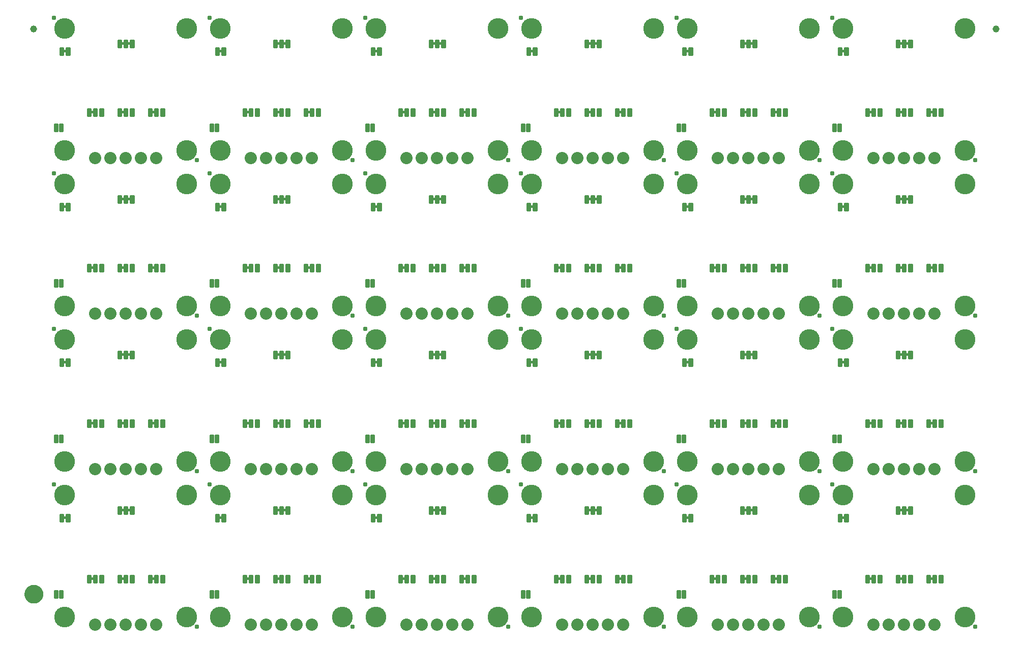
<source format=gbs>
G04 EAGLE Gerber RS-274X export*
G75*
%MOMM*%
%FSLAX34Y34*%
%LPD*%
%INSoldermask Bottom*%
%IPPOS*%
%AMOC8*
5,1,8,0,0,1.08239X$1,22.5*%
G01*
%ADD10C,3.454400*%
%ADD11C,0.251966*%
%ADD12C,0.787400*%
%ADD13C,2.032000*%
%ADD14C,1.152400*%
%ADD15C,1.270000*%
%ADD16C,1.652400*%

G36*
X1170370Y978547D02*
X1170370Y978547D01*
X1170436Y978549D01*
X1170479Y978567D01*
X1170526Y978575D01*
X1170583Y978609D01*
X1170643Y978634D01*
X1170678Y978665D01*
X1170719Y978690D01*
X1170761Y978741D01*
X1170809Y978785D01*
X1170831Y978827D01*
X1170860Y978864D01*
X1170881Y978926D01*
X1170912Y978985D01*
X1170920Y979039D01*
X1170932Y979076D01*
X1170931Y979116D01*
X1170939Y979170D01*
X1170939Y981710D01*
X1170928Y981775D01*
X1170926Y981841D01*
X1170908Y981884D01*
X1170900Y981931D01*
X1170866Y981988D01*
X1170841Y982048D01*
X1170810Y982083D01*
X1170785Y982124D01*
X1170734Y982166D01*
X1170690Y982214D01*
X1170648Y982236D01*
X1170611Y982265D01*
X1170549Y982286D01*
X1170490Y982317D01*
X1170436Y982325D01*
X1170399Y982337D01*
X1170359Y982336D01*
X1170305Y982344D01*
X1166495Y982344D01*
X1166430Y982333D01*
X1166364Y982331D01*
X1166321Y982313D01*
X1166274Y982305D01*
X1166217Y982271D01*
X1166157Y982246D01*
X1166122Y982215D01*
X1166081Y982190D01*
X1166040Y982139D01*
X1165991Y982095D01*
X1165969Y982053D01*
X1165940Y982016D01*
X1165919Y981954D01*
X1165888Y981895D01*
X1165880Y981841D01*
X1165868Y981804D01*
X1165868Y981801D01*
X1165869Y981764D01*
X1165861Y981710D01*
X1165861Y979170D01*
X1165872Y979105D01*
X1165874Y979039D01*
X1165892Y978996D01*
X1165900Y978949D01*
X1165934Y978892D01*
X1165959Y978832D01*
X1165990Y978797D01*
X1166015Y978756D01*
X1166066Y978715D01*
X1166110Y978666D01*
X1166152Y978644D01*
X1166189Y978615D01*
X1166251Y978594D01*
X1166310Y978563D01*
X1166364Y978555D01*
X1166401Y978543D01*
X1166441Y978544D01*
X1166495Y978536D01*
X1170305Y978536D01*
X1170370Y978547D01*
G37*
G36*
X642050Y978547D02*
X642050Y978547D01*
X642116Y978549D01*
X642159Y978567D01*
X642206Y978575D01*
X642263Y978609D01*
X642323Y978634D01*
X642358Y978665D01*
X642399Y978690D01*
X642441Y978741D01*
X642489Y978785D01*
X642511Y978827D01*
X642540Y978864D01*
X642561Y978926D01*
X642592Y978985D01*
X642600Y979039D01*
X642612Y979076D01*
X642611Y979116D01*
X642619Y979170D01*
X642619Y981710D01*
X642608Y981775D01*
X642606Y981841D01*
X642588Y981884D01*
X642580Y981931D01*
X642546Y981988D01*
X642521Y982048D01*
X642490Y982083D01*
X642465Y982124D01*
X642414Y982166D01*
X642370Y982214D01*
X642328Y982236D01*
X642291Y982265D01*
X642229Y982286D01*
X642170Y982317D01*
X642116Y982325D01*
X642079Y982337D01*
X642039Y982336D01*
X641985Y982344D01*
X638175Y982344D01*
X638110Y982333D01*
X638044Y982331D01*
X638001Y982313D01*
X637954Y982305D01*
X637897Y982271D01*
X637837Y982246D01*
X637802Y982215D01*
X637761Y982190D01*
X637720Y982139D01*
X637671Y982095D01*
X637649Y982053D01*
X637620Y982016D01*
X637599Y981954D01*
X637568Y981895D01*
X637560Y981841D01*
X637548Y981804D01*
X637548Y981801D01*
X637549Y981764D01*
X637541Y981710D01*
X637541Y979170D01*
X637552Y979105D01*
X637554Y979039D01*
X637572Y978996D01*
X637580Y978949D01*
X637614Y978892D01*
X637639Y978832D01*
X637670Y978797D01*
X637695Y978756D01*
X637746Y978715D01*
X637790Y978666D01*
X637832Y978644D01*
X637869Y978615D01*
X637931Y978594D01*
X637990Y978563D01*
X638044Y978555D01*
X638081Y978543D01*
X638121Y978544D01*
X638175Y978536D01*
X641985Y978536D01*
X642050Y978547D01*
G37*
G36*
X1419290Y978547D02*
X1419290Y978547D01*
X1419356Y978549D01*
X1419399Y978567D01*
X1419446Y978575D01*
X1419503Y978609D01*
X1419563Y978634D01*
X1419598Y978665D01*
X1419639Y978690D01*
X1419681Y978741D01*
X1419729Y978785D01*
X1419751Y978827D01*
X1419780Y978864D01*
X1419801Y978926D01*
X1419832Y978985D01*
X1419840Y979039D01*
X1419852Y979076D01*
X1419851Y979116D01*
X1419859Y979170D01*
X1419859Y981710D01*
X1419848Y981775D01*
X1419846Y981841D01*
X1419828Y981884D01*
X1419820Y981931D01*
X1419786Y981988D01*
X1419761Y982048D01*
X1419730Y982083D01*
X1419705Y982124D01*
X1419654Y982166D01*
X1419610Y982214D01*
X1419568Y982236D01*
X1419531Y982265D01*
X1419469Y982286D01*
X1419410Y982317D01*
X1419356Y982325D01*
X1419319Y982337D01*
X1419279Y982336D01*
X1419225Y982344D01*
X1415415Y982344D01*
X1415350Y982333D01*
X1415284Y982331D01*
X1415241Y982313D01*
X1415194Y982305D01*
X1415137Y982271D01*
X1415077Y982246D01*
X1415042Y982215D01*
X1415001Y982190D01*
X1414960Y982139D01*
X1414911Y982095D01*
X1414889Y982053D01*
X1414860Y982016D01*
X1414839Y981954D01*
X1414808Y981895D01*
X1414800Y981841D01*
X1414788Y981804D01*
X1414788Y981801D01*
X1414789Y981764D01*
X1414781Y981710D01*
X1414781Y979170D01*
X1414792Y979105D01*
X1414794Y979039D01*
X1414812Y978996D01*
X1414820Y978949D01*
X1414854Y978892D01*
X1414879Y978832D01*
X1414910Y978797D01*
X1414935Y978756D01*
X1414986Y978715D01*
X1415030Y978666D01*
X1415072Y978644D01*
X1415109Y978615D01*
X1415171Y978594D01*
X1415230Y978563D01*
X1415284Y978555D01*
X1415321Y978543D01*
X1415361Y978544D01*
X1415415Y978536D01*
X1419225Y978536D01*
X1419290Y978547D01*
G37*
G36*
X134050Y978547D02*
X134050Y978547D01*
X134116Y978549D01*
X134159Y978567D01*
X134206Y978575D01*
X134263Y978609D01*
X134323Y978634D01*
X134358Y978665D01*
X134399Y978690D01*
X134441Y978741D01*
X134489Y978785D01*
X134511Y978827D01*
X134540Y978864D01*
X134561Y978926D01*
X134592Y978985D01*
X134600Y979039D01*
X134612Y979076D01*
X134611Y979116D01*
X134619Y979170D01*
X134619Y981710D01*
X134608Y981775D01*
X134606Y981841D01*
X134588Y981884D01*
X134580Y981931D01*
X134546Y981988D01*
X134521Y982048D01*
X134490Y982083D01*
X134465Y982124D01*
X134414Y982166D01*
X134370Y982214D01*
X134328Y982236D01*
X134291Y982265D01*
X134229Y982286D01*
X134170Y982317D01*
X134116Y982325D01*
X134079Y982337D01*
X134039Y982336D01*
X133985Y982344D01*
X130175Y982344D01*
X130110Y982333D01*
X130044Y982331D01*
X130001Y982313D01*
X129954Y982305D01*
X129897Y982271D01*
X129837Y982246D01*
X129802Y982215D01*
X129761Y982190D01*
X129720Y982139D01*
X129671Y982095D01*
X129649Y982053D01*
X129620Y982016D01*
X129599Y981954D01*
X129568Y981895D01*
X129560Y981841D01*
X129548Y981804D01*
X129548Y981801D01*
X129549Y981764D01*
X129541Y981710D01*
X129541Y979170D01*
X129552Y979105D01*
X129554Y979039D01*
X129572Y978996D01*
X129580Y978949D01*
X129614Y978892D01*
X129639Y978832D01*
X129670Y978797D01*
X129695Y978756D01*
X129746Y978715D01*
X129790Y978666D01*
X129832Y978644D01*
X129869Y978615D01*
X129931Y978594D01*
X129990Y978563D01*
X130044Y978555D01*
X130081Y978543D01*
X130121Y978544D01*
X130175Y978536D01*
X133985Y978536D01*
X134050Y978547D01*
G37*
G36*
X123890Y978547D02*
X123890Y978547D01*
X123956Y978549D01*
X123999Y978567D01*
X124046Y978575D01*
X124103Y978609D01*
X124163Y978634D01*
X124198Y978665D01*
X124239Y978690D01*
X124281Y978741D01*
X124329Y978785D01*
X124351Y978827D01*
X124380Y978864D01*
X124401Y978926D01*
X124432Y978985D01*
X124440Y979039D01*
X124452Y979076D01*
X124451Y979116D01*
X124459Y979170D01*
X124459Y981710D01*
X124448Y981775D01*
X124446Y981841D01*
X124428Y981884D01*
X124420Y981931D01*
X124386Y981988D01*
X124361Y982048D01*
X124330Y982083D01*
X124305Y982124D01*
X124254Y982166D01*
X124210Y982214D01*
X124168Y982236D01*
X124131Y982265D01*
X124069Y982286D01*
X124010Y982317D01*
X123956Y982325D01*
X123919Y982337D01*
X123879Y982336D01*
X123825Y982344D01*
X120015Y982344D01*
X119950Y982333D01*
X119884Y982331D01*
X119841Y982313D01*
X119794Y982305D01*
X119737Y982271D01*
X119677Y982246D01*
X119642Y982215D01*
X119601Y982190D01*
X119560Y982139D01*
X119511Y982095D01*
X119489Y982053D01*
X119460Y982016D01*
X119439Y981954D01*
X119408Y981895D01*
X119400Y981841D01*
X119388Y981804D01*
X119388Y981801D01*
X119389Y981764D01*
X119381Y981710D01*
X119381Y979170D01*
X119392Y979105D01*
X119394Y979039D01*
X119412Y978996D01*
X119420Y978949D01*
X119454Y978892D01*
X119479Y978832D01*
X119510Y978797D01*
X119535Y978756D01*
X119586Y978715D01*
X119630Y978666D01*
X119672Y978644D01*
X119709Y978615D01*
X119771Y978594D01*
X119830Y978563D01*
X119884Y978555D01*
X119921Y978543D01*
X119961Y978544D01*
X120015Y978536D01*
X123825Y978536D01*
X123890Y978547D01*
G37*
G36*
X393130Y978547D02*
X393130Y978547D01*
X393196Y978549D01*
X393239Y978567D01*
X393286Y978575D01*
X393343Y978609D01*
X393403Y978634D01*
X393438Y978665D01*
X393479Y978690D01*
X393521Y978741D01*
X393569Y978785D01*
X393591Y978827D01*
X393620Y978864D01*
X393641Y978926D01*
X393672Y978985D01*
X393680Y979039D01*
X393692Y979076D01*
X393691Y979116D01*
X393699Y979170D01*
X393699Y981710D01*
X393688Y981775D01*
X393686Y981841D01*
X393668Y981884D01*
X393660Y981931D01*
X393626Y981988D01*
X393601Y982048D01*
X393570Y982083D01*
X393545Y982124D01*
X393494Y982166D01*
X393450Y982214D01*
X393408Y982236D01*
X393371Y982265D01*
X393309Y982286D01*
X393250Y982317D01*
X393196Y982325D01*
X393159Y982337D01*
X393119Y982336D01*
X393065Y982344D01*
X389255Y982344D01*
X389190Y982333D01*
X389124Y982331D01*
X389081Y982313D01*
X389034Y982305D01*
X388977Y982271D01*
X388917Y982246D01*
X388882Y982215D01*
X388841Y982190D01*
X388800Y982139D01*
X388751Y982095D01*
X388729Y982053D01*
X388700Y982016D01*
X388679Y981954D01*
X388648Y981895D01*
X388640Y981841D01*
X388628Y981804D01*
X388628Y981801D01*
X388629Y981764D01*
X388621Y981710D01*
X388621Y979170D01*
X388632Y979105D01*
X388634Y979039D01*
X388652Y978996D01*
X388660Y978949D01*
X388694Y978892D01*
X388719Y978832D01*
X388750Y978797D01*
X388775Y978756D01*
X388826Y978715D01*
X388870Y978666D01*
X388912Y978644D01*
X388949Y978615D01*
X389011Y978594D01*
X389070Y978563D01*
X389124Y978555D01*
X389161Y978543D01*
X389201Y978544D01*
X389255Y978536D01*
X393065Y978536D01*
X393130Y978547D01*
G37*
G36*
X1160210Y978547D02*
X1160210Y978547D01*
X1160276Y978549D01*
X1160319Y978567D01*
X1160366Y978575D01*
X1160423Y978609D01*
X1160483Y978634D01*
X1160518Y978665D01*
X1160559Y978690D01*
X1160601Y978741D01*
X1160649Y978785D01*
X1160671Y978827D01*
X1160700Y978864D01*
X1160721Y978926D01*
X1160752Y978985D01*
X1160760Y979039D01*
X1160772Y979076D01*
X1160771Y979116D01*
X1160779Y979170D01*
X1160779Y981710D01*
X1160768Y981775D01*
X1160766Y981841D01*
X1160748Y981884D01*
X1160740Y981931D01*
X1160706Y981988D01*
X1160681Y982048D01*
X1160650Y982083D01*
X1160625Y982124D01*
X1160574Y982166D01*
X1160530Y982214D01*
X1160488Y982236D01*
X1160451Y982265D01*
X1160389Y982286D01*
X1160330Y982317D01*
X1160276Y982325D01*
X1160239Y982337D01*
X1160199Y982336D01*
X1160145Y982344D01*
X1156335Y982344D01*
X1156270Y982333D01*
X1156204Y982331D01*
X1156161Y982313D01*
X1156114Y982305D01*
X1156057Y982271D01*
X1155997Y982246D01*
X1155962Y982215D01*
X1155921Y982190D01*
X1155880Y982139D01*
X1155831Y982095D01*
X1155809Y982053D01*
X1155780Y982016D01*
X1155759Y981954D01*
X1155728Y981895D01*
X1155720Y981841D01*
X1155708Y981804D01*
X1155708Y981801D01*
X1155709Y981764D01*
X1155701Y981710D01*
X1155701Y979170D01*
X1155712Y979105D01*
X1155714Y979039D01*
X1155732Y978996D01*
X1155740Y978949D01*
X1155774Y978892D01*
X1155799Y978832D01*
X1155830Y978797D01*
X1155855Y978756D01*
X1155906Y978715D01*
X1155950Y978666D01*
X1155992Y978644D01*
X1156029Y978615D01*
X1156091Y978594D01*
X1156150Y978563D01*
X1156204Y978555D01*
X1156241Y978543D01*
X1156281Y978544D01*
X1156335Y978536D01*
X1160145Y978536D01*
X1160210Y978547D01*
G37*
G36*
X901130Y978547D02*
X901130Y978547D01*
X901196Y978549D01*
X901239Y978567D01*
X901286Y978575D01*
X901343Y978609D01*
X901403Y978634D01*
X901438Y978665D01*
X901479Y978690D01*
X901521Y978741D01*
X901569Y978785D01*
X901591Y978827D01*
X901620Y978864D01*
X901641Y978926D01*
X901672Y978985D01*
X901680Y979039D01*
X901692Y979076D01*
X901691Y979116D01*
X901699Y979170D01*
X901699Y981710D01*
X901688Y981775D01*
X901686Y981841D01*
X901668Y981884D01*
X901660Y981931D01*
X901626Y981988D01*
X901601Y982048D01*
X901570Y982083D01*
X901545Y982124D01*
X901494Y982166D01*
X901450Y982214D01*
X901408Y982236D01*
X901371Y982265D01*
X901309Y982286D01*
X901250Y982317D01*
X901196Y982325D01*
X901159Y982337D01*
X901119Y982336D01*
X901065Y982344D01*
X897255Y982344D01*
X897190Y982333D01*
X897124Y982331D01*
X897081Y982313D01*
X897034Y982305D01*
X896977Y982271D01*
X896917Y982246D01*
X896882Y982215D01*
X896841Y982190D01*
X896800Y982139D01*
X896751Y982095D01*
X896729Y982053D01*
X896700Y982016D01*
X896679Y981954D01*
X896648Y981895D01*
X896640Y981841D01*
X896628Y981804D01*
X896628Y981801D01*
X896629Y981764D01*
X896621Y981710D01*
X896621Y979170D01*
X896632Y979105D01*
X896634Y979039D01*
X896652Y978996D01*
X896660Y978949D01*
X896694Y978892D01*
X896719Y978832D01*
X896750Y978797D01*
X896775Y978756D01*
X896826Y978715D01*
X896870Y978666D01*
X896912Y978644D01*
X896949Y978615D01*
X897011Y978594D01*
X897070Y978563D01*
X897124Y978555D01*
X897161Y978543D01*
X897201Y978544D01*
X897255Y978536D01*
X901065Y978536D01*
X901130Y978547D01*
G37*
G36*
X382970Y978547D02*
X382970Y978547D01*
X383036Y978549D01*
X383079Y978567D01*
X383126Y978575D01*
X383183Y978609D01*
X383243Y978634D01*
X383278Y978665D01*
X383319Y978690D01*
X383361Y978741D01*
X383409Y978785D01*
X383431Y978827D01*
X383460Y978864D01*
X383481Y978926D01*
X383512Y978985D01*
X383520Y979039D01*
X383532Y979076D01*
X383531Y979116D01*
X383539Y979170D01*
X383539Y981710D01*
X383528Y981775D01*
X383526Y981841D01*
X383508Y981884D01*
X383500Y981931D01*
X383466Y981988D01*
X383441Y982048D01*
X383410Y982083D01*
X383385Y982124D01*
X383334Y982166D01*
X383290Y982214D01*
X383248Y982236D01*
X383211Y982265D01*
X383149Y982286D01*
X383090Y982317D01*
X383036Y982325D01*
X382999Y982337D01*
X382959Y982336D01*
X382905Y982344D01*
X379095Y982344D01*
X379030Y982333D01*
X378964Y982331D01*
X378921Y982313D01*
X378874Y982305D01*
X378817Y982271D01*
X378757Y982246D01*
X378722Y982215D01*
X378681Y982190D01*
X378640Y982139D01*
X378591Y982095D01*
X378569Y982053D01*
X378540Y982016D01*
X378519Y981954D01*
X378488Y981895D01*
X378480Y981841D01*
X378468Y981804D01*
X378468Y981801D01*
X378469Y981764D01*
X378461Y981710D01*
X378461Y979170D01*
X378472Y979105D01*
X378474Y979039D01*
X378492Y978996D01*
X378500Y978949D01*
X378534Y978892D01*
X378559Y978832D01*
X378590Y978797D01*
X378615Y978756D01*
X378666Y978715D01*
X378710Y978666D01*
X378752Y978644D01*
X378789Y978615D01*
X378851Y978594D01*
X378910Y978563D01*
X378964Y978555D01*
X379001Y978543D01*
X379041Y978544D01*
X379095Y978536D01*
X382905Y978536D01*
X382970Y978547D01*
G37*
G36*
X652210Y978547D02*
X652210Y978547D01*
X652276Y978549D01*
X652319Y978567D01*
X652366Y978575D01*
X652423Y978609D01*
X652483Y978634D01*
X652518Y978665D01*
X652559Y978690D01*
X652601Y978741D01*
X652649Y978785D01*
X652671Y978827D01*
X652700Y978864D01*
X652721Y978926D01*
X652752Y978985D01*
X652760Y979039D01*
X652772Y979076D01*
X652771Y979116D01*
X652779Y979170D01*
X652779Y981710D01*
X652768Y981775D01*
X652766Y981841D01*
X652748Y981884D01*
X652740Y981931D01*
X652706Y981988D01*
X652681Y982048D01*
X652650Y982083D01*
X652625Y982124D01*
X652574Y982166D01*
X652530Y982214D01*
X652488Y982236D01*
X652451Y982265D01*
X652389Y982286D01*
X652330Y982317D01*
X652276Y982325D01*
X652239Y982337D01*
X652199Y982336D01*
X652145Y982344D01*
X648335Y982344D01*
X648270Y982333D01*
X648204Y982331D01*
X648161Y982313D01*
X648114Y982305D01*
X648057Y982271D01*
X647997Y982246D01*
X647962Y982215D01*
X647921Y982190D01*
X647880Y982139D01*
X647831Y982095D01*
X647809Y982053D01*
X647780Y982016D01*
X647759Y981954D01*
X647728Y981895D01*
X647720Y981841D01*
X647708Y981804D01*
X647708Y981801D01*
X647709Y981764D01*
X647701Y981710D01*
X647701Y979170D01*
X647712Y979105D01*
X647714Y979039D01*
X647732Y978996D01*
X647740Y978949D01*
X647774Y978892D01*
X647799Y978832D01*
X647830Y978797D01*
X647855Y978756D01*
X647906Y978715D01*
X647950Y978666D01*
X647992Y978644D01*
X648029Y978615D01*
X648091Y978594D01*
X648150Y978563D01*
X648204Y978555D01*
X648241Y978543D01*
X648281Y978544D01*
X648335Y978536D01*
X652145Y978536D01*
X652210Y978547D01*
G37*
G36*
X1429450Y978547D02*
X1429450Y978547D01*
X1429516Y978549D01*
X1429559Y978567D01*
X1429606Y978575D01*
X1429663Y978609D01*
X1429723Y978634D01*
X1429758Y978665D01*
X1429799Y978690D01*
X1429841Y978741D01*
X1429889Y978785D01*
X1429911Y978827D01*
X1429940Y978864D01*
X1429961Y978926D01*
X1429992Y978985D01*
X1430000Y979039D01*
X1430012Y979076D01*
X1430011Y979116D01*
X1430019Y979170D01*
X1430019Y981710D01*
X1430008Y981775D01*
X1430006Y981841D01*
X1429988Y981884D01*
X1429980Y981931D01*
X1429946Y981988D01*
X1429921Y982048D01*
X1429890Y982083D01*
X1429865Y982124D01*
X1429814Y982166D01*
X1429770Y982214D01*
X1429728Y982236D01*
X1429691Y982265D01*
X1429629Y982286D01*
X1429570Y982317D01*
X1429516Y982325D01*
X1429479Y982337D01*
X1429439Y982336D01*
X1429385Y982344D01*
X1425575Y982344D01*
X1425510Y982333D01*
X1425444Y982331D01*
X1425401Y982313D01*
X1425354Y982305D01*
X1425297Y982271D01*
X1425237Y982246D01*
X1425202Y982215D01*
X1425161Y982190D01*
X1425120Y982139D01*
X1425071Y982095D01*
X1425049Y982053D01*
X1425020Y982016D01*
X1424999Y981954D01*
X1424968Y981895D01*
X1424960Y981841D01*
X1424948Y981804D01*
X1424948Y981801D01*
X1424949Y981764D01*
X1424941Y981710D01*
X1424941Y979170D01*
X1424952Y979105D01*
X1424954Y979039D01*
X1424972Y978996D01*
X1424980Y978949D01*
X1425014Y978892D01*
X1425039Y978832D01*
X1425070Y978797D01*
X1425095Y978756D01*
X1425146Y978715D01*
X1425190Y978666D01*
X1425232Y978644D01*
X1425269Y978615D01*
X1425331Y978594D01*
X1425390Y978563D01*
X1425444Y978555D01*
X1425481Y978543D01*
X1425521Y978544D01*
X1425575Y978536D01*
X1429385Y978536D01*
X1429450Y978547D01*
G37*
G36*
X911290Y978547D02*
X911290Y978547D01*
X911356Y978549D01*
X911399Y978567D01*
X911446Y978575D01*
X911503Y978609D01*
X911563Y978634D01*
X911598Y978665D01*
X911639Y978690D01*
X911681Y978741D01*
X911729Y978785D01*
X911751Y978827D01*
X911780Y978864D01*
X911801Y978926D01*
X911832Y978985D01*
X911840Y979039D01*
X911852Y979076D01*
X911851Y979116D01*
X911859Y979170D01*
X911859Y981710D01*
X911848Y981775D01*
X911846Y981841D01*
X911828Y981884D01*
X911820Y981931D01*
X911786Y981988D01*
X911761Y982048D01*
X911730Y982083D01*
X911705Y982124D01*
X911654Y982166D01*
X911610Y982214D01*
X911568Y982236D01*
X911531Y982265D01*
X911469Y982286D01*
X911410Y982317D01*
X911356Y982325D01*
X911319Y982337D01*
X911279Y982336D01*
X911225Y982344D01*
X907415Y982344D01*
X907350Y982333D01*
X907284Y982331D01*
X907241Y982313D01*
X907194Y982305D01*
X907137Y982271D01*
X907077Y982246D01*
X907042Y982215D01*
X907001Y982190D01*
X906960Y982139D01*
X906911Y982095D01*
X906889Y982053D01*
X906860Y982016D01*
X906839Y981954D01*
X906808Y981895D01*
X906800Y981841D01*
X906788Y981804D01*
X906788Y981801D01*
X906789Y981764D01*
X906781Y981710D01*
X906781Y979170D01*
X906792Y979105D01*
X906794Y979039D01*
X906812Y978996D01*
X906820Y978949D01*
X906854Y978892D01*
X906879Y978832D01*
X906910Y978797D01*
X906935Y978756D01*
X906986Y978715D01*
X907030Y978666D01*
X907072Y978644D01*
X907109Y978615D01*
X907171Y978594D01*
X907230Y978563D01*
X907284Y978555D01*
X907321Y978543D01*
X907361Y978544D01*
X907415Y978536D01*
X911225Y978536D01*
X911290Y978547D01*
G37*
G36*
X286450Y965847D02*
X286450Y965847D01*
X286516Y965849D01*
X286559Y965867D01*
X286606Y965875D01*
X286663Y965909D01*
X286723Y965934D01*
X286758Y965965D01*
X286799Y965990D01*
X286841Y966041D01*
X286889Y966085D01*
X286911Y966127D01*
X286940Y966164D01*
X286961Y966226D01*
X286992Y966285D01*
X287000Y966339D01*
X287012Y966376D01*
X287011Y966416D01*
X287019Y966470D01*
X287019Y969010D01*
X287008Y969075D01*
X287006Y969141D01*
X286988Y969184D01*
X286980Y969231D01*
X286946Y969288D01*
X286921Y969348D01*
X286890Y969383D01*
X286865Y969424D01*
X286814Y969466D01*
X286770Y969514D01*
X286728Y969536D01*
X286691Y969565D01*
X286629Y969586D01*
X286570Y969617D01*
X286516Y969625D01*
X286479Y969637D01*
X286439Y969636D01*
X286385Y969644D01*
X282575Y969644D01*
X282510Y969633D01*
X282444Y969631D01*
X282401Y969613D01*
X282354Y969605D01*
X282297Y969571D01*
X282237Y969546D01*
X282202Y969515D01*
X282161Y969490D01*
X282120Y969439D01*
X282071Y969395D01*
X282049Y969353D01*
X282020Y969316D01*
X281999Y969254D01*
X281968Y969195D01*
X281960Y969141D01*
X281948Y969104D01*
X281948Y969101D01*
X281949Y969064D01*
X281941Y969010D01*
X281941Y966470D01*
X281952Y966405D01*
X281954Y966339D01*
X281972Y966296D01*
X281980Y966249D01*
X282014Y966192D01*
X282039Y966132D01*
X282070Y966097D01*
X282095Y966056D01*
X282146Y966015D01*
X282190Y965966D01*
X282232Y965944D01*
X282269Y965915D01*
X282331Y965894D01*
X282390Y965863D01*
X282444Y965855D01*
X282481Y965843D01*
X282521Y965844D01*
X282575Y965836D01*
X286385Y965836D01*
X286450Y965847D01*
G37*
G36*
X545530Y965847D02*
X545530Y965847D01*
X545596Y965849D01*
X545639Y965867D01*
X545686Y965875D01*
X545743Y965909D01*
X545803Y965934D01*
X545838Y965965D01*
X545879Y965990D01*
X545921Y966041D01*
X545969Y966085D01*
X545991Y966127D01*
X546020Y966164D01*
X546041Y966226D01*
X546072Y966285D01*
X546080Y966339D01*
X546092Y966376D01*
X546091Y966416D01*
X546099Y966470D01*
X546099Y969010D01*
X546088Y969075D01*
X546086Y969141D01*
X546068Y969184D01*
X546060Y969231D01*
X546026Y969288D01*
X546001Y969348D01*
X545970Y969383D01*
X545945Y969424D01*
X545894Y969466D01*
X545850Y969514D01*
X545808Y969536D01*
X545771Y969565D01*
X545709Y969586D01*
X545650Y969617D01*
X545596Y969625D01*
X545559Y969637D01*
X545519Y969636D01*
X545465Y969644D01*
X541655Y969644D01*
X541590Y969633D01*
X541524Y969631D01*
X541481Y969613D01*
X541434Y969605D01*
X541377Y969571D01*
X541317Y969546D01*
X541282Y969515D01*
X541241Y969490D01*
X541200Y969439D01*
X541151Y969395D01*
X541129Y969353D01*
X541100Y969316D01*
X541079Y969254D01*
X541048Y969195D01*
X541040Y969141D01*
X541028Y969104D01*
X541028Y969101D01*
X541029Y969064D01*
X541021Y969010D01*
X541021Y966470D01*
X541032Y966405D01*
X541034Y966339D01*
X541052Y966296D01*
X541060Y966249D01*
X541094Y966192D01*
X541119Y966132D01*
X541150Y966097D01*
X541175Y966056D01*
X541226Y966015D01*
X541270Y965966D01*
X541312Y965944D01*
X541349Y965915D01*
X541411Y965894D01*
X541470Y965863D01*
X541524Y965855D01*
X541561Y965843D01*
X541601Y965844D01*
X541655Y965836D01*
X545465Y965836D01*
X545530Y965847D01*
G37*
G36*
X1322770Y965847D02*
X1322770Y965847D01*
X1322836Y965849D01*
X1322879Y965867D01*
X1322926Y965875D01*
X1322983Y965909D01*
X1323043Y965934D01*
X1323078Y965965D01*
X1323119Y965990D01*
X1323161Y966041D01*
X1323209Y966085D01*
X1323231Y966127D01*
X1323260Y966164D01*
X1323281Y966226D01*
X1323312Y966285D01*
X1323320Y966339D01*
X1323332Y966376D01*
X1323331Y966416D01*
X1323339Y966470D01*
X1323339Y969010D01*
X1323328Y969075D01*
X1323326Y969141D01*
X1323308Y969184D01*
X1323300Y969231D01*
X1323266Y969288D01*
X1323241Y969348D01*
X1323210Y969383D01*
X1323185Y969424D01*
X1323134Y969466D01*
X1323090Y969514D01*
X1323048Y969536D01*
X1323011Y969565D01*
X1322949Y969586D01*
X1322890Y969617D01*
X1322836Y969625D01*
X1322799Y969637D01*
X1322759Y969636D01*
X1322705Y969644D01*
X1318895Y969644D01*
X1318830Y969633D01*
X1318764Y969631D01*
X1318721Y969613D01*
X1318674Y969605D01*
X1318617Y969571D01*
X1318557Y969546D01*
X1318522Y969515D01*
X1318481Y969490D01*
X1318440Y969439D01*
X1318391Y969395D01*
X1318369Y969353D01*
X1318340Y969316D01*
X1318319Y969254D01*
X1318288Y969195D01*
X1318280Y969141D01*
X1318268Y969104D01*
X1318268Y969101D01*
X1318269Y969064D01*
X1318261Y969010D01*
X1318261Y966470D01*
X1318272Y966405D01*
X1318274Y966339D01*
X1318292Y966296D01*
X1318300Y966249D01*
X1318334Y966192D01*
X1318359Y966132D01*
X1318390Y966097D01*
X1318415Y966056D01*
X1318466Y966015D01*
X1318510Y965966D01*
X1318552Y965944D01*
X1318589Y965915D01*
X1318651Y965894D01*
X1318710Y965863D01*
X1318764Y965855D01*
X1318801Y965843D01*
X1318841Y965844D01*
X1318895Y965836D01*
X1322705Y965836D01*
X1322770Y965847D01*
G37*
G36*
X27370Y965847D02*
X27370Y965847D01*
X27436Y965849D01*
X27479Y965867D01*
X27526Y965875D01*
X27583Y965909D01*
X27643Y965934D01*
X27678Y965965D01*
X27719Y965990D01*
X27761Y966041D01*
X27809Y966085D01*
X27831Y966127D01*
X27860Y966164D01*
X27881Y966226D01*
X27912Y966285D01*
X27920Y966339D01*
X27932Y966376D01*
X27931Y966416D01*
X27939Y966470D01*
X27939Y969010D01*
X27928Y969075D01*
X27926Y969141D01*
X27908Y969184D01*
X27900Y969231D01*
X27866Y969288D01*
X27841Y969348D01*
X27810Y969383D01*
X27785Y969424D01*
X27734Y969466D01*
X27690Y969514D01*
X27648Y969536D01*
X27611Y969565D01*
X27549Y969586D01*
X27490Y969617D01*
X27436Y969625D01*
X27399Y969637D01*
X27359Y969636D01*
X27305Y969644D01*
X23495Y969644D01*
X23430Y969633D01*
X23364Y969631D01*
X23321Y969613D01*
X23274Y969605D01*
X23217Y969571D01*
X23157Y969546D01*
X23122Y969515D01*
X23081Y969490D01*
X23040Y969439D01*
X22991Y969395D01*
X22969Y969353D01*
X22940Y969316D01*
X22919Y969254D01*
X22888Y969195D01*
X22880Y969141D01*
X22868Y969104D01*
X22868Y969101D01*
X22869Y969064D01*
X22861Y969010D01*
X22861Y966470D01*
X22872Y966405D01*
X22874Y966339D01*
X22892Y966296D01*
X22900Y966249D01*
X22934Y966192D01*
X22959Y966132D01*
X22990Y966097D01*
X23015Y966056D01*
X23066Y966015D01*
X23110Y965966D01*
X23152Y965944D01*
X23189Y965915D01*
X23251Y965894D01*
X23310Y965863D01*
X23364Y965855D01*
X23401Y965843D01*
X23441Y965844D01*
X23495Y965836D01*
X27305Y965836D01*
X27370Y965847D01*
G37*
G36*
X1063690Y965847D02*
X1063690Y965847D01*
X1063756Y965849D01*
X1063799Y965867D01*
X1063846Y965875D01*
X1063903Y965909D01*
X1063963Y965934D01*
X1063998Y965965D01*
X1064039Y965990D01*
X1064081Y966041D01*
X1064129Y966085D01*
X1064151Y966127D01*
X1064180Y966164D01*
X1064201Y966226D01*
X1064232Y966285D01*
X1064240Y966339D01*
X1064252Y966376D01*
X1064251Y966416D01*
X1064259Y966470D01*
X1064259Y969010D01*
X1064248Y969075D01*
X1064246Y969141D01*
X1064228Y969184D01*
X1064220Y969231D01*
X1064186Y969288D01*
X1064161Y969348D01*
X1064130Y969383D01*
X1064105Y969424D01*
X1064054Y969466D01*
X1064010Y969514D01*
X1063968Y969536D01*
X1063931Y969565D01*
X1063869Y969586D01*
X1063810Y969617D01*
X1063756Y969625D01*
X1063719Y969637D01*
X1063679Y969636D01*
X1063625Y969644D01*
X1059815Y969644D01*
X1059750Y969633D01*
X1059684Y969631D01*
X1059641Y969613D01*
X1059594Y969605D01*
X1059537Y969571D01*
X1059477Y969546D01*
X1059442Y969515D01*
X1059401Y969490D01*
X1059360Y969439D01*
X1059311Y969395D01*
X1059289Y969353D01*
X1059260Y969316D01*
X1059239Y969254D01*
X1059208Y969195D01*
X1059200Y969141D01*
X1059188Y969104D01*
X1059188Y969101D01*
X1059189Y969064D01*
X1059181Y969010D01*
X1059181Y966470D01*
X1059192Y966405D01*
X1059194Y966339D01*
X1059212Y966296D01*
X1059220Y966249D01*
X1059254Y966192D01*
X1059279Y966132D01*
X1059310Y966097D01*
X1059335Y966056D01*
X1059386Y966015D01*
X1059430Y965966D01*
X1059472Y965944D01*
X1059509Y965915D01*
X1059571Y965894D01*
X1059630Y965863D01*
X1059684Y965855D01*
X1059721Y965843D01*
X1059761Y965844D01*
X1059815Y965836D01*
X1063625Y965836D01*
X1063690Y965847D01*
G37*
G36*
X804610Y965847D02*
X804610Y965847D01*
X804676Y965849D01*
X804719Y965867D01*
X804766Y965875D01*
X804823Y965909D01*
X804883Y965934D01*
X804918Y965965D01*
X804959Y965990D01*
X805001Y966041D01*
X805049Y966085D01*
X805071Y966127D01*
X805100Y966164D01*
X805121Y966226D01*
X805152Y966285D01*
X805160Y966339D01*
X805172Y966376D01*
X805171Y966416D01*
X805179Y966470D01*
X805179Y969010D01*
X805168Y969075D01*
X805166Y969141D01*
X805148Y969184D01*
X805140Y969231D01*
X805106Y969288D01*
X805081Y969348D01*
X805050Y969383D01*
X805025Y969424D01*
X804974Y969466D01*
X804930Y969514D01*
X804888Y969536D01*
X804851Y969565D01*
X804789Y969586D01*
X804730Y969617D01*
X804676Y969625D01*
X804639Y969637D01*
X804599Y969636D01*
X804545Y969644D01*
X800735Y969644D01*
X800670Y969633D01*
X800604Y969631D01*
X800561Y969613D01*
X800514Y969605D01*
X800457Y969571D01*
X800397Y969546D01*
X800362Y969515D01*
X800321Y969490D01*
X800280Y969439D01*
X800231Y969395D01*
X800209Y969353D01*
X800180Y969316D01*
X800159Y969254D01*
X800128Y969195D01*
X800120Y969141D01*
X800108Y969104D01*
X800108Y969101D01*
X800109Y969064D01*
X800101Y969010D01*
X800101Y966470D01*
X800112Y966405D01*
X800114Y966339D01*
X800132Y966296D01*
X800140Y966249D01*
X800174Y966192D01*
X800199Y966132D01*
X800230Y966097D01*
X800255Y966056D01*
X800306Y966015D01*
X800350Y965966D01*
X800392Y965944D01*
X800429Y965915D01*
X800491Y965894D01*
X800550Y965863D01*
X800604Y965855D01*
X800641Y965843D01*
X800681Y965844D01*
X800735Y965836D01*
X804545Y965836D01*
X804610Y965847D01*
G37*
G36*
X332170Y864247D02*
X332170Y864247D01*
X332236Y864249D01*
X332279Y864267D01*
X332326Y864275D01*
X332383Y864309D01*
X332443Y864334D01*
X332478Y864365D01*
X332519Y864390D01*
X332561Y864441D01*
X332609Y864485D01*
X332631Y864527D01*
X332660Y864564D01*
X332681Y864626D01*
X332712Y864685D01*
X332720Y864739D01*
X332732Y864776D01*
X332731Y864816D01*
X332739Y864870D01*
X332739Y867410D01*
X332728Y867475D01*
X332726Y867541D01*
X332708Y867584D01*
X332700Y867631D01*
X332666Y867688D01*
X332641Y867748D01*
X332610Y867783D01*
X332585Y867824D01*
X332534Y867866D01*
X332490Y867914D01*
X332448Y867936D01*
X332411Y867965D01*
X332349Y867986D01*
X332290Y868017D01*
X332236Y868025D01*
X332199Y868037D01*
X332159Y868036D01*
X332105Y868044D01*
X328295Y868044D01*
X328230Y868033D01*
X328164Y868031D01*
X328121Y868013D01*
X328074Y868005D01*
X328017Y867971D01*
X327957Y867946D01*
X327922Y867915D01*
X327881Y867890D01*
X327840Y867839D01*
X327791Y867795D01*
X327769Y867753D01*
X327740Y867716D01*
X327719Y867654D01*
X327688Y867595D01*
X327680Y867541D01*
X327668Y867504D01*
X327668Y867501D01*
X327669Y867464D01*
X327661Y867410D01*
X327661Y864870D01*
X327672Y864805D01*
X327674Y864739D01*
X327692Y864696D01*
X327700Y864649D01*
X327734Y864592D01*
X327759Y864532D01*
X327790Y864497D01*
X327815Y864456D01*
X327866Y864415D01*
X327910Y864366D01*
X327952Y864344D01*
X327989Y864315D01*
X328051Y864294D01*
X328110Y864263D01*
X328164Y864255D01*
X328201Y864243D01*
X328241Y864244D01*
X328295Y864236D01*
X332105Y864236D01*
X332170Y864247D01*
G37*
G36*
X951930Y864247D02*
X951930Y864247D01*
X951996Y864249D01*
X952039Y864267D01*
X952086Y864275D01*
X952143Y864309D01*
X952203Y864334D01*
X952238Y864365D01*
X952279Y864390D01*
X952321Y864441D01*
X952369Y864485D01*
X952391Y864527D01*
X952420Y864564D01*
X952441Y864626D01*
X952472Y864685D01*
X952480Y864739D01*
X952492Y864776D01*
X952491Y864816D01*
X952499Y864870D01*
X952499Y867410D01*
X952488Y867475D01*
X952486Y867541D01*
X952468Y867584D01*
X952460Y867631D01*
X952426Y867688D01*
X952401Y867748D01*
X952370Y867783D01*
X952345Y867824D01*
X952294Y867866D01*
X952250Y867914D01*
X952208Y867936D01*
X952171Y867965D01*
X952109Y867986D01*
X952050Y868017D01*
X951996Y868025D01*
X951959Y868037D01*
X951919Y868036D01*
X951865Y868044D01*
X948055Y868044D01*
X947990Y868033D01*
X947924Y868031D01*
X947881Y868013D01*
X947834Y868005D01*
X947777Y867971D01*
X947717Y867946D01*
X947682Y867915D01*
X947641Y867890D01*
X947600Y867839D01*
X947551Y867795D01*
X947529Y867753D01*
X947500Y867716D01*
X947479Y867654D01*
X947448Y867595D01*
X947440Y867541D01*
X947428Y867504D01*
X947428Y867501D01*
X947429Y867464D01*
X947421Y867410D01*
X947421Y864870D01*
X947432Y864805D01*
X947434Y864739D01*
X947452Y864696D01*
X947460Y864649D01*
X947494Y864592D01*
X947519Y864532D01*
X947550Y864497D01*
X947575Y864456D01*
X947626Y864415D01*
X947670Y864366D01*
X947712Y864344D01*
X947749Y864315D01*
X947811Y864294D01*
X947870Y864263D01*
X947924Y864255D01*
X947961Y864243D01*
X948001Y864244D01*
X948055Y864236D01*
X951865Y864236D01*
X951930Y864247D01*
G37*
G36*
X1419290Y864247D02*
X1419290Y864247D01*
X1419356Y864249D01*
X1419399Y864267D01*
X1419446Y864275D01*
X1419503Y864309D01*
X1419563Y864334D01*
X1419598Y864365D01*
X1419639Y864390D01*
X1419681Y864441D01*
X1419729Y864485D01*
X1419751Y864527D01*
X1419780Y864564D01*
X1419801Y864626D01*
X1419832Y864685D01*
X1419840Y864739D01*
X1419852Y864776D01*
X1419851Y864816D01*
X1419859Y864870D01*
X1419859Y867410D01*
X1419848Y867475D01*
X1419846Y867541D01*
X1419828Y867584D01*
X1419820Y867631D01*
X1419786Y867688D01*
X1419761Y867748D01*
X1419730Y867783D01*
X1419705Y867824D01*
X1419654Y867866D01*
X1419610Y867914D01*
X1419568Y867936D01*
X1419531Y867965D01*
X1419469Y867986D01*
X1419410Y868017D01*
X1419356Y868025D01*
X1419319Y868037D01*
X1419279Y868036D01*
X1419225Y868044D01*
X1415415Y868044D01*
X1415350Y868033D01*
X1415284Y868031D01*
X1415241Y868013D01*
X1415194Y868005D01*
X1415137Y867971D01*
X1415077Y867946D01*
X1415042Y867915D01*
X1415001Y867890D01*
X1414960Y867839D01*
X1414911Y867795D01*
X1414889Y867753D01*
X1414860Y867716D01*
X1414839Y867654D01*
X1414808Y867595D01*
X1414800Y867541D01*
X1414788Y867504D01*
X1414788Y867501D01*
X1414789Y867464D01*
X1414781Y867410D01*
X1414781Y864870D01*
X1414792Y864805D01*
X1414794Y864739D01*
X1414812Y864696D01*
X1414820Y864649D01*
X1414854Y864592D01*
X1414879Y864532D01*
X1414910Y864497D01*
X1414935Y864456D01*
X1414986Y864415D01*
X1415030Y864366D01*
X1415072Y864344D01*
X1415109Y864315D01*
X1415171Y864294D01*
X1415230Y864263D01*
X1415284Y864255D01*
X1415321Y864243D01*
X1415361Y864244D01*
X1415415Y864236D01*
X1419225Y864236D01*
X1419290Y864247D01*
G37*
G36*
X901130Y864247D02*
X901130Y864247D01*
X901196Y864249D01*
X901239Y864267D01*
X901286Y864275D01*
X901343Y864309D01*
X901403Y864334D01*
X901438Y864365D01*
X901479Y864390D01*
X901521Y864441D01*
X901569Y864485D01*
X901591Y864527D01*
X901620Y864564D01*
X901641Y864626D01*
X901672Y864685D01*
X901680Y864739D01*
X901692Y864776D01*
X901691Y864816D01*
X901699Y864870D01*
X901699Y867410D01*
X901688Y867475D01*
X901686Y867541D01*
X901668Y867584D01*
X901660Y867631D01*
X901626Y867688D01*
X901601Y867748D01*
X901570Y867783D01*
X901545Y867824D01*
X901494Y867866D01*
X901450Y867914D01*
X901408Y867936D01*
X901371Y867965D01*
X901309Y867986D01*
X901250Y868017D01*
X901196Y868025D01*
X901159Y868037D01*
X901119Y868036D01*
X901065Y868044D01*
X897255Y868044D01*
X897190Y868033D01*
X897124Y868031D01*
X897081Y868013D01*
X897034Y868005D01*
X896977Y867971D01*
X896917Y867946D01*
X896882Y867915D01*
X896841Y867890D01*
X896800Y867839D01*
X896751Y867795D01*
X896729Y867753D01*
X896700Y867716D01*
X896679Y867654D01*
X896648Y867595D01*
X896640Y867541D01*
X896628Y867504D01*
X896628Y867501D01*
X896629Y867464D01*
X896621Y867410D01*
X896621Y864870D01*
X896632Y864805D01*
X896634Y864739D01*
X896652Y864696D01*
X896660Y864649D01*
X896694Y864592D01*
X896719Y864532D01*
X896750Y864497D01*
X896775Y864456D01*
X896826Y864415D01*
X896870Y864366D01*
X896912Y864344D01*
X896949Y864315D01*
X897011Y864294D01*
X897070Y864263D01*
X897124Y864255D01*
X897161Y864243D01*
X897201Y864244D01*
X897255Y864236D01*
X901065Y864236D01*
X901130Y864247D01*
G37*
G36*
X1211010Y864247D02*
X1211010Y864247D01*
X1211076Y864249D01*
X1211119Y864267D01*
X1211166Y864275D01*
X1211223Y864309D01*
X1211283Y864334D01*
X1211318Y864365D01*
X1211359Y864390D01*
X1211401Y864441D01*
X1211449Y864485D01*
X1211471Y864527D01*
X1211500Y864564D01*
X1211521Y864626D01*
X1211552Y864685D01*
X1211560Y864739D01*
X1211572Y864776D01*
X1211571Y864816D01*
X1211579Y864870D01*
X1211579Y867410D01*
X1211568Y867475D01*
X1211566Y867541D01*
X1211548Y867584D01*
X1211540Y867631D01*
X1211506Y867688D01*
X1211481Y867748D01*
X1211450Y867783D01*
X1211425Y867824D01*
X1211374Y867866D01*
X1211330Y867914D01*
X1211288Y867936D01*
X1211251Y867965D01*
X1211189Y867986D01*
X1211130Y868017D01*
X1211076Y868025D01*
X1211039Y868037D01*
X1210999Y868036D01*
X1210945Y868044D01*
X1207135Y868044D01*
X1207070Y868033D01*
X1207004Y868031D01*
X1206961Y868013D01*
X1206914Y868005D01*
X1206857Y867971D01*
X1206797Y867946D01*
X1206762Y867915D01*
X1206721Y867890D01*
X1206680Y867839D01*
X1206631Y867795D01*
X1206609Y867753D01*
X1206580Y867716D01*
X1206559Y867654D01*
X1206528Y867595D01*
X1206520Y867541D01*
X1206508Y867504D01*
X1206508Y867501D01*
X1206509Y867464D01*
X1206501Y867410D01*
X1206501Y864870D01*
X1206512Y864805D01*
X1206514Y864739D01*
X1206532Y864696D01*
X1206540Y864649D01*
X1206574Y864592D01*
X1206599Y864532D01*
X1206630Y864497D01*
X1206655Y864456D01*
X1206706Y864415D01*
X1206750Y864366D01*
X1206792Y864344D01*
X1206829Y864315D01*
X1206891Y864294D01*
X1206950Y864263D01*
X1207004Y864255D01*
X1207041Y864243D01*
X1207081Y864244D01*
X1207135Y864236D01*
X1210945Y864236D01*
X1211010Y864247D01*
G37*
G36*
X1160210Y864247D02*
X1160210Y864247D01*
X1160276Y864249D01*
X1160319Y864267D01*
X1160366Y864275D01*
X1160423Y864309D01*
X1160483Y864334D01*
X1160518Y864365D01*
X1160559Y864390D01*
X1160601Y864441D01*
X1160649Y864485D01*
X1160671Y864527D01*
X1160700Y864564D01*
X1160721Y864626D01*
X1160752Y864685D01*
X1160760Y864739D01*
X1160772Y864776D01*
X1160771Y864816D01*
X1160779Y864870D01*
X1160779Y867410D01*
X1160768Y867475D01*
X1160766Y867541D01*
X1160748Y867584D01*
X1160740Y867631D01*
X1160706Y867688D01*
X1160681Y867748D01*
X1160650Y867783D01*
X1160625Y867824D01*
X1160574Y867866D01*
X1160530Y867914D01*
X1160488Y867936D01*
X1160451Y867965D01*
X1160389Y867986D01*
X1160330Y868017D01*
X1160276Y868025D01*
X1160239Y868037D01*
X1160199Y868036D01*
X1160145Y868044D01*
X1156335Y868044D01*
X1156270Y868033D01*
X1156204Y868031D01*
X1156161Y868013D01*
X1156114Y868005D01*
X1156057Y867971D01*
X1155997Y867946D01*
X1155962Y867915D01*
X1155921Y867890D01*
X1155880Y867839D01*
X1155831Y867795D01*
X1155809Y867753D01*
X1155780Y867716D01*
X1155759Y867654D01*
X1155728Y867595D01*
X1155720Y867541D01*
X1155708Y867504D01*
X1155708Y867501D01*
X1155709Y867464D01*
X1155701Y867410D01*
X1155701Y864870D01*
X1155712Y864805D01*
X1155714Y864739D01*
X1155732Y864696D01*
X1155740Y864649D01*
X1155774Y864592D01*
X1155799Y864532D01*
X1155830Y864497D01*
X1155855Y864456D01*
X1155906Y864415D01*
X1155950Y864366D01*
X1155992Y864344D01*
X1156029Y864315D01*
X1156091Y864294D01*
X1156150Y864263D01*
X1156204Y864255D01*
X1156241Y864243D01*
X1156281Y864244D01*
X1156335Y864236D01*
X1160145Y864236D01*
X1160210Y864247D01*
G37*
G36*
X123890Y864247D02*
X123890Y864247D01*
X123956Y864249D01*
X123999Y864267D01*
X124046Y864275D01*
X124103Y864309D01*
X124163Y864334D01*
X124198Y864365D01*
X124239Y864390D01*
X124281Y864441D01*
X124329Y864485D01*
X124351Y864527D01*
X124380Y864564D01*
X124401Y864626D01*
X124432Y864685D01*
X124440Y864739D01*
X124452Y864776D01*
X124451Y864816D01*
X124459Y864870D01*
X124459Y867410D01*
X124448Y867475D01*
X124446Y867541D01*
X124428Y867584D01*
X124420Y867631D01*
X124386Y867688D01*
X124361Y867748D01*
X124330Y867783D01*
X124305Y867824D01*
X124254Y867866D01*
X124210Y867914D01*
X124168Y867936D01*
X124131Y867965D01*
X124069Y867986D01*
X124010Y868017D01*
X123956Y868025D01*
X123919Y868037D01*
X123879Y868036D01*
X123825Y868044D01*
X120015Y868044D01*
X119950Y868033D01*
X119884Y868031D01*
X119841Y868013D01*
X119794Y868005D01*
X119737Y867971D01*
X119677Y867946D01*
X119642Y867915D01*
X119601Y867890D01*
X119560Y867839D01*
X119511Y867795D01*
X119489Y867753D01*
X119460Y867716D01*
X119439Y867654D01*
X119408Y867595D01*
X119400Y867541D01*
X119388Y867504D01*
X119388Y867501D01*
X119389Y867464D01*
X119381Y867410D01*
X119381Y864870D01*
X119392Y864805D01*
X119394Y864739D01*
X119412Y864696D01*
X119420Y864649D01*
X119454Y864592D01*
X119479Y864532D01*
X119510Y864497D01*
X119535Y864456D01*
X119586Y864415D01*
X119630Y864366D01*
X119672Y864344D01*
X119709Y864315D01*
X119771Y864294D01*
X119830Y864263D01*
X119884Y864255D01*
X119921Y864243D01*
X119961Y864244D01*
X120015Y864236D01*
X123825Y864236D01*
X123890Y864247D01*
G37*
G36*
X73090Y864247D02*
X73090Y864247D01*
X73156Y864249D01*
X73199Y864267D01*
X73246Y864275D01*
X73303Y864309D01*
X73363Y864334D01*
X73398Y864365D01*
X73439Y864390D01*
X73481Y864441D01*
X73529Y864485D01*
X73551Y864527D01*
X73580Y864564D01*
X73601Y864626D01*
X73632Y864685D01*
X73640Y864739D01*
X73652Y864776D01*
X73651Y864816D01*
X73659Y864870D01*
X73659Y867410D01*
X73648Y867475D01*
X73646Y867541D01*
X73628Y867584D01*
X73620Y867631D01*
X73586Y867688D01*
X73561Y867748D01*
X73530Y867783D01*
X73505Y867824D01*
X73454Y867866D01*
X73410Y867914D01*
X73368Y867936D01*
X73331Y867965D01*
X73269Y867986D01*
X73210Y868017D01*
X73156Y868025D01*
X73119Y868037D01*
X73079Y868036D01*
X73025Y868044D01*
X69215Y868044D01*
X69150Y868033D01*
X69084Y868031D01*
X69041Y868013D01*
X68994Y868005D01*
X68937Y867971D01*
X68877Y867946D01*
X68842Y867915D01*
X68801Y867890D01*
X68760Y867839D01*
X68711Y867795D01*
X68689Y867753D01*
X68660Y867716D01*
X68639Y867654D01*
X68608Y867595D01*
X68600Y867541D01*
X68588Y867504D01*
X68588Y867501D01*
X68589Y867464D01*
X68581Y867410D01*
X68581Y864870D01*
X68592Y864805D01*
X68594Y864739D01*
X68612Y864696D01*
X68620Y864649D01*
X68654Y864592D01*
X68679Y864532D01*
X68710Y864497D01*
X68735Y864456D01*
X68786Y864415D01*
X68830Y864366D01*
X68872Y864344D01*
X68909Y864315D01*
X68971Y864294D01*
X69030Y864263D01*
X69084Y864255D01*
X69121Y864243D01*
X69161Y864244D01*
X69215Y864236D01*
X73025Y864236D01*
X73090Y864247D01*
G37*
G36*
X642050Y864247D02*
X642050Y864247D01*
X642116Y864249D01*
X642159Y864267D01*
X642206Y864275D01*
X642263Y864309D01*
X642323Y864334D01*
X642358Y864365D01*
X642399Y864390D01*
X642441Y864441D01*
X642489Y864485D01*
X642511Y864527D01*
X642540Y864564D01*
X642561Y864626D01*
X642592Y864685D01*
X642600Y864739D01*
X642612Y864776D01*
X642611Y864816D01*
X642619Y864870D01*
X642619Y867410D01*
X642608Y867475D01*
X642606Y867541D01*
X642588Y867584D01*
X642580Y867631D01*
X642546Y867688D01*
X642521Y867748D01*
X642490Y867783D01*
X642465Y867824D01*
X642414Y867866D01*
X642370Y867914D01*
X642328Y867936D01*
X642291Y867965D01*
X642229Y867986D01*
X642170Y868017D01*
X642116Y868025D01*
X642079Y868037D01*
X642039Y868036D01*
X641985Y868044D01*
X638175Y868044D01*
X638110Y868033D01*
X638044Y868031D01*
X638001Y868013D01*
X637954Y868005D01*
X637897Y867971D01*
X637837Y867946D01*
X637802Y867915D01*
X637761Y867890D01*
X637720Y867839D01*
X637671Y867795D01*
X637649Y867753D01*
X637620Y867716D01*
X637599Y867654D01*
X637568Y867595D01*
X637560Y867541D01*
X637548Y867504D01*
X637548Y867501D01*
X637549Y867464D01*
X637541Y867410D01*
X637541Y864870D01*
X637552Y864805D01*
X637554Y864739D01*
X637572Y864696D01*
X637580Y864649D01*
X637614Y864592D01*
X637639Y864532D01*
X637670Y864497D01*
X637695Y864456D01*
X637746Y864415D01*
X637790Y864366D01*
X637832Y864344D01*
X637869Y864315D01*
X637931Y864294D01*
X637990Y864263D01*
X638044Y864255D01*
X638081Y864243D01*
X638121Y864244D01*
X638175Y864236D01*
X641985Y864236D01*
X642050Y864247D01*
G37*
G36*
X382970Y864247D02*
X382970Y864247D01*
X383036Y864249D01*
X383079Y864267D01*
X383126Y864275D01*
X383183Y864309D01*
X383243Y864334D01*
X383278Y864365D01*
X383319Y864390D01*
X383361Y864441D01*
X383409Y864485D01*
X383431Y864527D01*
X383460Y864564D01*
X383481Y864626D01*
X383512Y864685D01*
X383520Y864739D01*
X383532Y864776D01*
X383531Y864816D01*
X383539Y864870D01*
X383539Y867410D01*
X383528Y867475D01*
X383526Y867541D01*
X383508Y867584D01*
X383500Y867631D01*
X383466Y867688D01*
X383441Y867748D01*
X383410Y867783D01*
X383385Y867824D01*
X383334Y867866D01*
X383290Y867914D01*
X383248Y867936D01*
X383211Y867965D01*
X383149Y867986D01*
X383090Y868017D01*
X383036Y868025D01*
X382999Y868037D01*
X382959Y868036D01*
X382905Y868044D01*
X379095Y868044D01*
X379030Y868033D01*
X378964Y868031D01*
X378921Y868013D01*
X378874Y868005D01*
X378817Y867971D01*
X378757Y867946D01*
X378722Y867915D01*
X378681Y867890D01*
X378640Y867839D01*
X378591Y867795D01*
X378569Y867753D01*
X378540Y867716D01*
X378519Y867654D01*
X378488Y867595D01*
X378480Y867541D01*
X378468Y867504D01*
X378468Y867501D01*
X378469Y867464D01*
X378461Y867410D01*
X378461Y864870D01*
X378472Y864805D01*
X378474Y864739D01*
X378492Y864696D01*
X378500Y864649D01*
X378534Y864592D01*
X378559Y864532D01*
X378590Y864497D01*
X378615Y864456D01*
X378666Y864415D01*
X378710Y864366D01*
X378752Y864344D01*
X378789Y864315D01*
X378851Y864294D01*
X378910Y864263D01*
X378964Y864255D01*
X379001Y864243D01*
X379041Y864244D01*
X379095Y864236D01*
X382905Y864236D01*
X382970Y864247D01*
G37*
G36*
X850330Y864247D02*
X850330Y864247D01*
X850396Y864249D01*
X850439Y864267D01*
X850486Y864275D01*
X850543Y864309D01*
X850603Y864334D01*
X850638Y864365D01*
X850679Y864390D01*
X850721Y864441D01*
X850769Y864485D01*
X850791Y864527D01*
X850820Y864564D01*
X850841Y864626D01*
X850872Y864685D01*
X850880Y864739D01*
X850892Y864776D01*
X850891Y864816D01*
X850899Y864870D01*
X850899Y867410D01*
X850888Y867475D01*
X850886Y867541D01*
X850868Y867584D01*
X850860Y867631D01*
X850826Y867688D01*
X850801Y867748D01*
X850770Y867783D01*
X850745Y867824D01*
X850694Y867866D01*
X850650Y867914D01*
X850608Y867936D01*
X850571Y867965D01*
X850509Y867986D01*
X850450Y868017D01*
X850396Y868025D01*
X850359Y868037D01*
X850319Y868036D01*
X850265Y868044D01*
X846455Y868044D01*
X846390Y868033D01*
X846324Y868031D01*
X846281Y868013D01*
X846234Y868005D01*
X846177Y867971D01*
X846117Y867946D01*
X846082Y867915D01*
X846041Y867890D01*
X846000Y867839D01*
X845951Y867795D01*
X845929Y867753D01*
X845900Y867716D01*
X845879Y867654D01*
X845848Y867595D01*
X845840Y867541D01*
X845828Y867504D01*
X845828Y867501D01*
X845829Y867464D01*
X845821Y867410D01*
X845821Y864870D01*
X845832Y864805D01*
X845834Y864739D01*
X845852Y864696D01*
X845860Y864649D01*
X845894Y864592D01*
X845919Y864532D01*
X845950Y864497D01*
X845975Y864456D01*
X846026Y864415D01*
X846070Y864366D01*
X846112Y864344D01*
X846149Y864315D01*
X846211Y864294D01*
X846270Y864263D01*
X846324Y864255D01*
X846361Y864243D01*
X846401Y864244D01*
X846455Y864236D01*
X850265Y864236D01*
X850330Y864247D01*
G37*
G36*
X433770Y864247D02*
X433770Y864247D01*
X433836Y864249D01*
X433879Y864267D01*
X433926Y864275D01*
X433983Y864309D01*
X434043Y864334D01*
X434078Y864365D01*
X434119Y864390D01*
X434161Y864441D01*
X434209Y864485D01*
X434231Y864527D01*
X434260Y864564D01*
X434281Y864626D01*
X434312Y864685D01*
X434320Y864739D01*
X434332Y864776D01*
X434331Y864816D01*
X434339Y864870D01*
X434339Y867410D01*
X434328Y867475D01*
X434326Y867541D01*
X434308Y867584D01*
X434300Y867631D01*
X434266Y867688D01*
X434241Y867748D01*
X434210Y867783D01*
X434185Y867824D01*
X434134Y867866D01*
X434090Y867914D01*
X434048Y867936D01*
X434011Y867965D01*
X433949Y867986D01*
X433890Y868017D01*
X433836Y868025D01*
X433799Y868037D01*
X433759Y868036D01*
X433705Y868044D01*
X429895Y868044D01*
X429830Y868033D01*
X429764Y868031D01*
X429721Y868013D01*
X429674Y868005D01*
X429617Y867971D01*
X429557Y867946D01*
X429522Y867915D01*
X429481Y867890D01*
X429440Y867839D01*
X429391Y867795D01*
X429369Y867753D01*
X429340Y867716D01*
X429319Y867654D01*
X429288Y867595D01*
X429280Y867541D01*
X429268Y867504D01*
X429268Y867501D01*
X429269Y867464D01*
X429261Y867410D01*
X429261Y864870D01*
X429272Y864805D01*
X429274Y864739D01*
X429292Y864696D01*
X429300Y864649D01*
X429334Y864592D01*
X429359Y864532D01*
X429390Y864497D01*
X429415Y864456D01*
X429466Y864415D01*
X429510Y864366D01*
X429552Y864344D01*
X429589Y864315D01*
X429651Y864294D01*
X429710Y864263D01*
X429764Y864255D01*
X429801Y864243D01*
X429841Y864244D01*
X429895Y864236D01*
X433705Y864236D01*
X433770Y864247D01*
G37*
G36*
X1368490Y864247D02*
X1368490Y864247D01*
X1368556Y864249D01*
X1368599Y864267D01*
X1368646Y864275D01*
X1368703Y864309D01*
X1368763Y864334D01*
X1368798Y864365D01*
X1368839Y864390D01*
X1368881Y864441D01*
X1368929Y864485D01*
X1368951Y864527D01*
X1368980Y864564D01*
X1369001Y864626D01*
X1369032Y864685D01*
X1369040Y864739D01*
X1369052Y864776D01*
X1369051Y864816D01*
X1369059Y864870D01*
X1369059Y867410D01*
X1369048Y867475D01*
X1369046Y867541D01*
X1369028Y867584D01*
X1369020Y867631D01*
X1368986Y867688D01*
X1368961Y867748D01*
X1368930Y867783D01*
X1368905Y867824D01*
X1368854Y867866D01*
X1368810Y867914D01*
X1368768Y867936D01*
X1368731Y867965D01*
X1368669Y867986D01*
X1368610Y868017D01*
X1368556Y868025D01*
X1368519Y868037D01*
X1368479Y868036D01*
X1368425Y868044D01*
X1364615Y868044D01*
X1364550Y868033D01*
X1364484Y868031D01*
X1364441Y868013D01*
X1364394Y868005D01*
X1364337Y867971D01*
X1364277Y867946D01*
X1364242Y867915D01*
X1364201Y867890D01*
X1364160Y867839D01*
X1364111Y867795D01*
X1364089Y867753D01*
X1364060Y867716D01*
X1364039Y867654D01*
X1364008Y867595D01*
X1364000Y867541D01*
X1363988Y867504D01*
X1363988Y867501D01*
X1363989Y867464D01*
X1363981Y867410D01*
X1363981Y864870D01*
X1363992Y864805D01*
X1363994Y864739D01*
X1364012Y864696D01*
X1364020Y864649D01*
X1364054Y864592D01*
X1364079Y864532D01*
X1364110Y864497D01*
X1364135Y864456D01*
X1364186Y864415D01*
X1364230Y864366D01*
X1364272Y864344D01*
X1364309Y864315D01*
X1364371Y864294D01*
X1364430Y864263D01*
X1364484Y864255D01*
X1364521Y864243D01*
X1364561Y864244D01*
X1364615Y864236D01*
X1368425Y864236D01*
X1368490Y864247D01*
G37*
G36*
X692850Y864247D02*
X692850Y864247D01*
X692916Y864249D01*
X692959Y864267D01*
X693006Y864275D01*
X693063Y864309D01*
X693123Y864334D01*
X693158Y864365D01*
X693199Y864390D01*
X693241Y864441D01*
X693289Y864485D01*
X693311Y864527D01*
X693340Y864564D01*
X693361Y864626D01*
X693392Y864685D01*
X693400Y864739D01*
X693412Y864776D01*
X693411Y864816D01*
X693419Y864870D01*
X693419Y867410D01*
X693408Y867475D01*
X693406Y867541D01*
X693388Y867584D01*
X693380Y867631D01*
X693346Y867688D01*
X693321Y867748D01*
X693290Y867783D01*
X693265Y867824D01*
X693214Y867866D01*
X693170Y867914D01*
X693128Y867936D01*
X693091Y867965D01*
X693029Y867986D01*
X692970Y868017D01*
X692916Y868025D01*
X692879Y868037D01*
X692839Y868036D01*
X692785Y868044D01*
X688975Y868044D01*
X688910Y868033D01*
X688844Y868031D01*
X688801Y868013D01*
X688754Y868005D01*
X688697Y867971D01*
X688637Y867946D01*
X688602Y867915D01*
X688561Y867890D01*
X688520Y867839D01*
X688471Y867795D01*
X688449Y867753D01*
X688420Y867716D01*
X688399Y867654D01*
X688368Y867595D01*
X688360Y867541D01*
X688348Y867504D01*
X688348Y867501D01*
X688349Y867464D01*
X688341Y867410D01*
X688341Y864870D01*
X688352Y864805D01*
X688354Y864739D01*
X688372Y864696D01*
X688380Y864649D01*
X688414Y864592D01*
X688439Y864532D01*
X688470Y864497D01*
X688495Y864456D01*
X688546Y864415D01*
X688590Y864366D01*
X688632Y864344D01*
X688669Y864315D01*
X688731Y864294D01*
X688790Y864263D01*
X688844Y864255D01*
X688881Y864243D01*
X688921Y864244D01*
X688975Y864236D01*
X692785Y864236D01*
X692850Y864247D01*
G37*
G36*
X1470090Y864247D02*
X1470090Y864247D01*
X1470156Y864249D01*
X1470199Y864267D01*
X1470246Y864275D01*
X1470303Y864309D01*
X1470363Y864334D01*
X1470398Y864365D01*
X1470439Y864390D01*
X1470481Y864441D01*
X1470529Y864485D01*
X1470551Y864527D01*
X1470580Y864564D01*
X1470601Y864626D01*
X1470632Y864685D01*
X1470640Y864739D01*
X1470652Y864776D01*
X1470651Y864816D01*
X1470659Y864870D01*
X1470659Y867410D01*
X1470648Y867475D01*
X1470646Y867541D01*
X1470628Y867584D01*
X1470620Y867631D01*
X1470586Y867688D01*
X1470561Y867748D01*
X1470530Y867783D01*
X1470505Y867824D01*
X1470454Y867866D01*
X1470410Y867914D01*
X1470368Y867936D01*
X1470331Y867965D01*
X1470269Y867986D01*
X1470210Y868017D01*
X1470156Y868025D01*
X1470119Y868037D01*
X1470079Y868036D01*
X1470025Y868044D01*
X1466215Y868044D01*
X1466150Y868033D01*
X1466084Y868031D01*
X1466041Y868013D01*
X1465994Y868005D01*
X1465937Y867971D01*
X1465877Y867946D01*
X1465842Y867915D01*
X1465801Y867890D01*
X1465760Y867839D01*
X1465711Y867795D01*
X1465689Y867753D01*
X1465660Y867716D01*
X1465639Y867654D01*
X1465608Y867595D01*
X1465600Y867541D01*
X1465588Y867504D01*
X1465588Y867501D01*
X1465589Y867464D01*
X1465581Y867410D01*
X1465581Y864870D01*
X1465592Y864805D01*
X1465594Y864739D01*
X1465612Y864696D01*
X1465620Y864649D01*
X1465654Y864592D01*
X1465679Y864532D01*
X1465710Y864497D01*
X1465735Y864456D01*
X1465786Y864415D01*
X1465830Y864366D01*
X1465872Y864344D01*
X1465909Y864315D01*
X1465971Y864294D01*
X1466030Y864263D01*
X1466084Y864255D01*
X1466121Y864243D01*
X1466161Y864244D01*
X1466215Y864236D01*
X1470025Y864236D01*
X1470090Y864247D01*
G37*
G36*
X174690Y864247D02*
X174690Y864247D01*
X174756Y864249D01*
X174799Y864267D01*
X174846Y864275D01*
X174903Y864309D01*
X174963Y864334D01*
X174998Y864365D01*
X175039Y864390D01*
X175081Y864441D01*
X175129Y864485D01*
X175151Y864527D01*
X175180Y864564D01*
X175201Y864626D01*
X175232Y864685D01*
X175240Y864739D01*
X175252Y864776D01*
X175251Y864816D01*
X175259Y864870D01*
X175259Y867410D01*
X175248Y867475D01*
X175246Y867541D01*
X175228Y867584D01*
X175220Y867631D01*
X175186Y867688D01*
X175161Y867748D01*
X175130Y867783D01*
X175105Y867824D01*
X175054Y867866D01*
X175010Y867914D01*
X174968Y867936D01*
X174931Y867965D01*
X174869Y867986D01*
X174810Y868017D01*
X174756Y868025D01*
X174719Y868037D01*
X174679Y868036D01*
X174625Y868044D01*
X170815Y868044D01*
X170750Y868033D01*
X170684Y868031D01*
X170641Y868013D01*
X170594Y868005D01*
X170537Y867971D01*
X170477Y867946D01*
X170442Y867915D01*
X170401Y867890D01*
X170360Y867839D01*
X170311Y867795D01*
X170289Y867753D01*
X170260Y867716D01*
X170239Y867654D01*
X170208Y867595D01*
X170200Y867541D01*
X170188Y867504D01*
X170188Y867501D01*
X170189Y867464D01*
X170181Y867410D01*
X170181Y864870D01*
X170192Y864805D01*
X170194Y864739D01*
X170212Y864696D01*
X170220Y864649D01*
X170254Y864592D01*
X170279Y864532D01*
X170310Y864497D01*
X170335Y864456D01*
X170386Y864415D01*
X170430Y864366D01*
X170472Y864344D01*
X170509Y864315D01*
X170571Y864294D01*
X170630Y864263D01*
X170684Y864255D01*
X170721Y864243D01*
X170761Y864244D01*
X170815Y864236D01*
X174625Y864236D01*
X174690Y864247D01*
G37*
G36*
X1109410Y864247D02*
X1109410Y864247D01*
X1109476Y864249D01*
X1109519Y864267D01*
X1109566Y864275D01*
X1109623Y864309D01*
X1109683Y864334D01*
X1109718Y864365D01*
X1109759Y864390D01*
X1109801Y864441D01*
X1109849Y864485D01*
X1109871Y864527D01*
X1109900Y864564D01*
X1109921Y864626D01*
X1109952Y864685D01*
X1109960Y864739D01*
X1109972Y864776D01*
X1109971Y864816D01*
X1109979Y864870D01*
X1109979Y867410D01*
X1109968Y867475D01*
X1109966Y867541D01*
X1109948Y867584D01*
X1109940Y867631D01*
X1109906Y867688D01*
X1109881Y867748D01*
X1109850Y867783D01*
X1109825Y867824D01*
X1109774Y867866D01*
X1109730Y867914D01*
X1109688Y867936D01*
X1109651Y867965D01*
X1109589Y867986D01*
X1109530Y868017D01*
X1109476Y868025D01*
X1109439Y868037D01*
X1109399Y868036D01*
X1109345Y868044D01*
X1105535Y868044D01*
X1105470Y868033D01*
X1105404Y868031D01*
X1105361Y868013D01*
X1105314Y868005D01*
X1105257Y867971D01*
X1105197Y867946D01*
X1105162Y867915D01*
X1105121Y867890D01*
X1105080Y867839D01*
X1105031Y867795D01*
X1105009Y867753D01*
X1104980Y867716D01*
X1104959Y867654D01*
X1104928Y867595D01*
X1104920Y867541D01*
X1104908Y867504D01*
X1104908Y867501D01*
X1104909Y867464D01*
X1104901Y867410D01*
X1104901Y864870D01*
X1104912Y864805D01*
X1104914Y864739D01*
X1104932Y864696D01*
X1104940Y864649D01*
X1104974Y864592D01*
X1104999Y864532D01*
X1105030Y864497D01*
X1105055Y864456D01*
X1105106Y864415D01*
X1105150Y864366D01*
X1105192Y864344D01*
X1105229Y864315D01*
X1105291Y864294D01*
X1105350Y864263D01*
X1105404Y864255D01*
X1105441Y864243D01*
X1105481Y864244D01*
X1105535Y864236D01*
X1109345Y864236D01*
X1109410Y864247D01*
G37*
G36*
X591250Y864247D02*
X591250Y864247D01*
X591316Y864249D01*
X591359Y864267D01*
X591406Y864275D01*
X591463Y864309D01*
X591523Y864334D01*
X591558Y864365D01*
X591599Y864390D01*
X591641Y864441D01*
X591689Y864485D01*
X591711Y864527D01*
X591740Y864564D01*
X591761Y864626D01*
X591792Y864685D01*
X591800Y864739D01*
X591812Y864776D01*
X591811Y864816D01*
X591819Y864870D01*
X591819Y867410D01*
X591808Y867475D01*
X591806Y867541D01*
X591788Y867584D01*
X591780Y867631D01*
X591746Y867688D01*
X591721Y867748D01*
X591690Y867783D01*
X591665Y867824D01*
X591614Y867866D01*
X591570Y867914D01*
X591528Y867936D01*
X591491Y867965D01*
X591429Y867986D01*
X591370Y868017D01*
X591316Y868025D01*
X591279Y868037D01*
X591239Y868036D01*
X591185Y868044D01*
X587375Y868044D01*
X587310Y868033D01*
X587244Y868031D01*
X587201Y868013D01*
X587154Y868005D01*
X587097Y867971D01*
X587037Y867946D01*
X587002Y867915D01*
X586961Y867890D01*
X586920Y867839D01*
X586871Y867795D01*
X586849Y867753D01*
X586820Y867716D01*
X586799Y867654D01*
X586768Y867595D01*
X586760Y867541D01*
X586748Y867504D01*
X586748Y867501D01*
X586749Y867464D01*
X586741Y867410D01*
X586741Y864870D01*
X586752Y864805D01*
X586754Y864739D01*
X586772Y864696D01*
X586780Y864649D01*
X586814Y864592D01*
X586839Y864532D01*
X586870Y864497D01*
X586895Y864456D01*
X586946Y864415D01*
X586990Y864366D01*
X587032Y864344D01*
X587069Y864315D01*
X587131Y864294D01*
X587190Y864263D01*
X587244Y864255D01*
X587281Y864243D01*
X587321Y864244D01*
X587375Y864236D01*
X591185Y864236D01*
X591250Y864247D01*
G37*
G36*
X1160210Y719467D02*
X1160210Y719467D01*
X1160276Y719469D01*
X1160319Y719487D01*
X1160366Y719495D01*
X1160423Y719529D01*
X1160483Y719554D01*
X1160518Y719585D01*
X1160559Y719610D01*
X1160601Y719661D01*
X1160649Y719705D01*
X1160671Y719747D01*
X1160700Y719784D01*
X1160721Y719846D01*
X1160752Y719905D01*
X1160760Y719959D01*
X1160772Y719996D01*
X1160771Y720036D01*
X1160779Y720090D01*
X1160779Y722630D01*
X1160768Y722695D01*
X1160766Y722761D01*
X1160748Y722804D01*
X1160740Y722851D01*
X1160706Y722908D01*
X1160681Y722968D01*
X1160650Y723003D01*
X1160625Y723044D01*
X1160574Y723086D01*
X1160530Y723134D01*
X1160488Y723156D01*
X1160451Y723185D01*
X1160389Y723206D01*
X1160330Y723237D01*
X1160276Y723245D01*
X1160239Y723257D01*
X1160199Y723256D01*
X1160145Y723264D01*
X1156335Y723264D01*
X1156270Y723253D01*
X1156204Y723251D01*
X1156161Y723233D01*
X1156114Y723225D01*
X1156057Y723191D01*
X1155997Y723166D01*
X1155962Y723135D01*
X1155921Y723110D01*
X1155880Y723059D01*
X1155831Y723015D01*
X1155809Y722973D01*
X1155780Y722936D01*
X1155759Y722874D01*
X1155728Y722815D01*
X1155720Y722761D01*
X1155708Y722724D01*
X1155708Y722721D01*
X1155709Y722684D01*
X1155701Y722630D01*
X1155701Y720090D01*
X1155712Y720025D01*
X1155714Y719959D01*
X1155732Y719916D01*
X1155740Y719869D01*
X1155774Y719812D01*
X1155799Y719752D01*
X1155830Y719717D01*
X1155855Y719676D01*
X1155906Y719635D01*
X1155950Y719586D01*
X1155992Y719564D01*
X1156029Y719535D01*
X1156091Y719514D01*
X1156150Y719483D01*
X1156204Y719475D01*
X1156241Y719463D01*
X1156281Y719464D01*
X1156335Y719456D01*
X1160145Y719456D01*
X1160210Y719467D01*
G37*
G36*
X652210Y719467D02*
X652210Y719467D01*
X652276Y719469D01*
X652319Y719487D01*
X652366Y719495D01*
X652423Y719529D01*
X652483Y719554D01*
X652518Y719585D01*
X652559Y719610D01*
X652601Y719661D01*
X652649Y719705D01*
X652671Y719747D01*
X652700Y719784D01*
X652721Y719846D01*
X652752Y719905D01*
X652760Y719959D01*
X652772Y719996D01*
X652771Y720036D01*
X652779Y720090D01*
X652779Y722630D01*
X652768Y722695D01*
X652766Y722761D01*
X652748Y722804D01*
X652740Y722851D01*
X652706Y722908D01*
X652681Y722968D01*
X652650Y723003D01*
X652625Y723044D01*
X652574Y723086D01*
X652530Y723134D01*
X652488Y723156D01*
X652451Y723185D01*
X652389Y723206D01*
X652330Y723237D01*
X652276Y723245D01*
X652239Y723257D01*
X652199Y723256D01*
X652145Y723264D01*
X648335Y723264D01*
X648270Y723253D01*
X648204Y723251D01*
X648161Y723233D01*
X648114Y723225D01*
X648057Y723191D01*
X647997Y723166D01*
X647962Y723135D01*
X647921Y723110D01*
X647880Y723059D01*
X647831Y723015D01*
X647809Y722973D01*
X647780Y722936D01*
X647759Y722874D01*
X647728Y722815D01*
X647720Y722761D01*
X647708Y722724D01*
X647708Y722721D01*
X647709Y722684D01*
X647701Y722630D01*
X647701Y720090D01*
X647712Y720025D01*
X647714Y719959D01*
X647732Y719916D01*
X647740Y719869D01*
X647774Y719812D01*
X647799Y719752D01*
X647830Y719717D01*
X647855Y719676D01*
X647906Y719635D01*
X647950Y719586D01*
X647992Y719564D01*
X648029Y719535D01*
X648091Y719514D01*
X648150Y719483D01*
X648204Y719475D01*
X648241Y719463D01*
X648281Y719464D01*
X648335Y719456D01*
X652145Y719456D01*
X652210Y719467D01*
G37*
G36*
X393130Y719467D02*
X393130Y719467D01*
X393196Y719469D01*
X393239Y719487D01*
X393286Y719495D01*
X393343Y719529D01*
X393403Y719554D01*
X393438Y719585D01*
X393479Y719610D01*
X393521Y719661D01*
X393569Y719705D01*
X393591Y719747D01*
X393620Y719784D01*
X393641Y719846D01*
X393672Y719905D01*
X393680Y719959D01*
X393692Y719996D01*
X393691Y720036D01*
X393699Y720090D01*
X393699Y722630D01*
X393688Y722695D01*
X393686Y722761D01*
X393668Y722804D01*
X393660Y722851D01*
X393626Y722908D01*
X393601Y722968D01*
X393570Y723003D01*
X393545Y723044D01*
X393494Y723086D01*
X393450Y723134D01*
X393408Y723156D01*
X393371Y723185D01*
X393309Y723206D01*
X393250Y723237D01*
X393196Y723245D01*
X393159Y723257D01*
X393119Y723256D01*
X393065Y723264D01*
X389255Y723264D01*
X389190Y723253D01*
X389124Y723251D01*
X389081Y723233D01*
X389034Y723225D01*
X388977Y723191D01*
X388917Y723166D01*
X388882Y723135D01*
X388841Y723110D01*
X388800Y723059D01*
X388751Y723015D01*
X388729Y722973D01*
X388700Y722936D01*
X388679Y722874D01*
X388648Y722815D01*
X388640Y722761D01*
X388628Y722724D01*
X388628Y722721D01*
X388629Y722684D01*
X388621Y722630D01*
X388621Y720090D01*
X388632Y720025D01*
X388634Y719959D01*
X388652Y719916D01*
X388660Y719869D01*
X388694Y719812D01*
X388719Y719752D01*
X388750Y719717D01*
X388775Y719676D01*
X388826Y719635D01*
X388870Y719586D01*
X388912Y719564D01*
X388949Y719535D01*
X389011Y719514D01*
X389070Y719483D01*
X389124Y719475D01*
X389161Y719463D01*
X389201Y719464D01*
X389255Y719456D01*
X393065Y719456D01*
X393130Y719467D01*
G37*
G36*
X1429450Y719467D02*
X1429450Y719467D01*
X1429516Y719469D01*
X1429559Y719487D01*
X1429606Y719495D01*
X1429663Y719529D01*
X1429723Y719554D01*
X1429758Y719585D01*
X1429799Y719610D01*
X1429841Y719661D01*
X1429889Y719705D01*
X1429911Y719747D01*
X1429940Y719784D01*
X1429961Y719846D01*
X1429992Y719905D01*
X1430000Y719959D01*
X1430012Y719996D01*
X1430011Y720036D01*
X1430019Y720090D01*
X1430019Y722630D01*
X1430008Y722695D01*
X1430006Y722761D01*
X1429988Y722804D01*
X1429980Y722851D01*
X1429946Y722908D01*
X1429921Y722968D01*
X1429890Y723003D01*
X1429865Y723044D01*
X1429814Y723086D01*
X1429770Y723134D01*
X1429728Y723156D01*
X1429691Y723185D01*
X1429629Y723206D01*
X1429570Y723237D01*
X1429516Y723245D01*
X1429479Y723257D01*
X1429439Y723256D01*
X1429385Y723264D01*
X1425575Y723264D01*
X1425510Y723253D01*
X1425444Y723251D01*
X1425401Y723233D01*
X1425354Y723225D01*
X1425297Y723191D01*
X1425237Y723166D01*
X1425202Y723135D01*
X1425161Y723110D01*
X1425120Y723059D01*
X1425071Y723015D01*
X1425049Y722973D01*
X1425020Y722936D01*
X1424999Y722874D01*
X1424968Y722815D01*
X1424960Y722761D01*
X1424948Y722724D01*
X1424948Y722721D01*
X1424949Y722684D01*
X1424941Y722630D01*
X1424941Y720090D01*
X1424952Y720025D01*
X1424954Y719959D01*
X1424972Y719916D01*
X1424980Y719869D01*
X1425014Y719812D01*
X1425039Y719752D01*
X1425070Y719717D01*
X1425095Y719676D01*
X1425146Y719635D01*
X1425190Y719586D01*
X1425232Y719564D01*
X1425269Y719535D01*
X1425331Y719514D01*
X1425390Y719483D01*
X1425444Y719475D01*
X1425481Y719463D01*
X1425521Y719464D01*
X1425575Y719456D01*
X1429385Y719456D01*
X1429450Y719467D01*
G37*
G36*
X1419290Y719467D02*
X1419290Y719467D01*
X1419356Y719469D01*
X1419399Y719487D01*
X1419446Y719495D01*
X1419503Y719529D01*
X1419563Y719554D01*
X1419598Y719585D01*
X1419639Y719610D01*
X1419681Y719661D01*
X1419729Y719705D01*
X1419751Y719747D01*
X1419780Y719784D01*
X1419801Y719846D01*
X1419832Y719905D01*
X1419840Y719959D01*
X1419852Y719996D01*
X1419851Y720036D01*
X1419859Y720090D01*
X1419859Y722630D01*
X1419848Y722695D01*
X1419846Y722761D01*
X1419828Y722804D01*
X1419820Y722851D01*
X1419786Y722908D01*
X1419761Y722968D01*
X1419730Y723003D01*
X1419705Y723044D01*
X1419654Y723086D01*
X1419610Y723134D01*
X1419568Y723156D01*
X1419531Y723185D01*
X1419469Y723206D01*
X1419410Y723237D01*
X1419356Y723245D01*
X1419319Y723257D01*
X1419279Y723256D01*
X1419225Y723264D01*
X1415415Y723264D01*
X1415350Y723253D01*
X1415284Y723251D01*
X1415241Y723233D01*
X1415194Y723225D01*
X1415137Y723191D01*
X1415077Y723166D01*
X1415042Y723135D01*
X1415001Y723110D01*
X1414960Y723059D01*
X1414911Y723015D01*
X1414889Y722973D01*
X1414860Y722936D01*
X1414839Y722874D01*
X1414808Y722815D01*
X1414800Y722761D01*
X1414788Y722724D01*
X1414788Y722721D01*
X1414789Y722684D01*
X1414781Y722630D01*
X1414781Y720090D01*
X1414792Y720025D01*
X1414794Y719959D01*
X1414812Y719916D01*
X1414820Y719869D01*
X1414854Y719812D01*
X1414879Y719752D01*
X1414910Y719717D01*
X1414935Y719676D01*
X1414986Y719635D01*
X1415030Y719586D01*
X1415072Y719564D01*
X1415109Y719535D01*
X1415171Y719514D01*
X1415230Y719483D01*
X1415284Y719475D01*
X1415321Y719463D01*
X1415361Y719464D01*
X1415415Y719456D01*
X1419225Y719456D01*
X1419290Y719467D01*
G37*
G36*
X123890Y719467D02*
X123890Y719467D01*
X123956Y719469D01*
X123999Y719487D01*
X124046Y719495D01*
X124103Y719529D01*
X124163Y719554D01*
X124198Y719585D01*
X124239Y719610D01*
X124281Y719661D01*
X124329Y719705D01*
X124351Y719747D01*
X124380Y719784D01*
X124401Y719846D01*
X124432Y719905D01*
X124440Y719959D01*
X124452Y719996D01*
X124451Y720036D01*
X124459Y720090D01*
X124459Y722630D01*
X124448Y722695D01*
X124446Y722761D01*
X124428Y722804D01*
X124420Y722851D01*
X124386Y722908D01*
X124361Y722968D01*
X124330Y723003D01*
X124305Y723044D01*
X124254Y723086D01*
X124210Y723134D01*
X124168Y723156D01*
X124131Y723185D01*
X124069Y723206D01*
X124010Y723237D01*
X123956Y723245D01*
X123919Y723257D01*
X123879Y723256D01*
X123825Y723264D01*
X120015Y723264D01*
X119950Y723253D01*
X119884Y723251D01*
X119841Y723233D01*
X119794Y723225D01*
X119737Y723191D01*
X119677Y723166D01*
X119642Y723135D01*
X119601Y723110D01*
X119560Y723059D01*
X119511Y723015D01*
X119489Y722973D01*
X119460Y722936D01*
X119439Y722874D01*
X119408Y722815D01*
X119400Y722761D01*
X119388Y722724D01*
X119388Y722721D01*
X119389Y722684D01*
X119381Y722630D01*
X119381Y720090D01*
X119392Y720025D01*
X119394Y719959D01*
X119412Y719916D01*
X119420Y719869D01*
X119454Y719812D01*
X119479Y719752D01*
X119510Y719717D01*
X119535Y719676D01*
X119586Y719635D01*
X119630Y719586D01*
X119672Y719564D01*
X119709Y719535D01*
X119771Y719514D01*
X119830Y719483D01*
X119884Y719475D01*
X119921Y719463D01*
X119961Y719464D01*
X120015Y719456D01*
X123825Y719456D01*
X123890Y719467D01*
G37*
G36*
X1170370Y719467D02*
X1170370Y719467D01*
X1170436Y719469D01*
X1170479Y719487D01*
X1170526Y719495D01*
X1170583Y719529D01*
X1170643Y719554D01*
X1170678Y719585D01*
X1170719Y719610D01*
X1170761Y719661D01*
X1170809Y719705D01*
X1170831Y719747D01*
X1170860Y719784D01*
X1170881Y719846D01*
X1170912Y719905D01*
X1170920Y719959D01*
X1170932Y719996D01*
X1170931Y720036D01*
X1170939Y720090D01*
X1170939Y722630D01*
X1170928Y722695D01*
X1170926Y722761D01*
X1170908Y722804D01*
X1170900Y722851D01*
X1170866Y722908D01*
X1170841Y722968D01*
X1170810Y723003D01*
X1170785Y723044D01*
X1170734Y723086D01*
X1170690Y723134D01*
X1170648Y723156D01*
X1170611Y723185D01*
X1170549Y723206D01*
X1170490Y723237D01*
X1170436Y723245D01*
X1170399Y723257D01*
X1170359Y723256D01*
X1170305Y723264D01*
X1166495Y723264D01*
X1166430Y723253D01*
X1166364Y723251D01*
X1166321Y723233D01*
X1166274Y723225D01*
X1166217Y723191D01*
X1166157Y723166D01*
X1166122Y723135D01*
X1166081Y723110D01*
X1166040Y723059D01*
X1165991Y723015D01*
X1165969Y722973D01*
X1165940Y722936D01*
X1165919Y722874D01*
X1165888Y722815D01*
X1165880Y722761D01*
X1165868Y722724D01*
X1165868Y722721D01*
X1165869Y722684D01*
X1165861Y722630D01*
X1165861Y720090D01*
X1165872Y720025D01*
X1165874Y719959D01*
X1165892Y719916D01*
X1165900Y719869D01*
X1165934Y719812D01*
X1165959Y719752D01*
X1165990Y719717D01*
X1166015Y719676D01*
X1166066Y719635D01*
X1166110Y719586D01*
X1166152Y719564D01*
X1166189Y719535D01*
X1166251Y719514D01*
X1166310Y719483D01*
X1166364Y719475D01*
X1166401Y719463D01*
X1166441Y719464D01*
X1166495Y719456D01*
X1170305Y719456D01*
X1170370Y719467D01*
G37*
G36*
X382970Y719467D02*
X382970Y719467D01*
X383036Y719469D01*
X383079Y719487D01*
X383126Y719495D01*
X383183Y719529D01*
X383243Y719554D01*
X383278Y719585D01*
X383319Y719610D01*
X383361Y719661D01*
X383409Y719705D01*
X383431Y719747D01*
X383460Y719784D01*
X383481Y719846D01*
X383512Y719905D01*
X383520Y719959D01*
X383532Y719996D01*
X383531Y720036D01*
X383539Y720090D01*
X383539Y722630D01*
X383528Y722695D01*
X383526Y722761D01*
X383508Y722804D01*
X383500Y722851D01*
X383466Y722908D01*
X383441Y722968D01*
X383410Y723003D01*
X383385Y723044D01*
X383334Y723086D01*
X383290Y723134D01*
X383248Y723156D01*
X383211Y723185D01*
X383149Y723206D01*
X383090Y723237D01*
X383036Y723245D01*
X382999Y723257D01*
X382959Y723256D01*
X382905Y723264D01*
X379095Y723264D01*
X379030Y723253D01*
X378964Y723251D01*
X378921Y723233D01*
X378874Y723225D01*
X378817Y723191D01*
X378757Y723166D01*
X378722Y723135D01*
X378681Y723110D01*
X378640Y723059D01*
X378591Y723015D01*
X378569Y722973D01*
X378540Y722936D01*
X378519Y722874D01*
X378488Y722815D01*
X378480Y722761D01*
X378468Y722724D01*
X378468Y722721D01*
X378469Y722684D01*
X378461Y722630D01*
X378461Y720090D01*
X378472Y720025D01*
X378474Y719959D01*
X378492Y719916D01*
X378500Y719869D01*
X378534Y719812D01*
X378559Y719752D01*
X378590Y719717D01*
X378615Y719676D01*
X378666Y719635D01*
X378710Y719586D01*
X378752Y719564D01*
X378789Y719535D01*
X378851Y719514D01*
X378910Y719483D01*
X378964Y719475D01*
X379001Y719463D01*
X379041Y719464D01*
X379095Y719456D01*
X382905Y719456D01*
X382970Y719467D01*
G37*
G36*
X642050Y719467D02*
X642050Y719467D01*
X642116Y719469D01*
X642159Y719487D01*
X642206Y719495D01*
X642263Y719529D01*
X642323Y719554D01*
X642358Y719585D01*
X642399Y719610D01*
X642441Y719661D01*
X642489Y719705D01*
X642511Y719747D01*
X642540Y719784D01*
X642561Y719846D01*
X642592Y719905D01*
X642600Y719959D01*
X642612Y719996D01*
X642611Y720036D01*
X642619Y720090D01*
X642619Y722630D01*
X642608Y722695D01*
X642606Y722761D01*
X642588Y722804D01*
X642580Y722851D01*
X642546Y722908D01*
X642521Y722968D01*
X642490Y723003D01*
X642465Y723044D01*
X642414Y723086D01*
X642370Y723134D01*
X642328Y723156D01*
X642291Y723185D01*
X642229Y723206D01*
X642170Y723237D01*
X642116Y723245D01*
X642079Y723257D01*
X642039Y723256D01*
X641985Y723264D01*
X638175Y723264D01*
X638110Y723253D01*
X638044Y723251D01*
X638001Y723233D01*
X637954Y723225D01*
X637897Y723191D01*
X637837Y723166D01*
X637802Y723135D01*
X637761Y723110D01*
X637720Y723059D01*
X637671Y723015D01*
X637649Y722973D01*
X637620Y722936D01*
X637599Y722874D01*
X637568Y722815D01*
X637560Y722761D01*
X637548Y722724D01*
X637548Y722721D01*
X637549Y722684D01*
X637541Y722630D01*
X637541Y720090D01*
X637552Y720025D01*
X637554Y719959D01*
X637572Y719916D01*
X637580Y719869D01*
X637614Y719812D01*
X637639Y719752D01*
X637670Y719717D01*
X637695Y719676D01*
X637746Y719635D01*
X637790Y719586D01*
X637832Y719564D01*
X637869Y719535D01*
X637931Y719514D01*
X637990Y719483D01*
X638044Y719475D01*
X638081Y719463D01*
X638121Y719464D01*
X638175Y719456D01*
X641985Y719456D01*
X642050Y719467D01*
G37*
G36*
X134050Y719467D02*
X134050Y719467D01*
X134116Y719469D01*
X134159Y719487D01*
X134206Y719495D01*
X134263Y719529D01*
X134323Y719554D01*
X134358Y719585D01*
X134399Y719610D01*
X134441Y719661D01*
X134489Y719705D01*
X134511Y719747D01*
X134540Y719784D01*
X134561Y719846D01*
X134592Y719905D01*
X134600Y719959D01*
X134612Y719996D01*
X134611Y720036D01*
X134619Y720090D01*
X134619Y722630D01*
X134608Y722695D01*
X134606Y722761D01*
X134588Y722804D01*
X134580Y722851D01*
X134546Y722908D01*
X134521Y722968D01*
X134490Y723003D01*
X134465Y723044D01*
X134414Y723086D01*
X134370Y723134D01*
X134328Y723156D01*
X134291Y723185D01*
X134229Y723206D01*
X134170Y723237D01*
X134116Y723245D01*
X134079Y723257D01*
X134039Y723256D01*
X133985Y723264D01*
X130175Y723264D01*
X130110Y723253D01*
X130044Y723251D01*
X130001Y723233D01*
X129954Y723225D01*
X129897Y723191D01*
X129837Y723166D01*
X129802Y723135D01*
X129761Y723110D01*
X129720Y723059D01*
X129671Y723015D01*
X129649Y722973D01*
X129620Y722936D01*
X129599Y722874D01*
X129568Y722815D01*
X129560Y722761D01*
X129548Y722724D01*
X129548Y722721D01*
X129549Y722684D01*
X129541Y722630D01*
X129541Y720090D01*
X129552Y720025D01*
X129554Y719959D01*
X129572Y719916D01*
X129580Y719869D01*
X129614Y719812D01*
X129639Y719752D01*
X129670Y719717D01*
X129695Y719676D01*
X129746Y719635D01*
X129790Y719586D01*
X129832Y719564D01*
X129869Y719535D01*
X129931Y719514D01*
X129990Y719483D01*
X130044Y719475D01*
X130081Y719463D01*
X130121Y719464D01*
X130175Y719456D01*
X133985Y719456D01*
X134050Y719467D01*
G37*
G36*
X901130Y719467D02*
X901130Y719467D01*
X901196Y719469D01*
X901239Y719487D01*
X901286Y719495D01*
X901343Y719529D01*
X901403Y719554D01*
X901438Y719585D01*
X901479Y719610D01*
X901521Y719661D01*
X901569Y719705D01*
X901591Y719747D01*
X901620Y719784D01*
X901641Y719846D01*
X901672Y719905D01*
X901680Y719959D01*
X901692Y719996D01*
X901691Y720036D01*
X901699Y720090D01*
X901699Y722630D01*
X901688Y722695D01*
X901686Y722761D01*
X901668Y722804D01*
X901660Y722851D01*
X901626Y722908D01*
X901601Y722968D01*
X901570Y723003D01*
X901545Y723044D01*
X901494Y723086D01*
X901450Y723134D01*
X901408Y723156D01*
X901371Y723185D01*
X901309Y723206D01*
X901250Y723237D01*
X901196Y723245D01*
X901159Y723257D01*
X901119Y723256D01*
X901065Y723264D01*
X897255Y723264D01*
X897190Y723253D01*
X897124Y723251D01*
X897081Y723233D01*
X897034Y723225D01*
X896977Y723191D01*
X896917Y723166D01*
X896882Y723135D01*
X896841Y723110D01*
X896800Y723059D01*
X896751Y723015D01*
X896729Y722973D01*
X896700Y722936D01*
X896679Y722874D01*
X896648Y722815D01*
X896640Y722761D01*
X896628Y722724D01*
X896628Y722721D01*
X896629Y722684D01*
X896621Y722630D01*
X896621Y720090D01*
X896632Y720025D01*
X896634Y719959D01*
X896652Y719916D01*
X896660Y719869D01*
X896694Y719812D01*
X896719Y719752D01*
X896750Y719717D01*
X896775Y719676D01*
X896826Y719635D01*
X896870Y719586D01*
X896912Y719564D01*
X896949Y719535D01*
X897011Y719514D01*
X897070Y719483D01*
X897124Y719475D01*
X897161Y719463D01*
X897201Y719464D01*
X897255Y719456D01*
X901065Y719456D01*
X901130Y719467D01*
G37*
G36*
X911290Y719467D02*
X911290Y719467D01*
X911356Y719469D01*
X911399Y719487D01*
X911446Y719495D01*
X911503Y719529D01*
X911563Y719554D01*
X911598Y719585D01*
X911639Y719610D01*
X911681Y719661D01*
X911729Y719705D01*
X911751Y719747D01*
X911780Y719784D01*
X911801Y719846D01*
X911832Y719905D01*
X911840Y719959D01*
X911852Y719996D01*
X911851Y720036D01*
X911859Y720090D01*
X911859Y722630D01*
X911848Y722695D01*
X911846Y722761D01*
X911828Y722804D01*
X911820Y722851D01*
X911786Y722908D01*
X911761Y722968D01*
X911730Y723003D01*
X911705Y723044D01*
X911654Y723086D01*
X911610Y723134D01*
X911568Y723156D01*
X911531Y723185D01*
X911469Y723206D01*
X911410Y723237D01*
X911356Y723245D01*
X911319Y723257D01*
X911279Y723256D01*
X911225Y723264D01*
X907415Y723264D01*
X907350Y723253D01*
X907284Y723251D01*
X907241Y723233D01*
X907194Y723225D01*
X907137Y723191D01*
X907077Y723166D01*
X907042Y723135D01*
X907001Y723110D01*
X906960Y723059D01*
X906911Y723015D01*
X906889Y722973D01*
X906860Y722936D01*
X906839Y722874D01*
X906808Y722815D01*
X906800Y722761D01*
X906788Y722724D01*
X906788Y722721D01*
X906789Y722684D01*
X906781Y722630D01*
X906781Y720090D01*
X906792Y720025D01*
X906794Y719959D01*
X906812Y719916D01*
X906820Y719869D01*
X906854Y719812D01*
X906879Y719752D01*
X906910Y719717D01*
X906935Y719676D01*
X906986Y719635D01*
X907030Y719586D01*
X907072Y719564D01*
X907109Y719535D01*
X907171Y719514D01*
X907230Y719483D01*
X907284Y719475D01*
X907321Y719463D01*
X907361Y719464D01*
X907415Y719456D01*
X911225Y719456D01*
X911290Y719467D01*
G37*
G36*
X804610Y706767D02*
X804610Y706767D01*
X804676Y706769D01*
X804719Y706787D01*
X804766Y706795D01*
X804823Y706829D01*
X804883Y706854D01*
X804918Y706885D01*
X804959Y706910D01*
X805001Y706961D01*
X805049Y707005D01*
X805071Y707047D01*
X805100Y707084D01*
X805121Y707146D01*
X805152Y707205D01*
X805160Y707259D01*
X805172Y707296D01*
X805171Y707336D01*
X805179Y707390D01*
X805179Y709930D01*
X805168Y709995D01*
X805166Y710061D01*
X805148Y710104D01*
X805140Y710151D01*
X805106Y710208D01*
X805081Y710268D01*
X805050Y710303D01*
X805025Y710344D01*
X804974Y710386D01*
X804930Y710434D01*
X804888Y710456D01*
X804851Y710485D01*
X804789Y710506D01*
X804730Y710537D01*
X804676Y710545D01*
X804639Y710557D01*
X804599Y710556D01*
X804545Y710564D01*
X800735Y710564D01*
X800670Y710553D01*
X800604Y710551D01*
X800561Y710533D01*
X800514Y710525D01*
X800457Y710491D01*
X800397Y710466D01*
X800362Y710435D01*
X800321Y710410D01*
X800280Y710359D01*
X800231Y710315D01*
X800209Y710273D01*
X800180Y710236D01*
X800159Y710174D01*
X800128Y710115D01*
X800120Y710061D01*
X800108Y710024D01*
X800108Y710021D01*
X800109Y709984D01*
X800101Y709930D01*
X800101Y707390D01*
X800112Y707325D01*
X800114Y707259D01*
X800132Y707216D01*
X800140Y707169D01*
X800174Y707112D01*
X800199Y707052D01*
X800230Y707017D01*
X800255Y706976D01*
X800306Y706935D01*
X800350Y706886D01*
X800392Y706864D01*
X800429Y706835D01*
X800491Y706814D01*
X800550Y706783D01*
X800604Y706775D01*
X800641Y706763D01*
X800681Y706764D01*
X800735Y706756D01*
X804545Y706756D01*
X804610Y706767D01*
G37*
G36*
X1322770Y706767D02*
X1322770Y706767D01*
X1322836Y706769D01*
X1322879Y706787D01*
X1322926Y706795D01*
X1322983Y706829D01*
X1323043Y706854D01*
X1323078Y706885D01*
X1323119Y706910D01*
X1323161Y706961D01*
X1323209Y707005D01*
X1323231Y707047D01*
X1323260Y707084D01*
X1323281Y707146D01*
X1323312Y707205D01*
X1323320Y707259D01*
X1323332Y707296D01*
X1323331Y707336D01*
X1323339Y707390D01*
X1323339Y709930D01*
X1323328Y709995D01*
X1323326Y710061D01*
X1323308Y710104D01*
X1323300Y710151D01*
X1323266Y710208D01*
X1323241Y710268D01*
X1323210Y710303D01*
X1323185Y710344D01*
X1323134Y710386D01*
X1323090Y710434D01*
X1323048Y710456D01*
X1323011Y710485D01*
X1322949Y710506D01*
X1322890Y710537D01*
X1322836Y710545D01*
X1322799Y710557D01*
X1322759Y710556D01*
X1322705Y710564D01*
X1318895Y710564D01*
X1318830Y710553D01*
X1318764Y710551D01*
X1318721Y710533D01*
X1318674Y710525D01*
X1318617Y710491D01*
X1318557Y710466D01*
X1318522Y710435D01*
X1318481Y710410D01*
X1318440Y710359D01*
X1318391Y710315D01*
X1318369Y710273D01*
X1318340Y710236D01*
X1318319Y710174D01*
X1318288Y710115D01*
X1318280Y710061D01*
X1318268Y710024D01*
X1318268Y710021D01*
X1318269Y709984D01*
X1318261Y709930D01*
X1318261Y707390D01*
X1318272Y707325D01*
X1318274Y707259D01*
X1318292Y707216D01*
X1318300Y707169D01*
X1318334Y707112D01*
X1318359Y707052D01*
X1318390Y707017D01*
X1318415Y706976D01*
X1318466Y706935D01*
X1318510Y706886D01*
X1318552Y706864D01*
X1318589Y706835D01*
X1318651Y706814D01*
X1318710Y706783D01*
X1318764Y706775D01*
X1318801Y706763D01*
X1318841Y706764D01*
X1318895Y706756D01*
X1322705Y706756D01*
X1322770Y706767D01*
G37*
G36*
X27370Y706767D02*
X27370Y706767D01*
X27436Y706769D01*
X27479Y706787D01*
X27526Y706795D01*
X27583Y706829D01*
X27643Y706854D01*
X27678Y706885D01*
X27719Y706910D01*
X27761Y706961D01*
X27809Y707005D01*
X27831Y707047D01*
X27860Y707084D01*
X27881Y707146D01*
X27912Y707205D01*
X27920Y707259D01*
X27932Y707296D01*
X27931Y707336D01*
X27939Y707390D01*
X27939Y709930D01*
X27928Y709995D01*
X27926Y710061D01*
X27908Y710104D01*
X27900Y710151D01*
X27866Y710208D01*
X27841Y710268D01*
X27810Y710303D01*
X27785Y710344D01*
X27734Y710386D01*
X27690Y710434D01*
X27648Y710456D01*
X27611Y710485D01*
X27549Y710506D01*
X27490Y710537D01*
X27436Y710545D01*
X27399Y710557D01*
X27359Y710556D01*
X27305Y710564D01*
X23495Y710564D01*
X23430Y710553D01*
X23364Y710551D01*
X23321Y710533D01*
X23274Y710525D01*
X23217Y710491D01*
X23157Y710466D01*
X23122Y710435D01*
X23081Y710410D01*
X23040Y710359D01*
X22991Y710315D01*
X22969Y710273D01*
X22940Y710236D01*
X22919Y710174D01*
X22888Y710115D01*
X22880Y710061D01*
X22868Y710024D01*
X22868Y710021D01*
X22869Y709984D01*
X22861Y709930D01*
X22861Y707390D01*
X22872Y707325D01*
X22874Y707259D01*
X22892Y707216D01*
X22900Y707169D01*
X22934Y707112D01*
X22959Y707052D01*
X22990Y707017D01*
X23015Y706976D01*
X23066Y706935D01*
X23110Y706886D01*
X23152Y706864D01*
X23189Y706835D01*
X23251Y706814D01*
X23310Y706783D01*
X23364Y706775D01*
X23401Y706763D01*
X23441Y706764D01*
X23495Y706756D01*
X27305Y706756D01*
X27370Y706767D01*
G37*
G36*
X545530Y706767D02*
X545530Y706767D01*
X545596Y706769D01*
X545639Y706787D01*
X545686Y706795D01*
X545743Y706829D01*
X545803Y706854D01*
X545838Y706885D01*
X545879Y706910D01*
X545921Y706961D01*
X545969Y707005D01*
X545991Y707047D01*
X546020Y707084D01*
X546041Y707146D01*
X546072Y707205D01*
X546080Y707259D01*
X546092Y707296D01*
X546091Y707336D01*
X546099Y707390D01*
X546099Y709930D01*
X546088Y709995D01*
X546086Y710061D01*
X546068Y710104D01*
X546060Y710151D01*
X546026Y710208D01*
X546001Y710268D01*
X545970Y710303D01*
X545945Y710344D01*
X545894Y710386D01*
X545850Y710434D01*
X545808Y710456D01*
X545771Y710485D01*
X545709Y710506D01*
X545650Y710537D01*
X545596Y710545D01*
X545559Y710557D01*
X545519Y710556D01*
X545465Y710564D01*
X541655Y710564D01*
X541590Y710553D01*
X541524Y710551D01*
X541481Y710533D01*
X541434Y710525D01*
X541377Y710491D01*
X541317Y710466D01*
X541282Y710435D01*
X541241Y710410D01*
X541200Y710359D01*
X541151Y710315D01*
X541129Y710273D01*
X541100Y710236D01*
X541079Y710174D01*
X541048Y710115D01*
X541040Y710061D01*
X541028Y710024D01*
X541028Y710021D01*
X541029Y709984D01*
X541021Y709930D01*
X541021Y707390D01*
X541032Y707325D01*
X541034Y707259D01*
X541052Y707216D01*
X541060Y707169D01*
X541094Y707112D01*
X541119Y707052D01*
X541150Y707017D01*
X541175Y706976D01*
X541226Y706935D01*
X541270Y706886D01*
X541312Y706864D01*
X541349Y706835D01*
X541411Y706814D01*
X541470Y706783D01*
X541524Y706775D01*
X541561Y706763D01*
X541601Y706764D01*
X541655Y706756D01*
X545465Y706756D01*
X545530Y706767D01*
G37*
G36*
X286450Y706767D02*
X286450Y706767D01*
X286516Y706769D01*
X286559Y706787D01*
X286606Y706795D01*
X286663Y706829D01*
X286723Y706854D01*
X286758Y706885D01*
X286799Y706910D01*
X286841Y706961D01*
X286889Y707005D01*
X286911Y707047D01*
X286940Y707084D01*
X286961Y707146D01*
X286992Y707205D01*
X287000Y707259D01*
X287012Y707296D01*
X287011Y707336D01*
X287019Y707390D01*
X287019Y709930D01*
X287008Y709995D01*
X287006Y710061D01*
X286988Y710104D01*
X286980Y710151D01*
X286946Y710208D01*
X286921Y710268D01*
X286890Y710303D01*
X286865Y710344D01*
X286814Y710386D01*
X286770Y710434D01*
X286728Y710456D01*
X286691Y710485D01*
X286629Y710506D01*
X286570Y710537D01*
X286516Y710545D01*
X286479Y710557D01*
X286439Y710556D01*
X286385Y710564D01*
X282575Y710564D01*
X282510Y710553D01*
X282444Y710551D01*
X282401Y710533D01*
X282354Y710525D01*
X282297Y710491D01*
X282237Y710466D01*
X282202Y710435D01*
X282161Y710410D01*
X282120Y710359D01*
X282071Y710315D01*
X282049Y710273D01*
X282020Y710236D01*
X281999Y710174D01*
X281968Y710115D01*
X281960Y710061D01*
X281948Y710024D01*
X281948Y710021D01*
X281949Y709984D01*
X281941Y709930D01*
X281941Y707390D01*
X281952Y707325D01*
X281954Y707259D01*
X281972Y707216D01*
X281980Y707169D01*
X282014Y707112D01*
X282039Y707052D01*
X282070Y707017D01*
X282095Y706976D01*
X282146Y706935D01*
X282190Y706886D01*
X282232Y706864D01*
X282269Y706835D01*
X282331Y706814D01*
X282390Y706783D01*
X282444Y706775D01*
X282481Y706763D01*
X282521Y706764D01*
X282575Y706756D01*
X286385Y706756D01*
X286450Y706767D01*
G37*
G36*
X1063690Y706767D02*
X1063690Y706767D01*
X1063756Y706769D01*
X1063799Y706787D01*
X1063846Y706795D01*
X1063903Y706829D01*
X1063963Y706854D01*
X1063998Y706885D01*
X1064039Y706910D01*
X1064081Y706961D01*
X1064129Y707005D01*
X1064151Y707047D01*
X1064180Y707084D01*
X1064201Y707146D01*
X1064232Y707205D01*
X1064240Y707259D01*
X1064252Y707296D01*
X1064251Y707336D01*
X1064259Y707390D01*
X1064259Y709930D01*
X1064248Y709995D01*
X1064246Y710061D01*
X1064228Y710104D01*
X1064220Y710151D01*
X1064186Y710208D01*
X1064161Y710268D01*
X1064130Y710303D01*
X1064105Y710344D01*
X1064054Y710386D01*
X1064010Y710434D01*
X1063968Y710456D01*
X1063931Y710485D01*
X1063869Y710506D01*
X1063810Y710537D01*
X1063756Y710545D01*
X1063719Y710557D01*
X1063679Y710556D01*
X1063625Y710564D01*
X1059815Y710564D01*
X1059750Y710553D01*
X1059684Y710551D01*
X1059641Y710533D01*
X1059594Y710525D01*
X1059537Y710491D01*
X1059477Y710466D01*
X1059442Y710435D01*
X1059401Y710410D01*
X1059360Y710359D01*
X1059311Y710315D01*
X1059289Y710273D01*
X1059260Y710236D01*
X1059239Y710174D01*
X1059208Y710115D01*
X1059200Y710061D01*
X1059188Y710024D01*
X1059188Y710021D01*
X1059189Y709984D01*
X1059181Y709930D01*
X1059181Y707390D01*
X1059192Y707325D01*
X1059194Y707259D01*
X1059212Y707216D01*
X1059220Y707169D01*
X1059254Y707112D01*
X1059279Y707052D01*
X1059310Y707017D01*
X1059335Y706976D01*
X1059386Y706935D01*
X1059430Y706886D01*
X1059472Y706864D01*
X1059509Y706835D01*
X1059571Y706814D01*
X1059630Y706783D01*
X1059684Y706775D01*
X1059721Y706763D01*
X1059761Y706764D01*
X1059815Y706756D01*
X1063625Y706756D01*
X1063690Y706767D01*
G37*
G36*
X73090Y605167D02*
X73090Y605167D01*
X73156Y605169D01*
X73199Y605187D01*
X73246Y605195D01*
X73303Y605229D01*
X73363Y605254D01*
X73398Y605285D01*
X73439Y605310D01*
X73481Y605361D01*
X73529Y605405D01*
X73551Y605447D01*
X73580Y605484D01*
X73601Y605546D01*
X73632Y605605D01*
X73640Y605659D01*
X73652Y605696D01*
X73651Y605736D01*
X73659Y605790D01*
X73659Y608330D01*
X73648Y608395D01*
X73646Y608461D01*
X73628Y608504D01*
X73620Y608551D01*
X73586Y608608D01*
X73561Y608668D01*
X73530Y608703D01*
X73505Y608744D01*
X73454Y608786D01*
X73410Y608834D01*
X73368Y608856D01*
X73331Y608885D01*
X73269Y608906D01*
X73210Y608937D01*
X73156Y608945D01*
X73119Y608957D01*
X73079Y608956D01*
X73025Y608964D01*
X69215Y608964D01*
X69150Y608953D01*
X69084Y608951D01*
X69041Y608933D01*
X68994Y608925D01*
X68937Y608891D01*
X68877Y608866D01*
X68842Y608835D01*
X68801Y608810D01*
X68760Y608759D01*
X68711Y608715D01*
X68689Y608673D01*
X68660Y608636D01*
X68639Y608574D01*
X68608Y608515D01*
X68600Y608461D01*
X68588Y608424D01*
X68588Y608421D01*
X68589Y608384D01*
X68581Y608330D01*
X68581Y605790D01*
X68592Y605725D01*
X68594Y605659D01*
X68612Y605616D01*
X68620Y605569D01*
X68654Y605512D01*
X68679Y605452D01*
X68710Y605417D01*
X68735Y605376D01*
X68786Y605335D01*
X68830Y605286D01*
X68872Y605264D01*
X68909Y605235D01*
X68971Y605214D01*
X69030Y605183D01*
X69084Y605175D01*
X69121Y605163D01*
X69161Y605164D01*
X69215Y605156D01*
X73025Y605156D01*
X73090Y605167D01*
G37*
G36*
X1160210Y605167D02*
X1160210Y605167D01*
X1160276Y605169D01*
X1160319Y605187D01*
X1160366Y605195D01*
X1160423Y605229D01*
X1160483Y605254D01*
X1160518Y605285D01*
X1160559Y605310D01*
X1160601Y605361D01*
X1160649Y605405D01*
X1160671Y605447D01*
X1160700Y605484D01*
X1160721Y605546D01*
X1160752Y605605D01*
X1160760Y605659D01*
X1160772Y605696D01*
X1160771Y605736D01*
X1160779Y605790D01*
X1160779Y608330D01*
X1160768Y608395D01*
X1160766Y608461D01*
X1160748Y608504D01*
X1160740Y608551D01*
X1160706Y608608D01*
X1160681Y608668D01*
X1160650Y608703D01*
X1160625Y608744D01*
X1160574Y608786D01*
X1160530Y608834D01*
X1160488Y608856D01*
X1160451Y608885D01*
X1160389Y608906D01*
X1160330Y608937D01*
X1160276Y608945D01*
X1160239Y608957D01*
X1160199Y608956D01*
X1160145Y608964D01*
X1156335Y608964D01*
X1156270Y608953D01*
X1156204Y608951D01*
X1156161Y608933D01*
X1156114Y608925D01*
X1156057Y608891D01*
X1155997Y608866D01*
X1155962Y608835D01*
X1155921Y608810D01*
X1155880Y608759D01*
X1155831Y608715D01*
X1155809Y608673D01*
X1155780Y608636D01*
X1155759Y608574D01*
X1155728Y608515D01*
X1155720Y608461D01*
X1155708Y608424D01*
X1155708Y608421D01*
X1155709Y608384D01*
X1155701Y608330D01*
X1155701Y605790D01*
X1155712Y605725D01*
X1155714Y605659D01*
X1155732Y605616D01*
X1155740Y605569D01*
X1155774Y605512D01*
X1155799Y605452D01*
X1155830Y605417D01*
X1155855Y605376D01*
X1155906Y605335D01*
X1155950Y605286D01*
X1155992Y605264D01*
X1156029Y605235D01*
X1156091Y605214D01*
X1156150Y605183D01*
X1156204Y605175D01*
X1156241Y605163D01*
X1156281Y605164D01*
X1156335Y605156D01*
X1160145Y605156D01*
X1160210Y605167D01*
G37*
G36*
X433770Y605167D02*
X433770Y605167D01*
X433836Y605169D01*
X433879Y605187D01*
X433926Y605195D01*
X433983Y605229D01*
X434043Y605254D01*
X434078Y605285D01*
X434119Y605310D01*
X434161Y605361D01*
X434209Y605405D01*
X434231Y605447D01*
X434260Y605484D01*
X434281Y605546D01*
X434312Y605605D01*
X434320Y605659D01*
X434332Y605696D01*
X434331Y605736D01*
X434339Y605790D01*
X434339Y608330D01*
X434328Y608395D01*
X434326Y608461D01*
X434308Y608504D01*
X434300Y608551D01*
X434266Y608608D01*
X434241Y608668D01*
X434210Y608703D01*
X434185Y608744D01*
X434134Y608786D01*
X434090Y608834D01*
X434048Y608856D01*
X434011Y608885D01*
X433949Y608906D01*
X433890Y608937D01*
X433836Y608945D01*
X433799Y608957D01*
X433759Y608956D01*
X433705Y608964D01*
X429895Y608964D01*
X429830Y608953D01*
X429764Y608951D01*
X429721Y608933D01*
X429674Y608925D01*
X429617Y608891D01*
X429557Y608866D01*
X429522Y608835D01*
X429481Y608810D01*
X429440Y608759D01*
X429391Y608715D01*
X429369Y608673D01*
X429340Y608636D01*
X429319Y608574D01*
X429288Y608515D01*
X429280Y608461D01*
X429268Y608424D01*
X429268Y608421D01*
X429269Y608384D01*
X429261Y608330D01*
X429261Y605790D01*
X429272Y605725D01*
X429274Y605659D01*
X429292Y605616D01*
X429300Y605569D01*
X429334Y605512D01*
X429359Y605452D01*
X429390Y605417D01*
X429415Y605376D01*
X429466Y605335D01*
X429510Y605286D01*
X429552Y605264D01*
X429589Y605235D01*
X429651Y605214D01*
X429710Y605183D01*
X429764Y605175D01*
X429801Y605163D01*
X429841Y605164D01*
X429895Y605156D01*
X433705Y605156D01*
X433770Y605167D01*
G37*
G36*
X174690Y605167D02*
X174690Y605167D01*
X174756Y605169D01*
X174799Y605187D01*
X174846Y605195D01*
X174903Y605229D01*
X174963Y605254D01*
X174998Y605285D01*
X175039Y605310D01*
X175081Y605361D01*
X175129Y605405D01*
X175151Y605447D01*
X175180Y605484D01*
X175201Y605546D01*
X175232Y605605D01*
X175240Y605659D01*
X175252Y605696D01*
X175251Y605736D01*
X175259Y605790D01*
X175259Y608330D01*
X175248Y608395D01*
X175246Y608461D01*
X175228Y608504D01*
X175220Y608551D01*
X175186Y608608D01*
X175161Y608668D01*
X175130Y608703D01*
X175105Y608744D01*
X175054Y608786D01*
X175010Y608834D01*
X174968Y608856D01*
X174931Y608885D01*
X174869Y608906D01*
X174810Y608937D01*
X174756Y608945D01*
X174719Y608957D01*
X174679Y608956D01*
X174625Y608964D01*
X170815Y608964D01*
X170750Y608953D01*
X170684Y608951D01*
X170641Y608933D01*
X170594Y608925D01*
X170537Y608891D01*
X170477Y608866D01*
X170442Y608835D01*
X170401Y608810D01*
X170360Y608759D01*
X170311Y608715D01*
X170289Y608673D01*
X170260Y608636D01*
X170239Y608574D01*
X170208Y608515D01*
X170200Y608461D01*
X170188Y608424D01*
X170188Y608421D01*
X170189Y608384D01*
X170181Y608330D01*
X170181Y605790D01*
X170192Y605725D01*
X170194Y605659D01*
X170212Y605616D01*
X170220Y605569D01*
X170254Y605512D01*
X170279Y605452D01*
X170310Y605417D01*
X170335Y605376D01*
X170386Y605335D01*
X170430Y605286D01*
X170472Y605264D01*
X170509Y605235D01*
X170571Y605214D01*
X170630Y605183D01*
X170684Y605175D01*
X170721Y605163D01*
X170761Y605164D01*
X170815Y605156D01*
X174625Y605156D01*
X174690Y605167D01*
G37*
G36*
X692850Y605167D02*
X692850Y605167D01*
X692916Y605169D01*
X692959Y605187D01*
X693006Y605195D01*
X693063Y605229D01*
X693123Y605254D01*
X693158Y605285D01*
X693199Y605310D01*
X693241Y605361D01*
X693289Y605405D01*
X693311Y605447D01*
X693340Y605484D01*
X693361Y605546D01*
X693392Y605605D01*
X693400Y605659D01*
X693412Y605696D01*
X693411Y605736D01*
X693419Y605790D01*
X693419Y608330D01*
X693408Y608395D01*
X693406Y608461D01*
X693388Y608504D01*
X693380Y608551D01*
X693346Y608608D01*
X693321Y608668D01*
X693290Y608703D01*
X693265Y608744D01*
X693214Y608786D01*
X693170Y608834D01*
X693128Y608856D01*
X693091Y608885D01*
X693029Y608906D01*
X692970Y608937D01*
X692916Y608945D01*
X692879Y608957D01*
X692839Y608956D01*
X692785Y608964D01*
X688975Y608964D01*
X688910Y608953D01*
X688844Y608951D01*
X688801Y608933D01*
X688754Y608925D01*
X688697Y608891D01*
X688637Y608866D01*
X688602Y608835D01*
X688561Y608810D01*
X688520Y608759D01*
X688471Y608715D01*
X688449Y608673D01*
X688420Y608636D01*
X688399Y608574D01*
X688368Y608515D01*
X688360Y608461D01*
X688348Y608424D01*
X688348Y608421D01*
X688349Y608384D01*
X688341Y608330D01*
X688341Y605790D01*
X688352Y605725D01*
X688354Y605659D01*
X688372Y605616D01*
X688380Y605569D01*
X688414Y605512D01*
X688439Y605452D01*
X688470Y605417D01*
X688495Y605376D01*
X688546Y605335D01*
X688590Y605286D01*
X688632Y605264D01*
X688669Y605235D01*
X688731Y605214D01*
X688790Y605183D01*
X688844Y605175D01*
X688881Y605163D01*
X688921Y605164D01*
X688975Y605156D01*
X692785Y605156D01*
X692850Y605167D01*
G37*
G36*
X332170Y605167D02*
X332170Y605167D01*
X332236Y605169D01*
X332279Y605187D01*
X332326Y605195D01*
X332383Y605229D01*
X332443Y605254D01*
X332478Y605285D01*
X332519Y605310D01*
X332561Y605361D01*
X332609Y605405D01*
X332631Y605447D01*
X332660Y605484D01*
X332681Y605546D01*
X332712Y605605D01*
X332720Y605659D01*
X332732Y605696D01*
X332731Y605736D01*
X332739Y605790D01*
X332739Y608330D01*
X332728Y608395D01*
X332726Y608461D01*
X332708Y608504D01*
X332700Y608551D01*
X332666Y608608D01*
X332641Y608668D01*
X332610Y608703D01*
X332585Y608744D01*
X332534Y608786D01*
X332490Y608834D01*
X332448Y608856D01*
X332411Y608885D01*
X332349Y608906D01*
X332290Y608937D01*
X332236Y608945D01*
X332199Y608957D01*
X332159Y608956D01*
X332105Y608964D01*
X328295Y608964D01*
X328230Y608953D01*
X328164Y608951D01*
X328121Y608933D01*
X328074Y608925D01*
X328017Y608891D01*
X327957Y608866D01*
X327922Y608835D01*
X327881Y608810D01*
X327840Y608759D01*
X327791Y608715D01*
X327769Y608673D01*
X327740Y608636D01*
X327719Y608574D01*
X327688Y608515D01*
X327680Y608461D01*
X327668Y608424D01*
X327668Y608421D01*
X327669Y608384D01*
X327661Y608330D01*
X327661Y605790D01*
X327672Y605725D01*
X327674Y605659D01*
X327692Y605616D01*
X327700Y605569D01*
X327734Y605512D01*
X327759Y605452D01*
X327790Y605417D01*
X327815Y605376D01*
X327866Y605335D01*
X327910Y605286D01*
X327952Y605264D01*
X327989Y605235D01*
X328051Y605214D01*
X328110Y605183D01*
X328164Y605175D01*
X328201Y605163D01*
X328241Y605164D01*
X328295Y605156D01*
X332105Y605156D01*
X332170Y605167D01*
G37*
G36*
X1419290Y605167D02*
X1419290Y605167D01*
X1419356Y605169D01*
X1419399Y605187D01*
X1419446Y605195D01*
X1419503Y605229D01*
X1419563Y605254D01*
X1419598Y605285D01*
X1419639Y605310D01*
X1419681Y605361D01*
X1419729Y605405D01*
X1419751Y605447D01*
X1419780Y605484D01*
X1419801Y605546D01*
X1419832Y605605D01*
X1419840Y605659D01*
X1419852Y605696D01*
X1419851Y605736D01*
X1419859Y605790D01*
X1419859Y608330D01*
X1419848Y608395D01*
X1419846Y608461D01*
X1419828Y608504D01*
X1419820Y608551D01*
X1419786Y608608D01*
X1419761Y608668D01*
X1419730Y608703D01*
X1419705Y608744D01*
X1419654Y608786D01*
X1419610Y608834D01*
X1419568Y608856D01*
X1419531Y608885D01*
X1419469Y608906D01*
X1419410Y608937D01*
X1419356Y608945D01*
X1419319Y608957D01*
X1419279Y608956D01*
X1419225Y608964D01*
X1415415Y608964D01*
X1415350Y608953D01*
X1415284Y608951D01*
X1415241Y608933D01*
X1415194Y608925D01*
X1415137Y608891D01*
X1415077Y608866D01*
X1415042Y608835D01*
X1415001Y608810D01*
X1414960Y608759D01*
X1414911Y608715D01*
X1414889Y608673D01*
X1414860Y608636D01*
X1414839Y608574D01*
X1414808Y608515D01*
X1414800Y608461D01*
X1414788Y608424D01*
X1414788Y608421D01*
X1414789Y608384D01*
X1414781Y608330D01*
X1414781Y605790D01*
X1414792Y605725D01*
X1414794Y605659D01*
X1414812Y605616D01*
X1414820Y605569D01*
X1414854Y605512D01*
X1414879Y605452D01*
X1414910Y605417D01*
X1414935Y605376D01*
X1414986Y605335D01*
X1415030Y605286D01*
X1415072Y605264D01*
X1415109Y605235D01*
X1415171Y605214D01*
X1415230Y605183D01*
X1415284Y605175D01*
X1415321Y605163D01*
X1415361Y605164D01*
X1415415Y605156D01*
X1419225Y605156D01*
X1419290Y605167D01*
G37*
G36*
X1470090Y605167D02*
X1470090Y605167D01*
X1470156Y605169D01*
X1470199Y605187D01*
X1470246Y605195D01*
X1470303Y605229D01*
X1470363Y605254D01*
X1470398Y605285D01*
X1470439Y605310D01*
X1470481Y605361D01*
X1470529Y605405D01*
X1470551Y605447D01*
X1470580Y605484D01*
X1470601Y605546D01*
X1470632Y605605D01*
X1470640Y605659D01*
X1470652Y605696D01*
X1470651Y605736D01*
X1470659Y605790D01*
X1470659Y608330D01*
X1470648Y608395D01*
X1470646Y608461D01*
X1470628Y608504D01*
X1470620Y608551D01*
X1470586Y608608D01*
X1470561Y608668D01*
X1470530Y608703D01*
X1470505Y608744D01*
X1470454Y608786D01*
X1470410Y608834D01*
X1470368Y608856D01*
X1470331Y608885D01*
X1470269Y608906D01*
X1470210Y608937D01*
X1470156Y608945D01*
X1470119Y608957D01*
X1470079Y608956D01*
X1470025Y608964D01*
X1466215Y608964D01*
X1466150Y608953D01*
X1466084Y608951D01*
X1466041Y608933D01*
X1465994Y608925D01*
X1465937Y608891D01*
X1465877Y608866D01*
X1465842Y608835D01*
X1465801Y608810D01*
X1465760Y608759D01*
X1465711Y608715D01*
X1465689Y608673D01*
X1465660Y608636D01*
X1465639Y608574D01*
X1465608Y608515D01*
X1465600Y608461D01*
X1465588Y608424D01*
X1465588Y608421D01*
X1465589Y608384D01*
X1465581Y608330D01*
X1465581Y605790D01*
X1465592Y605725D01*
X1465594Y605659D01*
X1465612Y605616D01*
X1465620Y605569D01*
X1465654Y605512D01*
X1465679Y605452D01*
X1465710Y605417D01*
X1465735Y605376D01*
X1465786Y605335D01*
X1465830Y605286D01*
X1465872Y605264D01*
X1465909Y605235D01*
X1465971Y605214D01*
X1466030Y605183D01*
X1466084Y605175D01*
X1466121Y605163D01*
X1466161Y605164D01*
X1466215Y605156D01*
X1470025Y605156D01*
X1470090Y605167D01*
G37*
G36*
X850330Y605167D02*
X850330Y605167D01*
X850396Y605169D01*
X850439Y605187D01*
X850486Y605195D01*
X850543Y605229D01*
X850603Y605254D01*
X850638Y605285D01*
X850679Y605310D01*
X850721Y605361D01*
X850769Y605405D01*
X850791Y605447D01*
X850820Y605484D01*
X850841Y605546D01*
X850872Y605605D01*
X850880Y605659D01*
X850892Y605696D01*
X850891Y605736D01*
X850899Y605790D01*
X850899Y608330D01*
X850888Y608395D01*
X850886Y608461D01*
X850868Y608504D01*
X850860Y608551D01*
X850826Y608608D01*
X850801Y608668D01*
X850770Y608703D01*
X850745Y608744D01*
X850694Y608786D01*
X850650Y608834D01*
X850608Y608856D01*
X850571Y608885D01*
X850509Y608906D01*
X850450Y608937D01*
X850396Y608945D01*
X850359Y608957D01*
X850319Y608956D01*
X850265Y608964D01*
X846455Y608964D01*
X846390Y608953D01*
X846324Y608951D01*
X846281Y608933D01*
X846234Y608925D01*
X846177Y608891D01*
X846117Y608866D01*
X846082Y608835D01*
X846041Y608810D01*
X846000Y608759D01*
X845951Y608715D01*
X845929Y608673D01*
X845900Y608636D01*
X845879Y608574D01*
X845848Y608515D01*
X845840Y608461D01*
X845828Y608424D01*
X845828Y608421D01*
X845829Y608384D01*
X845821Y608330D01*
X845821Y605790D01*
X845832Y605725D01*
X845834Y605659D01*
X845852Y605616D01*
X845860Y605569D01*
X845894Y605512D01*
X845919Y605452D01*
X845950Y605417D01*
X845975Y605376D01*
X846026Y605335D01*
X846070Y605286D01*
X846112Y605264D01*
X846149Y605235D01*
X846211Y605214D01*
X846270Y605183D01*
X846324Y605175D01*
X846361Y605163D01*
X846401Y605164D01*
X846455Y605156D01*
X850265Y605156D01*
X850330Y605167D01*
G37*
G36*
X642050Y605167D02*
X642050Y605167D01*
X642116Y605169D01*
X642159Y605187D01*
X642206Y605195D01*
X642263Y605229D01*
X642323Y605254D01*
X642358Y605285D01*
X642399Y605310D01*
X642441Y605361D01*
X642489Y605405D01*
X642511Y605447D01*
X642540Y605484D01*
X642561Y605546D01*
X642592Y605605D01*
X642600Y605659D01*
X642612Y605696D01*
X642611Y605736D01*
X642619Y605790D01*
X642619Y608330D01*
X642608Y608395D01*
X642606Y608461D01*
X642588Y608504D01*
X642580Y608551D01*
X642546Y608608D01*
X642521Y608668D01*
X642490Y608703D01*
X642465Y608744D01*
X642414Y608786D01*
X642370Y608834D01*
X642328Y608856D01*
X642291Y608885D01*
X642229Y608906D01*
X642170Y608937D01*
X642116Y608945D01*
X642079Y608957D01*
X642039Y608956D01*
X641985Y608964D01*
X638175Y608964D01*
X638110Y608953D01*
X638044Y608951D01*
X638001Y608933D01*
X637954Y608925D01*
X637897Y608891D01*
X637837Y608866D01*
X637802Y608835D01*
X637761Y608810D01*
X637720Y608759D01*
X637671Y608715D01*
X637649Y608673D01*
X637620Y608636D01*
X637599Y608574D01*
X637568Y608515D01*
X637560Y608461D01*
X637548Y608424D01*
X637548Y608421D01*
X637549Y608384D01*
X637541Y608330D01*
X637541Y605790D01*
X637552Y605725D01*
X637554Y605659D01*
X637572Y605616D01*
X637580Y605569D01*
X637614Y605512D01*
X637639Y605452D01*
X637670Y605417D01*
X637695Y605376D01*
X637746Y605335D01*
X637790Y605286D01*
X637832Y605264D01*
X637869Y605235D01*
X637931Y605214D01*
X637990Y605183D01*
X638044Y605175D01*
X638081Y605163D01*
X638121Y605164D01*
X638175Y605156D01*
X641985Y605156D01*
X642050Y605167D01*
G37*
G36*
X1368490Y605167D02*
X1368490Y605167D01*
X1368556Y605169D01*
X1368599Y605187D01*
X1368646Y605195D01*
X1368703Y605229D01*
X1368763Y605254D01*
X1368798Y605285D01*
X1368839Y605310D01*
X1368881Y605361D01*
X1368929Y605405D01*
X1368951Y605447D01*
X1368980Y605484D01*
X1369001Y605546D01*
X1369032Y605605D01*
X1369040Y605659D01*
X1369052Y605696D01*
X1369051Y605736D01*
X1369059Y605790D01*
X1369059Y608330D01*
X1369048Y608395D01*
X1369046Y608461D01*
X1369028Y608504D01*
X1369020Y608551D01*
X1368986Y608608D01*
X1368961Y608668D01*
X1368930Y608703D01*
X1368905Y608744D01*
X1368854Y608786D01*
X1368810Y608834D01*
X1368768Y608856D01*
X1368731Y608885D01*
X1368669Y608906D01*
X1368610Y608937D01*
X1368556Y608945D01*
X1368519Y608957D01*
X1368479Y608956D01*
X1368425Y608964D01*
X1364615Y608964D01*
X1364550Y608953D01*
X1364484Y608951D01*
X1364441Y608933D01*
X1364394Y608925D01*
X1364337Y608891D01*
X1364277Y608866D01*
X1364242Y608835D01*
X1364201Y608810D01*
X1364160Y608759D01*
X1364111Y608715D01*
X1364089Y608673D01*
X1364060Y608636D01*
X1364039Y608574D01*
X1364008Y608515D01*
X1364000Y608461D01*
X1363988Y608424D01*
X1363988Y608421D01*
X1363989Y608384D01*
X1363981Y608330D01*
X1363981Y605790D01*
X1363992Y605725D01*
X1363994Y605659D01*
X1364012Y605616D01*
X1364020Y605569D01*
X1364054Y605512D01*
X1364079Y605452D01*
X1364110Y605417D01*
X1364135Y605376D01*
X1364186Y605335D01*
X1364230Y605286D01*
X1364272Y605264D01*
X1364309Y605235D01*
X1364371Y605214D01*
X1364430Y605183D01*
X1364484Y605175D01*
X1364521Y605163D01*
X1364561Y605164D01*
X1364615Y605156D01*
X1368425Y605156D01*
X1368490Y605167D01*
G37*
G36*
X123890Y605167D02*
X123890Y605167D01*
X123956Y605169D01*
X123999Y605187D01*
X124046Y605195D01*
X124103Y605229D01*
X124163Y605254D01*
X124198Y605285D01*
X124239Y605310D01*
X124281Y605361D01*
X124329Y605405D01*
X124351Y605447D01*
X124380Y605484D01*
X124401Y605546D01*
X124432Y605605D01*
X124440Y605659D01*
X124452Y605696D01*
X124451Y605736D01*
X124459Y605790D01*
X124459Y608330D01*
X124448Y608395D01*
X124446Y608461D01*
X124428Y608504D01*
X124420Y608551D01*
X124386Y608608D01*
X124361Y608668D01*
X124330Y608703D01*
X124305Y608744D01*
X124254Y608786D01*
X124210Y608834D01*
X124168Y608856D01*
X124131Y608885D01*
X124069Y608906D01*
X124010Y608937D01*
X123956Y608945D01*
X123919Y608957D01*
X123879Y608956D01*
X123825Y608964D01*
X120015Y608964D01*
X119950Y608953D01*
X119884Y608951D01*
X119841Y608933D01*
X119794Y608925D01*
X119737Y608891D01*
X119677Y608866D01*
X119642Y608835D01*
X119601Y608810D01*
X119560Y608759D01*
X119511Y608715D01*
X119489Y608673D01*
X119460Y608636D01*
X119439Y608574D01*
X119408Y608515D01*
X119400Y608461D01*
X119388Y608424D01*
X119388Y608421D01*
X119389Y608384D01*
X119381Y608330D01*
X119381Y605790D01*
X119392Y605725D01*
X119394Y605659D01*
X119412Y605616D01*
X119420Y605569D01*
X119454Y605512D01*
X119479Y605452D01*
X119510Y605417D01*
X119535Y605376D01*
X119586Y605335D01*
X119630Y605286D01*
X119672Y605264D01*
X119709Y605235D01*
X119771Y605214D01*
X119830Y605183D01*
X119884Y605175D01*
X119921Y605163D01*
X119961Y605164D01*
X120015Y605156D01*
X123825Y605156D01*
X123890Y605167D01*
G37*
G36*
X1109410Y605167D02*
X1109410Y605167D01*
X1109476Y605169D01*
X1109519Y605187D01*
X1109566Y605195D01*
X1109623Y605229D01*
X1109683Y605254D01*
X1109718Y605285D01*
X1109759Y605310D01*
X1109801Y605361D01*
X1109849Y605405D01*
X1109871Y605447D01*
X1109900Y605484D01*
X1109921Y605546D01*
X1109952Y605605D01*
X1109960Y605659D01*
X1109972Y605696D01*
X1109971Y605736D01*
X1109979Y605790D01*
X1109979Y608330D01*
X1109968Y608395D01*
X1109966Y608461D01*
X1109948Y608504D01*
X1109940Y608551D01*
X1109906Y608608D01*
X1109881Y608668D01*
X1109850Y608703D01*
X1109825Y608744D01*
X1109774Y608786D01*
X1109730Y608834D01*
X1109688Y608856D01*
X1109651Y608885D01*
X1109589Y608906D01*
X1109530Y608937D01*
X1109476Y608945D01*
X1109439Y608957D01*
X1109399Y608956D01*
X1109345Y608964D01*
X1105535Y608964D01*
X1105470Y608953D01*
X1105404Y608951D01*
X1105361Y608933D01*
X1105314Y608925D01*
X1105257Y608891D01*
X1105197Y608866D01*
X1105162Y608835D01*
X1105121Y608810D01*
X1105080Y608759D01*
X1105031Y608715D01*
X1105009Y608673D01*
X1104980Y608636D01*
X1104959Y608574D01*
X1104928Y608515D01*
X1104920Y608461D01*
X1104908Y608424D01*
X1104908Y608421D01*
X1104909Y608384D01*
X1104901Y608330D01*
X1104901Y605790D01*
X1104912Y605725D01*
X1104914Y605659D01*
X1104932Y605616D01*
X1104940Y605569D01*
X1104974Y605512D01*
X1104999Y605452D01*
X1105030Y605417D01*
X1105055Y605376D01*
X1105106Y605335D01*
X1105150Y605286D01*
X1105192Y605264D01*
X1105229Y605235D01*
X1105291Y605214D01*
X1105350Y605183D01*
X1105404Y605175D01*
X1105441Y605163D01*
X1105481Y605164D01*
X1105535Y605156D01*
X1109345Y605156D01*
X1109410Y605167D01*
G37*
G36*
X382970Y605167D02*
X382970Y605167D01*
X383036Y605169D01*
X383079Y605187D01*
X383126Y605195D01*
X383183Y605229D01*
X383243Y605254D01*
X383278Y605285D01*
X383319Y605310D01*
X383361Y605361D01*
X383409Y605405D01*
X383431Y605447D01*
X383460Y605484D01*
X383481Y605546D01*
X383512Y605605D01*
X383520Y605659D01*
X383532Y605696D01*
X383531Y605736D01*
X383539Y605790D01*
X383539Y608330D01*
X383528Y608395D01*
X383526Y608461D01*
X383508Y608504D01*
X383500Y608551D01*
X383466Y608608D01*
X383441Y608668D01*
X383410Y608703D01*
X383385Y608744D01*
X383334Y608786D01*
X383290Y608834D01*
X383248Y608856D01*
X383211Y608885D01*
X383149Y608906D01*
X383090Y608937D01*
X383036Y608945D01*
X382999Y608957D01*
X382959Y608956D01*
X382905Y608964D01*
X379095Y608964D01*
X379030Y608953D01*
X378964Y608951D01*
X378921Y608933D01*
X378874Y608925D01*
X378817Y608891D01*
X378757Y608866D01*
X378722Y608835D01*
X378681Y608810D01*
X378640Y608759D01*
X378591Y608715D01*
X378569Y608673D01*
X378540Y608636D01*
X378519Y608574D01*
X378488Y608515D01*
X378480Y608461D01*
X378468Y608424D01*
X378468Y608421D01*
X378469Y608384D01*
X378461Y608330D01*
X378461Y605790D01*
X378472Y605725D01*
X378474Y605659D01*
X378492Y605616D01*
X378500Y605569D01*
X378534Y605512D01*
X378559Y605452D01*
X378590Y605417D01*
X378615Y605376D01*
X378666Y605335D01*
X378710Y605286D01*
X378752Y605264D01*
X378789Y605235D01*
X378851Y605214D01*
X378910Y605183D01*
X378964Y605175D01*
X379001Y605163D01*
X379041Y605164D01*
X379095Y605156D01*
X382905Y605156D01*
X382970Y605167D01*
G37*
G36*
X591250Y605167D02*
X591250Y605167D01*
X591316Y605169D01*
X591359Y605187D01*
X591406Y605195D01*
X591463Y605229D01*
X591523Y605254D01*
X591558Y605285D01*
X591599Y605310D01*
X591641Y605361D01*
X591689Y605405D01*
X591711Y605447D01*
X591740Y605484D01*
X591761Y605546D01*
X591792Y605605D01*
X591800Y605659D01*
X591812Y605696D01*
X591811Y605736D01*
X591819Y605790D01*
X591819Y608330D01*
X591808Y608395D01*
X591806Y608461D01*
X591788Y608504D01*
X591780Y608551D01*
X591746Y608608D01*
X591721Y608668D01*
X591690Y608703D01*
X591665Y608744D01*
X591614Y608786D01*
X591570Y608834D01*
X591528Y608856D01*
X591491Y608885D01*
X591429Y608906D01*
X591370Y608937D01*
X591316Y608945D01*
X591279Y608957D01*
X591239Y608956D01*
X591185Y608964D01*
X587375Y608964D01*
X587310Y608953D01*
X587244Y608951D01*
X587201Y608933D01*
X587154Y608925D01*
X587097Y608891D01*
X587037Y608866D01*
X587002Y608835D01*
X586961Y608810D01*
X586920Y608759D01*
X586871Y608715D01*
X586849Y608673D01*
X586820Y608636D01*
X586799Y608574D01*
X586768Y608515D01*
X586760Y608461D01*
X586748Y608424D01*
X586748Y608421D01*
X586749Y608384D01*
X586741Y608330D01*
X586741Y605790D01*
X586752Y605725D01*
X586754Y605659D01*
X586772Y605616D01*
X586780Y605569D01*
X586814Y605512D01*
X586839Y605452D01*
X586870Y605417D01*
X586895Y605376D01*
X586946Y605335D01*
X586990Y605286D01*
X587032Y605264D01*
X587069Y605235D01*
X587131Y605214D01*
X587190Y605183D01*
X587244Y605175D01*
X587281Y605163D01*
X587321Y605164D01*
X587375Y605156D01*
X591185Y605156D01*
X591250Y605167D01*
G37*
G36*
X901130Y605167D02*
X901130Y605167D01*
X901196Y605169D01*
X901239Y605187D01*
X901286Y605195D01*
X901343Y605229D01*
X901403Y605254D01*
X901438Y605285D01*
X901479Y605310D01*
X901521Y605361D01*
X901569Y605405D01*
X901591Y605447D01*
X901620Y605484D01*
X901641Y605546D01*
X901672Y605605D01*
X901680Y605659D01*
X901692Y605696D01*
X901691Y605736D01*
X901699Y605790D01*
X901699Y608330D01*
X901688Y608395D01*
X901686Y608461D01*
X901668Y608504D01*
X901660Y608551D01*
X901626Y608608D01*
X901601Y608668D01*
X901570Y608703D01*
X901545Y608744D01*
X901494Y608786D01*
X901450Y608834D01*
X901408Y608856D01*
X901371Y608885D01*
X901309Y608906D01*
X901250Y608937D01*
X901196Y608945D01*
X901159Y608957D01*
X901119Y608956D01*
X901065Y608964D01*
X897255Y608964D01*
X897190Y608953D01*
X897124Y608951D01*
X897081Y608933D01*
X897034Y608925D01*
X896977Y608891D01*
X896917Y608866D01*
X896882Y608835D01*
X896841Y608810D01*
X896800Y608759D01*
X896751Y608715D01*
X896729Y608673D01*
X896700Y608636D01*
X896679Y608574D01*
X896648Y608515D01*
X896640Y608461D01*
X896628Y608424D01*
X896628Y608421D01*
X896629Y608384D01*
X896621Y608330D01*
X896621Y605790D01*
X896632Y605725D01*
X896634Y605659D01*
X896652Y605616D01*
X896660Y605569D01*
X896694Y605512D01*
X896719Y605452D01*
X896750Y605417D01*
X896775Y605376D01*
X896826Y605335D01*
X896870Y605286D01*
X896912Y605264D01*
X896949Y605235D01*
X897011Y605214D01*
X897070Y605183D01*
X897124Y605175D01*
X897161Y605163D01*
X897201Y605164D01*
X897255Y605156D01*
X901065Y605156D01*
X901130Y605167D01*
G37*
G36*
X1211010Y605167D02*
X1211010Y605167D01*
X1211076Y605169D01*
X1211119Y605187D01*
X1211166Y605195D01*
X1211223Y605229D01*
X1211283Y605254D01*
X1211318Y605285D01*
X1211359Y605310D01*
X1211401Y605361D01*
X1211449Y605405D01*
X1211471Y605447D01*
X1211500Y605484D01*
X1211521Y605546D01*
X1211552Y605605D01*
X1211560Y605659D01*
X1211572Y605696D01*
X1211571Y605736D01*
X1211579Y605790D01*
X1211579Y608330D01*
X1211568Y608395D01*
X1211566Y608461D01*
X1211548Y608504D01*
X1211540Y608551D01*
X1211506Y608608D01*
X1211481Y608668D01*
X1211450Y608703D01*
X1211425Y608744D01*
X1211374Y608786D01*
X1211330Y608834D01*
X1211288Y608856D01*
X1211251Y608885D01*
X1211189Y608906D01*
X1211130Y608937D01*
X1211076Y608945D01*
X1211039Y608957D01*
X1210999Y608956D01*
X1210945Y608964D01*
X1207135Y608964D01*
X1207070Y608953D01*
X1207004Y608951D01*
X1206961Y608933D01*
X1206914Y608925D01*
X1206857Y608891D01*
X1206797Y608866D01*
X1206762Y608835D01*
X1206721Y608810D01*
X1206680Y608759D01*
X1206631Y608715D01*
X1206609Y608673D01*
X1206580Y608636D01*
X1206559Y608574D01*
X1206528Y608515D01*
X1206520Y608461D01*
X1206508Y608424D01*
X1206508Y608421D01*
X1206509Y608384D01*
X1206501Y608330D01*
X1206501Y605790D01*
X1206512Y605725D01*
X1206514Y605659D01*
X1206532Y605616D01*
X1206540Y605569D01*
X1206574Y605512D01*
X1206599Y605452D01*
X1206630Y605417D01*
X1206655Y605376D01*
X1206706Y605335D01*
X1206750Y605286D01*
X1206792Y605264D01*
X1206829Y605235D01*
X1206891Y605214D01*
X1206950Y605183D01*
X1207004Y605175D01*
X1207041Y605163D01*
X1207081Y605164D01*
X1207135Y605156D01*
X1210945Y605156D01*
X1211010Y605167D01*
G37*
G36*
X951930Y605167D02*
X951930Y605167D01*
X951996Y605169D01*
X952039Y605187D01*
X952086Y605195D01*
X952143Y605229D01*
X952203Y605254D01*
X952238Y605285D01*
X952279Y605310D01*
X952321Y605361D01*
X952369Y605405D01*
X952391Y605447D01*
X952420Y605484D01*
X952441Y605546D01*
X952472Y605605D01*
X952480Y605659D01*
X952492Y605696D01*
X952491Y605736D01*
X952499Y605790D01*
X952499Y608330D01*
X952488Y608395D01*
X952486Y608461D01*
X952468Y608504D01*
X952460Y608551D01*
X952426Y608608D01*
X952401Y608668D01*
X952370Y608703D01*
X952345Y608744D01*
X952294Y608786D01*
X952250Y608834D01*
X952208Y608856D01*
X952171Y608885D01*
X952109Y608906D01*
X952050Y608937D01*
X951996Y608945D01*
X951959Y608957D01*
X951919Y608956D01*
X951865Y608964D01*
X948055Y608964D01*
X947990Y608953D01*
X947924Y608951D01*
X947881Y608933D01*
X947834Y608925D01*
X947777Y608891D01*
X947717Y608866D01*
X947682Y608835D01*
X947641Y608810D01*
X947600Y608759D01*
X947551Y608715D01*
X947529Y608673D01*
X947500Y608636D01*
X947479Y608574D01*
X947448Y608515D01*
X947440Y608461D01*
X947428Y608424D01*
X947428Y608421D01*
X947429Y608384D01*
X947421Y608330D01*
X947421Y605790D01*
X947432Y605725D01*
X947434Y605659D01*
X947452Y605616D01*
X947460Y605569D01*
X947494Y605512D01*
X947519Y605452D01*
X947550Y605417D01*
X947575Y605376D01*
X947626Y605335D01*
X947670Y605286D01*
X947712Y605264D01*
X947749Y605235D01*
X947811Y605214D01*
X947870Y605183D01*
X947924Y605175D01*
X947961Y605163D01*
X948001Y605164D01*
X948055Y605156D01*
X951865Y605156D01*
X951930Y605167D01*
G37*
G36*
X1160210Y460387D02*
X1160210Y460387D01*
X1160276Y460389D01*
X1160319Y460407D01*
X1160366Y460415D01*
X1160423Y460449D01*
X1160483Y460474D01*
X1160518Y460505D01*
X1160559Y460530D01*
X1160601Y460581D01*
X1160649Y460625D01*
X1160671Y460667D01*
X1160700Y460704D01*
X1160721Y460766D01*
X1160752Y460825D01*
X1160760Y460879D01*
X1160772Y460916D01*
X1160771Y460956D01*
X1160779Y461010D01*
X1160779Y463550D01*
X1160768Y463615D01*
X1160766Y463681D01*
X1160748Y463724D01*
X1160740Y463771D01*
X1160706Y463828D01*
X1160681Y463888D01*
X1160650Y463923D01*
X1160625Y463964D01*
X1160574Y464006D01*
X1160530Y464054D01*
X1160488Y464076D01*
X1160451Y464105D01*
X1160389Y464126D01*
X1160330Y464157D01*
X1160276Y464165D01*
X1160239Y464177D01*
X1160199Y464176D01*
X1160145Y464184D01*
X1156335Y464184D01*
X1156270Y464173D01*
X1156204Y464171D01*
X1156161Y464153D01*
X1156114Y464145D01*
X1156057Y464111D01*
X1155997Y464086D01*
X1155962Y464055D01*
X1155921Y464030D01*
X1155880Y463979D01*
X1155831Y463935D01*
X1155809Y463893D01*
X1155780Y463856D01*
X1155759Y463794D01*
X1155728Y463735D01*
X1155720Y463681D01*
X1155708Y463644D01*
X1155708Y463641D01*
X1155709Y463604D01*
X1155701Y463550D01*
X1155701Y461010D01*
X1155712Y460945D01*
X1155714Y460879D01*
X1155732Y460836D01*
X1155740Y460789D01*
X1155774Y460732D01*
X1155799Y460672D01*
X1155830Y460637D01*
X1155855Y460596D01*
X1155906Y460555D01*
X1155950Y460506D01*
X1155992Y460484D01*
X1156029Y460455D01*
X1156091Y460434D01*
X1156150Y460403D01*
X1156204Y460395D01*
X1156241Y460383D01*
X1156281Y460384D01*
X1156335Y460376D01*
X1160145Y460376D01*
X1160210Y460387D01*
G37*
G36*
X901130Y460387D02*
X901130Y460387D01*
X901196Y460389D01*
X901239Y460407D01*
X901286Y460415D01*
X901343Y460449D01*
X901403Y460474D01*
X901438Y460505D01*
X901479Y460530D01*
X901521Y460581D01*
X901569Y460625D01*
X901591Y460667D01*
X901620Y460704D01*
X901641Y460766D01*
X901672Y460825D01*
X901680Y460879D01*
X901692Y460916D01*
X901691Y460956D01*
X901699Y461010D01*
X901699Y463550D01*
X901688Y463615D01*
X901686Y463681D01*
X901668Y463724D01*
X901660Y463771D01*
X901626Y463828D01*
X901601Y463888D01*
X901570Y463923D01*
X901545Y463964D01*
X901494Y464006D01*
X901450Y464054D01*
X901408Y464076D01*
X901371Y464105D01*
X901309Y464126D01*
X901250Y464157D01*
X901196Y464165D01*
X901159Y464177D01*
X901119Y464176D01*
X901065Y464184D01*
X897255Y464184D01*
X897190Y464173D01*
X897124Y464171D01*
X897081Y464153D01*
X897034Y464145D01*
X896977Y464111D01*
X896917Y464086D01*
X896882Y464055D01*
X896841Y464030D01*
X896800Y463979D01*
X896751Y463935D01*
X896729Y463893D01*
X896700Y463856D01*
X896679Y463794D01*
X896648Y463735D01*
X896640Y463681D01*
X896628Y463644D01*
X896628Y463641D01*
X896629Y463604D01*
X896621Y463550D01*
X896621Y461010D01*
X896632Y460945D01*
X896634Y460879D01*
X896652Y460836D01*
X896660Y460789D01*
X896694Y460732D01*
X896719Y460672D01*
X896750Y460637D01*
X896775Y460596D01*
X896826Y460555D01*
X896870Y460506D01*
X896912Y460484D01*
X896949Y460455D01*
X897011Y460434D01*
X897070Y460403D01*
X897124Y460395D01*
X897161Y460383D01*
X897201Y460384D01*
X897255Y460376D01*
X901065Y460376D01*
X901130Y460387D01*
G37*
G36*
X1429450Y460387D02*
X1429450Y460387D01*
X1429516Y460389D01*
X1429559Y460407D01*
X1429606Y460415D01*
X1429663Y460449D01*
X1429723Y460474D01*
X1429758Y460505D01*
X1429799Y460530D01*
X1429841Y460581D01*
X1429889Y460625D01*
X1429911Y460667D01*
X1429940Y460704D01*
X1429961Y460766D01*
X1429992Y460825D01*
X1430000Y460879D01*
X1430012Y460916D01*
X1430011Y460956D01*
X1430019Y461010D01*
X1430019Y463550D01*
X1430008Y463615D01*
X1430006Y463681D01*
X1429988Y463724D01*
X1429980Y463771D01*
X1429946Y463828D01*
X1429921Y463888D01*
X1429890Y463923D01*
X1429865Y463964D01*
X1429814Y464006D01*
X1429770Y464054D01*
X1429728Y464076D01*
X1429691Y464105D01*
X1429629Y464126D01*
X1429570Y464157D01*
X1429516Y464165D01*
X1429479Y464177D01*
X1429439Y464176D01*
X1429385Y464184D01*
X1425575Y464184D01*
X1425510Y464173D01*
X1425444Y464171D01*
X1425401Y464153D01*
X1425354Y464145D01*
X1425297Y464111D01*
X1425237Y464086D01*
X1425202Y464055D01*
X1425161Y464030D01*
X1425120Y463979D01*
X1425071Y463935D01*
X1425049Y463893D01*
X1425020Y463856D01*
X1424999Y463794D01*
X1424968Y463735D01*
X1424960Y463681D01*
X1424948Y463644D01*
X1424948Y463641D01*
X1424949Y463604D01*
X1424941Y463550D01*
X1424941Y461010D01*
X1424952Y460945D01*
X1424954Y460879D01*
X1424972Y460836D01*
X1424980Y460789D01*
X1425014Y460732D01*
X1425039Y460672D01*
X1425070Y460637D01*
X1425095Y460596D01*
X1425146Y460555D01*
X1425190Y460506D01*
X1425232Y460484D01*
X1425269Y460455D01*
X1425331Y460434D01*
X1425390Y460403D01*
X1425444Y460395D01*
X1425481Y460383D01*
X1425521Y460384D01*
X1425575Y460376D01*
X1429385Y460376D01*
X1429450Y460387D01*
G37*
G36*
X134050Y460387D02*
X134050Y460387D01*
X134116Y460389D01*
X134159Y460407D01*
X134206Y460415D01*
X134263Y460449D01*
X134323Y460474D01*
X134358Y460505D01*
X134399Y460530D01*
X134441Y460581D01*
X134489Y460625D01*
X134511Y460667D01*
X134540Y460704D01*
X134561Y460766D01*
X134592Y460825D01*
X134600Y460879D01*
X134612Y460916D01*
X134611Y460956D01*
X134619Y461010D01*
X134619Y463550D01*
X134608Y463615D01*
X134606Y463681D01*
X134588Y463724D01*
X134580Y463771D01*
X134546Y463828D01*
X134521Y463888D01*
X134490Y463923D01*
X134465Y463964D01*
X134414Y464006D01*
X134370Y464054D01*
X134328Y464076D01*
X134291Y464105D01*
X134229Y464126D01*
X134170Y464157D01*
X134116Y464165D01*
X134079Y464177D01*
X134039Y464176D01*
X133985Y464184D01*
X130175Y464184D01*
X130110Y464173D01*
X130044Y464171D01*
X130001Y464153D01*
X129954Y464145D01*
X129897Y464111D01*
X129837Y464086D01*
X129802Y464055D01*
X129761Y464030D01*
X129720Y463979D01*
X129671Y463935D01*
X129649Y463893D01*
X129620Y463856D01*
X129599Y463794D01*
X129568Y463735D01*
X129560Y463681D01*
X129548Y463644D01*
X129548Y463641D01*
X129549Y463604D01*
X129541Y463550D01*
X129541Y461010D01*
X129552Y460945D01*
X129554Y460879D01*
X129572Y460836D01*
X129580Y460789D01*
X129614Y460732D01*
X129639Y460672D01*
X129670Y460637D01*
X129695Y460596D01*
X129746Y460555D01*
X129790Y460506D01*
X129832Y460484D01*
X129869Y460455D01*
X129931Y460434D01*
X129990Y460403D01*
X130044Y460395D01*
X130081Y460383D01*
X130121Y460384D01*
X130175Y460376D01*
X133985Y460376D01*
X134050Y460387D01*
G37*
G36*
X382970Y460387D02*
X382970Y460387D01*
X383036Y460389D01*
X383079Y460407D01*
X383126Y460415D01*
X383183Y460449D01*
X383243Y460474D01*
X383278Y460505D01*
X383319Y460530D01*
X383361Y460581D01*
X383409Y460625D01*
X383431Y460667D01*
X383460Y460704D01*
X383481Y460766D01*
X383512Y460825D01*
X383520Y460879D01*
X383532Y460916D01*
X383531Y460956D01*
X383539Y461010D01*
X383539Y463550D01*
X383528Y463615D01*
X383526Y463681D01*
X383508Y463724D01*
X383500Y463771D01*
X383466Y463828D01*
X383441Y463888D01*
X383410Y463923D01*
X383385Y463964D01*
X383334Y464006D01*
X383290Y464054D01*
X383248Y464076D01*
X383211Y464105D01*
X383149Y464126D01*
X383090Y464157D01*
X383036Y464165D01*
X382999Y464177D01*
X382959Y464176D01*
X382905Y464184D01*
X379095Y464184D01*
X379030Y464173D01*
X378964Y464171D01*
X378921Y464153D01*
X378874Y464145D01*
X378817Y464111D01*
X378757Y464086D01*
X378722Y464055D01*
X378681Y464030D01*
X378640Y463979D01*
X378591Y463935D01*
X378569Y463893D01*
X378540Y463856D01*
X378519Y463794D01*
X378488Y463735D01*
X378480Y463681D01*
X378468Y463644D01*
X378468Y463641D01*
X378469Y463604D01*
X378461Y463550D01*
X378461Y461010D01*
X378472Y460945D01*
X378474Y460879D01*
X378492Y460836D01*
X378500Y460789D01*
X378534Y460732D01*
X378559Y460672D01*
X378590Y460637D01*
X378615Y460596D01*
X378666Y460555D01*
X378710Y460506D01*
X378752Y460484D01*
X378789Y460455D01*
X378851Y460434D01*
X378910Y460403D01*
X378964Y460395D01*
X379001Y460383D01*
X379041Y460384D01*
X379095Y460376D01*
X382905Y460376D01*
X382970Y460387D01*
G37*
G36*
X1170370Y460387D02*
X1170370Y460387D01*
X1170436Y460389D01*
X1170479Y460407D01*
X1170526Y460415D01*
X1170583Y460449D01*
X1170643Y460474D01*
X1170678Y460505D01*
X1170719Y460530D01*
X1170761Y460581D01*
X1170809Y460625D01*
X1170831Y460667D01*
X1170860Y460704D01*
X1170881Y460766D01*
X1170912Y460825D01*
X1170920Y460879D01*
X1170932Y460916D01*
X1170931Y460956D01*
X1170939Y461010D01*
X1170939Y463550D01*
X1170928Y463615D01*
X1170926Y463681D01*
X1170908Y463724D01*
X1170900Y463771D01*
X1170866Y463828D01*
X1170841Y463888D01*
X1170810Y463923D01*
X1170785Y463964D01*
X1170734Y464006D01*
X1170690Y464054D01*
X1170648Y464076D01*
X1170611Y464105D01*
X1170549Y464126D01*
X1170490Y464157D01*
X1170436Y464165D01*
X1170399Y464177D01*
X1170359Y464176D01*
X1170305Y464184D01*
X1166495Y464184D01*
X1166430Y464173D01*
X1166364Y464171D01*
X1166321Y464153D01*
X1166274Y464145D01*
X1166217Y464111D01*
X1166157Y464086D01*
X1166122Y464055D01*
X1166081Y464030D01*
X1166040Y463979D01*
X1165991Y463935D01*
X1165969Y463893D01*
X1165940Y463856D01*
X1165919Y463794D01*
X1165888Y463735D01*
X1165880Y463681D01*
X1165868Y463644D01*
X1165868Y463641D01*
X1165869Y463604D01*
X1165861Y463550D01*
X1165861Y461010D01*
X1165872Y460945D01*
X1165874Y460879D01*
X1165892Y460836D01*
X1165900Y460789D01*
X1165934Y460732D01*
X1165959Y460672D01*
X1165990Y460637D01*
X1166015Y460596D01*
X1166066Y460555D01*
X1166110Y460506D01*
X1166152Y460484D01*
X1166189Y460455D01*
X1166251Y460434D01*
X1166310Y460403D01*
X1166364Y460395D01*
X1166401Y460383D01*
X1166441Y460384D01*
X1166495Y460376D01*
X1170305Y460376D01*
X1170370Y460387D01*
G37*
G36*
X642050Y460387D02*
X642050Y460387D01*
X642116Y460389D01*
X642159Y460407D01*
X642206Y460415D01*
X642263Y460449D01*
X642323Y460474D01*
X642358Y460505D01*
X642399Y460530D01*
X642441Y460581D01*
X642489Y460625D01*
X642511Y460667D01*
X642540Y460704D01*
X642561Y460766D01*
X642592Y460825D01*
X642600Y460879D01*
X642612Y460916D01*
X642611Y460956D01*
X642619Y461010D01*
X642619Y463550D01*
X642608Y463615D01*
X642606Y463681D01*
X642588Y463724D01*
X642580Y463771D01*
X642546Y463828D01*
X642521Y463888D01*
X642490Y463923D01*
X642465Y463964D01*
X642414Y464006D01*
X642370Y464054D01*
X642328Y464076D01*
X642291Y464105D01*
X642229Y464126D01*
X642170Y464157D01*
X642116Y464165D01*
X642079Y464177D01*
X642039Y464176D01*
X641985Y464184D01*
X638175Y464184D01*
X638110Y464173D01*
X638044Y464171D01*
X638001Y464153D01*
X637954Y464145D01*
X637897Y464111D01*
X637837Y464086D01*
X637802Y464055D01*
X637761Y464030D01*
X637720Y463979D01*
X637671Y463935D01*
X637649Y463893D01*
X637620Y463856D01*
X637599Y463794D01*
X637568Y463735D01*
X637560Y463681D01*
X637548Y463644D01*
X637548Y463641D01*
X637549Y463604D01*
X637541Y463550D01*
X637541Y461010D01*
X637552Y460945D01*
X637554Y460879D01*
X637572Y460836D01*
X637580Y460789D01*
X637614Y460732D01*
X637639Y460672D01*
X637670Y460637D01*
X637695Y460596D01*
X637746Y460555D01*
X637790Y460506D01*
X637832Y460484D01*
X637869Y460455D01*
X637931Y460434D01*
X637990Y460403D01*
X638044Y460395D01*
X638081Y460383D01*
X638121Y460384D01*
X638175Y460376D01*
X641985Y460376D01*
X642050Y460387D01*
G37*
G36*
X123890Y460387D02*
X123890Y460387D01*
X123956Y460389D01*
X123999Y460407D01*
X124046Y460415D01*
X124103Y460449D01*
X124163Y460474D01*
X124198Y460505D01*
X124239Y460530D01*
X124281Y460581D01*
X124329Y460625D01*
X124351Y460667D01*
X124380Y460704D01*
X124401Y460766D01*
X124432Y460825D01*
X124440Y460879D01*
X124452Y460916D01*
X124451Y460956D01*
X124459Y461010D01*
X124459Y463550D01*
X124448Y463615D01*
X124446Y463681D01*
X124428Y463724D01*
X124420Y463771D01*
X124386Y463828D01*
X124361Y463888D01*
X124330Y463923D01*
X124305Y463964D01*
X124254Y464006D01*
X124210Y464054D01*
X124168Y464076D01*
X124131Y464105D01*
X124069Y464126D01*
X124010Y464157D01*
X123956Y464165D01*
X123919Y464177D01*
X123879Y464176D01*
X123825Y464184D01*
X120015Y464184D01*
X119950Y464173D01*
X119884Y464171D01*
X119841Y464153D01*
X119794Y464145D01*
X119737Y464111D01*
X119677Y464086D01*
X119642Y464055D01*
X119601Y464030D01*
X119560Y463979D01*
X119511Y463935D01*
X119489Y463893D01*
X119460Y463856D01*
X119439Y463794D01*
X119408Y463735D01*
X119400Y463681D01*
X119388Y463644D01*
X119388Y463641D01*
X119389Y463604D01*
X119381Y463550D01*
X119381Y461010D01*
X119392Y460945D01*
X119394Y460879D01*
X119412Y460836D01*
X119420Y460789D01*
X119454Y460732D01*
X119479Y460672D01*
X119510Y460637D01*
X119535Y460596D01*
X119586Y460555D01*
X119630Y460506D01*
X119672Y460484D01*
X119709Y460455D01*
X119771Y460434D01*
X119830Y460403D01*
X119884Y460395D01*
X119921Y460383D01*
X119961Y460384D01*
X120015Y460376D01*
X123825Y460376D01*
X123890Y460387D01*
G37*
G36*
X393130Y460387D02*
X393130Y460387D01*
X393196Y460389D01*
X393239Y460407D01*
X393286Y460415D01*
X393343Y460449D01*
X393403Y460474D01*
X393438Y460505D01*
X393479Y460530D01*
X393521Y460581D01*
X393569Y460625D01*
X393591Y460667D01*
X393620Y460704D01*
X393641Y460766D01*
X393672Y460825D01*
X393680Y460879D01*
X393692Y460916D01*
X393691Y460956D01*
X393699Y461010D01*
X393699Y463550D01*
X393688Y463615D01*
X393686Y463681D01*
X393668Y463724D01*
X393660Y463771D01*
X393626Y463828D01*
X393601Y463888D01*
X393570Y463923D01*
X393545Y463964D01*
X393494Y464006D01*
X393450Y464054D01*
X393408Y464076D01*
X393371Y464105D01*
X393309Y464126D01*
X393250Y464157D01*
X393196Y464165D01*
X393159Y464177D01*
X393119Y464176D01*
X393065Y464184D01*
X389255Y464184D01*
X389190Y464173D01*
X389124Y464171D01*
X389081Y464153D01*
X389034Y464145D01*
X388977Y464111D01*
X388917Y464086D01*
X388882Y464055D01*
X388841Y464030D01*
X388800Y463979D01*
X388751Y463935D01*
X388729Y463893D01*
X388700Y463856D01*
X388679Y463794D01*
X388648Y463735D01*
X388640Y463681D01*
X388628Y463644D01*
X388628Y463641D01*
X388629Y463604D01*
X388621Y463550D01*
X388621Y461010D01*
X388632Y460945D01*
X388634Y460879D01*
X388652Y460836D01*
X388660Y460789D01*
X388694Y460732D01*
X388719Y460672D01*
X388750Y460637D01*
X388775Y460596D01*
X388826Y460555D01*
X388870Y460506D01*
X388912Y460484D01*
X388949Y460455D01*
X389011Y460434D01*
X389070Y460403D01*
X389124Y460395D01*
X389161Y460383D01*
X389201Y460384D01*
X389255Y460376D01*
X393065Y460376D01*
X393130Y460387D01*
G37*
G36*
X911290Y460387D02*
X911290Y460387D01*
X911356Y460389D01*
X911399Y460407D01*
X911446Y460415D01*
X911503Y460449D01*
X911563Y460474D01*
X911598Y460505D01*
X911639Y460530D01*
X911681Y460581D01*
X911729Y460625D01*
X911751Y460667D01*
X911780Y460704D01*
X911801Y460766D01*
X911832Y460825D01*
X911840Y460879D01*
X911852Y460916D01*
X911851Y460956D01*
X911859Y461010D01*
X911859Y463550D01*
X911848Y463615D01*
X911846Y463681D01*
X911828Y463724D01*
X911820Y463771D01*
X911786Y463828D01*
X911761Y463888D01*
X911730Y463923D01*
X911705Y463964D01*
X911654Y464006D01*
X911610Y464054D01*
X911568Y464076D01*
X911531Y464105D01*
X911469Y464126D01*
X911410Y464157D01*
X911356Y464165D01*
X911319Y464177D01*
X911279Y464176D01*
X911225Y464184D01*
X907415Y464184D01*
X907350Y464173D01*
X907284Y464171D01*
X907241Y464153D01*
X907194Y464145D01*
X907137Y464111D01*
X907077Y464086D01*
X907042Y464055D01*
X907001Y464030D01*
X906960Y463979D01*
X906911Y463935D01*
X906889Y463893D01*
X906860Y463856D01*
X906839Y463794D01*
X906808Y463735D01*
X906800Y463681D01*
X906788Y463644D01*
X906788Y463641D01*
X906789Y463604D01*
X906781Y463550D01*
X906781Y461010D01*
X906792Y460945D01*
X906794Y460879D01*
X906812Y460836D01*
X906820Y460789D01*
X906854Y460732D01*
X906879Y460672D01*
X906910Y460637D01*
X906935Y460596D01*
X906986Y460555D01*
X907030Y460506D01*
X907072Y460484D01*
X907109Y460455D01*
X907171Y460434D01*
X907230Y460403D01*
X907284Y460395D01*
X907321Y460383D01*
X907361Y460384D01*
X907415Y460376D01*
X911225Y460376D01*
X911290Y460387D01*
G37*
G36*
X652210Y460387D02*
X652210Y460387D01*
X652276Y460389D01*
X652319Y460407D01*
X652366Y460415D01*
X652423Y460449D01*
X652483Y460474D01*
X652518Y460505D01*
X652559Y460530D01*
X652601Y460581D01*
X652649Y460625D01*
X652671Y460667D01*
X652700Y460704D01*
X652721Y460766D01*
X652752Y460825D01*
X652760Y460879D01*
X652772Y460916D01*
X652771Y460956D01*
X652779Y461010D01*
X652779Y463550D01*
X652768Y463615D01*
X652766Y463681D01*
X652748Y463724D01*
X652740Y463771D01*
X652706Y463828D01*
X652681Y463888D01*
X652650Y463923D01*
X652625Y463964D01*
X652574Y464006D01*
X652530Y464054D01*
X652488Y464076D01*
X652451Y464105D01*
X652389Y464126D01*
X652330Y464157D01*
X652276Y464165D01*
X652239Y464177D01*
X652199Y464176D01*
X652145Y464184D01*
X648335Y464184D01*
X648270Y464173D01*
X648204Y464171D01*
X648161Y464153D01*
X648114Y464145D01*
X648057Y464111D01*
X647997Y464086D01*
X647962Y464055D01*
X647921Y464030D01*
X647880Y463979D01*
X647831Y463935D01*
X647809Y463893D01*
X647780Y463856D01*
X647759Y463794D01*
X647728Y463735D01*
X647720Y463681D01*
X647708Y463644D01*
X647708Y463641D01*
X647709Y463604D01*
X647701Y463550D01*
X647701Y461010D01*
X647712Y460945D01*
X647714Y460879D01*
X647732Y460836D01*
X647740Y460789D01*
X647774Y460732D01*
X647799Y460672D01*
X647830Y460637D01*
X647855Y460596D01*
X647906Y460555D01*
X647950Y460506D01*
X647992Y460484D01*
X648029Y460455D01*
X648091Y460434D01*
X648150Y460403D01*
X648204Y460395D01*
X648241Y460383D01*
X648281Y460384D01*
X648335Y460376D01*
X652145Y460376D01*
X652210Y460387D01*
G37*
G36*
X1419290Y460387D02*
X1419290Y460387D01*
X1419356Y460389D01*
X1419399Y460407D01*
X1419446Y460415D01*
X1419503Y460449D01*
X1419563Y460474D01*
X1419598Y460505D01*
X1419639Y460530D01*
X1419681Y460581D01*
X1419729Y460625D01*
X1419751Y460667D01*
X1419780Y460704D01*
X1419801Y460766D01*
X1419832Y460825D01*
X1419840Y460879D01*
X1419852Y460916D01*
X1419851Y460956D01*
X1419859Y461010D01*
X1419859Y463550D01*
X1419848Y463615D01*
X1419846Y463681D01*
X1419828Y463724D01*
X1419820Y463771D01*
X1419786Y463828D01*
X1419761Y463888D01*
X1419730Y463923D01*
X1419705Y463964D01*
X1419654Y464006D01*
X1419610Y464054D01*
X1419568Y464076D01*
X1419531Y464105D01*
X1419469Y464126D01*
X1419410Y464157D01*
X1419356Y464165D01*
X1419319Y464177D01*
X1419279Y464176D01*
X1419225Y464184D01*
X1415415Y464184D01*
X1415350Y464173D01*
X1415284Y464171D01*
X1415241Y464153D01*
X1415194Y464145D01*
X1415137Y464111D01*
X1415077Y464086D01*
X1415042Y464055D01*
X1415001Y464030D01*
X1414960Y463979D01*
X1414911Y463935D01*
X1414889Y463893D01*
X1414860Y463856D01*
X1414839Y463794D01*
X1414808Y463735D01*
X1414800Y463681D01*
X1414788Y463644D01*
X1414788Y463641D01*
X1414789Y463604D01*
X1414781Y463550D01*
X1414781Y461010D01*
X1414792Y460945D01*
X1414794Y460879D01*
X1414812Y460836D01*
X1414820Y460789D01*
X1414854Y460732D01*
X1414879Y460672D01*
X1414910Y460637D01*
X1414935Y460596D01*
X1414986Y460555D01*
X1415030Y460506D01*
X1415072Y460484D01*
X1415109Y460455D01*
X1415171Y460434D01*
X1415230Y460403D01*
X1415284Y460395D01*
X1415321Y460383D01*
X1415361Y460384D01*
X1415415Y460376D01*
X1419225Y460376D01*
X1419290Y460387D01*
G37*
G36*
X1063690Y447687D02*
X1063690Y447687D01*
X1063756Y447689D01*
X1063799Y447707D01*
X1063846Y447715D01*
X1063903Y447749D01*
X1063963Y447774D01*
X1063998Y447805D01*
X1064039Y447830D01*
X1064081Y447881D01*
X1064129Y447925D01*
X1064151Y447967D01*
X1064180Y448004D01*
X1064201Y448066D01*
X1064232Y448125D01*
X1064240Y448179D01*
X1064252Y448216D01*
X1064251Y448256D01*
X1064259Y448310D01*
X1064259Y450850D01*
X1064248Y450915D01*
X1064246Y450981D01*
X1064228Y451024D01*
X1064220Y451071D01*
X1064186Y451128D01*
X1064161Y451188D01*
X1064130Y451223D01*
X1064105Y451264D01*
X1064054Y451306D01*
X1064010Y451354D01*
X1063968Y451376D01*
X1063931Y451405D01*
X1063869Y451426D01*
X1063810Y451457D01*
X1063756Y451465D01*
X1063719Y451477D01*
X1063679Y451476D01*
X1063625Y451484D01*
X1059815Y451484D01*
X1059750Y451473D01*
X1059684Y451471D01*
X1059641Y451453D01*
X1059594Y451445D01*
X1059537Y451411D01*
X1059477Y451386D01*
X1059442Y451355D01*
X1059401Y451330D01*
X1059360Y451279D01*
X1059311Y451235D01*
X1059289Y451193D01*
X1059260Y451156D01*
X1059239Y451094D01*
X1059208Y451035D01*
X1059200Y450981D01*
X1059188Y450944D01*
X1059188Y450941D01*
X1059189Y450904D01*
X1059181Y450850D01*
X1059181Y448310D01*
X1059192Y448245D01*
X1059194Y448179D01*
X1059212Y448136D01*
X1059220Y448089D01*
X1059254Y448032D01*
X1059279Y447972D01*
X1059310Y447937D01*
X1059335Y447896D01*
X1059386Y447855D01*
X1059430Y447806D01*
X1059472Y447784D01*
X1059509Y447755D01*
X1059571Y447734D01*
X1059630Y447703D01*
X1059684Y447695D01*
X1059721Y447683D01*
X1059761Y447684D01*
X1059815Y447676D01*
X1063625Y447676D01*
X1063690Y447687D01*
G37*
G36*
X286450Y447687D02*
X286450Y447687D01*
X286516Y447689D01*
X286559Y447707D01*
X286606Y447715D01*
X286663Y447749D01*
X286723Y447774D01*
X286758Y447805D01*
X286799Y447830D01*
X286841Y447881D01*
X286889Y447925D01*
X286911Y447967D01*
X286940Y448004D01*
X286961Y448066D01*
X286992Y448125D01*
X287000Y448179D01*
X287012Y448216D01*
X287011Y448256D01*
X287019Y448310D01*
X287019Y450850D01*
X287008Y450915D01*
X287006Y450981D01*
X286988Y451024D01*
X286980Y451071D01*
X286946Y451128D01*
X286921Y451188D01*
X286890Y451223D01*
X286865Y451264D01*
X286814Y451306D01*
X286770Y451354D01*
X286728Y451376D01*
X286691Y451405D01*
X286629Y451426D01*
X286570Y451457D01*
X286516Y451465D01*
X286479Y451477D01*
X286439Y451476D01*
X286385Y451484D01*
X282575Y451484D01*
X282510Y451473D01*
X282444Y451471D01*
X282401Y451453D01*
X282354Y451445D01*
X282297Y451411D01*
X282237Y451386D01*
X282202Y451355D01*
X282161Y451330D01*
X282120Y451279D01*
X282071Y451235D01*
X282049Y451193D01*
X282020Y451156D01*
X281999Y451094D01*
X281968Y451035D01*
X281960Y450981D01*
X281948Y450944D01*
X281948Y450941D01*
X281949Y450904D01*
X281941Y450850D01*
X281941Y448310D01*
X281952Y448245D01*
X281954Y448179D01*
X281972Y448136D01*
X281980Y448089D01*
X282014Y448032D01*
X282039Y447972D01*
X282070Y447937D01*
X282095Y447896D01*
X282146Y447855D01*
X282190Y447806D01*
X282232Y447784D01*
X282269Y447755D01*
X282331Y447734D01*
X282390Y447703D01*
X282444Y447695D01*
X282481Y447683D01*
X282521Y447684D01*
X282575Y447676D01*
X286385Y447676D01*
X286450Y447687D01*
G37*
G36*
X1322770Y447687D02*
X1322770Y447687D01*
X1322836Y447689D01*
X1322879Y447707D01*
X1322926Y447715D01*
X1322983Y447749D01*
X1323043Y447774D01*
X1323078Y447805D01*
X1323119Y447830D01*
X1323161Y447881D01*
X1323209Y447925D01*
X1323231Y447967D01*
X1323260Y448004D01*
X1323281Y448066D01*
X1323312Y448125D01*
X1323320Y448179D01*
X1323332Y448216D01*
X1323331Y448256D01*
X1323339Y448310D01*
X1323339Y450850D01*
X1323328Y450915D01*
X1323326Y450981D01*
X1323308Y451024D01*
X1323300Y451071D01*
X1323266Y451128D01*
X1323241Y451188D01*
X1323210Y451223D01*
X1323185Y451264D01*
X1323134Y451306D01*
X1323090Y451354D01*
X1323048Y451376D01*
X1323011Y451405D01*
X1322949Y451426D01*
X1322890Y451457D01*
X1322836Y451465D01*
X1322799Y451477D01*
X1322759Y451476D01*
X1322705Y451484D01*
X1318895Y451484D01*
X1318830Y451473D01*
X1318764Y451471D01*
X1318721Y451453D01*
X1318674Y451445D01*
X1318617Y451411D01*
X1318557Y451386D01*
X1318522Y451355D01*
X1318481Y451330D01*
X1318440Y451279D01*
X1318391Y451235D01*
X1318369Y451193D01*
X1318340Y451156D01*
X1318319Y451094D01*
X1318288Y451035D01*
X1318280Y450981D01*
X1318268Y450944D01*
X1318268Y450941D01*
X1318269Y450904D01*
X1318261Y450850D01*
X1318261Y448310D01*
X1318272Y448245D01*
X1318274Y448179D01*
X1318292Y448136D01*
X1318300Y448089D01*
X1318334Y448032D01*
X1318359Y447972D01*
X1318390Y447937D01*
X1318415Y447896D01*
X1318466Y447855D01*
X1318510Y447806D01*
X1318552Y447784D01*
X1318589Y447755D01*
X1318651Y447734D01*
X1318710Y447703D01*
X1318764Y447695D01*
X1318801Y447683D01*
X1318841Y447684D01*
X1318895Y447676D01*
X1322705Y447676D01*
X1322770Y447687D01*
G37*
G36*
X804610Y447687D02*
X804610Y447687D01*
X804676Y447689D01*
X804719Y447707D01*
X804766Y447715D01*
X804823Y447749D01*
X804883Y447774D01*
X804918Y447805D01*
X804959Y447830D01*
X805001Y447881D01*
X805049Y447925D01*
X805071Y447967D01*
X805100Y448004D01*
X805121Y448066D01*
X805152Y448125D01*
X805160Y448179D01*
X805172Y448216D01*
X805171Y448256D01*
X805179Y448310D01*
X805179Y450850D01*
X805168Y450915D01*
X805166Y450981D01*
X805148Y451024D01*
X805140Y451071D01*
X805106Y451128D01*
X805081Y451188D01*
X805050Y451223D01*
X805025Y451264D01*
X804974Y451306D01*
X804930Y451354D01*
X804888Y451376D01*
X804851Y451405D01*
X804789Y451426D01*
X804730Y451457D01*
X804676Y451465D01*
X804639Y451477D01*
X804599Y451476D01*
X804545Y451484D01*
X800735Y451484D01*
X800670Y451473D01*
X800604Y451471D01*
X800561Y451453D01*
X800514Y451445D01*
X800457Y451411D01*
X800397Y451386D01*
X800362Y451355D01*
X800321Y451330D01*
X800280Y451279D01*
X800231Y451235D01*
X800209Y451193D01*
X800180Y451156D01*
X800159Y451094D01*
X800128Y451035D01*
X800120Y450981D01*
X800108Y450944D01*
X800108Y450941D01*
X800109Y450904D01*
X800101Y450850D01*
X800101Y448310D01*
X800112Y448245D01*
X800114Y448179D01*
X800132Y448136D01*
X800140Y448089D01*
X800174Y448032D01*
X800199Y447972D01*
X800230Y447937D01*
X800255Y447896D01*
X800306Y447855D01*
X800350Y447806D01*
X800392Y447784D01*
X800429Y447755D01*
X800491Y447734D01*
X800550Y447703D01*
X800604Y447695D01*
X800641Y447683D01*
X800681Y447684D01*
X800735Y447676D01*
X804545Y447676D01*
X804610Y447687D01*
G37*
G36*
X545530Y447687D02*
X545530Y447687D01*
X545596Y447689D01*
X545639Y447707D01*
X545686Y447715D01*
X545743Y447749D01*
X545803Y447774D01*
X545838Y447805D01*
X545879Y447830D01*
X545921Y447881D01*
X545969Y447925D01*
X545991Y447967D01*
X546020Y448004D01*
X546041Y448066D01*
X546072Y448125D01*
X546080Y448179D01*
X546092Y448216D01*
X546091Y448256D01*
X546099Y448310D01*
X546099Y450850D01*
X546088Y450915D01*
X546086Y450981D01*
X546068Y451024D01*
X546060Y451071D01*
X546026Y451128D01*
X546001Y451188D01*
X545970Y451223D01*
X545945Y451264D01*
X545894Y451306D01*
X545850Y451354D01*
X545808Y451376D01*
X545771Y451405D01*
X545709Y451426D01*
X545650Y451457D01*
X545596Y451465D01*
X545559Y451477D01*
X545519Y451476D01*
X545465Y451484D01*
X541655Y451484D01*
X541590Y451473D01*
X541524Y451471D01*
X541481Y451453D01*
X541434Y451445D01*
X541377Y451411D01*
X541317Y451386D01*
X541282Y451355D01*
X541241Y451330D01*
X541200Y451279D01*
X541151Y451235D01*
X541129Y451193D01*
X541100Y451156D01*
X541079Y451094D01*
X541048Y451035D01*
X541040Y450981D01*
X541028Y450944D01*
X541028Y450941D01*
X541029Y450904D01*
X541021Y450850D01*
X541021Y448310D01*
X541032Y448245D01*
X541034Y448179D01*
X541052Y448136D01*
X541060Y448089D01*
X541094Y448032D01*
X541119Y447972D01*
X541150Y447937D01*
X541175Y447896D01*
X541226Y447855D01*
X541270Y447806D01*
X541312Y447784D01*
X541349Y447755D01*
X541411Y447734D01*
X541470Y447703D01*
X541524Y447695D01*
X541561Y447683D01*
X541601Y447684D01*
X541655Y447676D01*
X545465Y447676D01*
X545530Y447687D01*
G37*
G36*
X27370Y447687D02*
X27370Y447687D01*
X27436Y447689D01*
X27479Y447707D01*
X27526Y447715D01*
X27583Y447749D01*
X27643Y447774D01*
X27678Y447805D01*
X27719Y447830D01*
X27761Y447881D01*
X27809Y447925D01*
X27831Y447967D01*
X27860Y448004D01*
X27881Y448066D01*
X27912Y448125D01*
X27920Y448179D01*
X27932Y448216D01*
X27931Y448256D01*
X27939Y448310D01*
X27939Y450850D01*
X27928Y450915D01*
X27926Y450981D01*
X27908Y451024D01*
X27900Y451071D01*
X27866Y451128D01*
X27841Y451188D01*
X27810Y451223D01*
X27785Y451264D01*
X27734Y451306D01*
X27690Y451354D01*
X27648Y451376D01*
X27611Y451405D01*
X27549Y451426D01*
X27490Y451457D01*
X27436Y451465D01*
X27399Y451477D01*
X27359Y451476D01*
X27305Y451484D01*
X23495Y451484D01*
X23430Y451473D01*
X23364Y451471D01*
X23321Y451453D01*
X23274Y451445D01*
X23217Y451411D01*
X23157Y451386D01*
X23122Y451355D01*
X23081Y451330D01*
X23040Y451279D01*
X22991Y451235D01*
X22969Y451193D01*
X22940Y451156D01*
X22919Y451094D01*
X22888Y451035D01*
X22880Y450981D01*
X22868Y450944D01*
X22868Y450941D01*
X22869Y450904D01*
X22861Y450850D01*
X22861Y448310D01*
X22872Y448245D01*
X22874Y448179D01*
X22892Y448136D01*
X22900Y448089D01*
X22934Y448032D01*
X22959Y447972D01*
X22990Y447937D01*
X23015Y447896D01*
X23066Y447855D01*
X23110Y447806D01*
X23152Y447784D01*
X23189Y447755D01*
X23251Y447734D01*
X23310Y447703D01*
X23364Y447695D01*
X23401Y447683D01*
X23441Y447684D01*
X23495Y447676D01*
X27305Y447676D01*
X27370Y447687D01*
G37*
G36*
X1419290Y346087D02*
X1419290Y346087D01*
X1419356Y346089D01*
X1419399Y346107D01*
X1419446Y346115D01*
X1419503Y346149D01*
X1419563Y346174D01*
X1419598Y346205D01*
X1419639Y346230D01*
X1419681Y346281D01*
X1419729Y346325D01*
X1419751Y346367D01*
X1419780Y346404D01*
X1419801Y346466D01*
X1419832Y346525D01*
X1419840Y346579D01*
X1419852Y346616D01*
X1419851Y346656D01*
X1419859Y346710D01*
X1419859Y349250D01*
X1419848Y349315D01*
X1419846Y349381D01*
X1419828Y349424D01*
X1419820Y349471D01*
X1419786Y349528D01*
X1419761Y349588D01*
X1419730Y349623D01*
X1419705Y349664D01*
X1419654Y349706D01*
X1419610Y349754D01*
X1419568Y349776D01*
X1419531Y349805D01*
X1419469Y349826D01*
X1419410Y349857D01*
X1419356Y349865D01*
X1419319Y349877D01*
X1419279Y349876D01*
X1419225Y349884D01*
X1415415Y349884D01*
X1415350Y349873D01*
X1415284Y349871D01*
X1415241Y349853D01*
X1415194Y349845D01*
X1415137Y349811D01*
X1415077Y349786D01*
X1415042Y349755D01*
X1415001Y349730D01*
X1414960Y349679D01*
X1414911Y349635D01*
X1414889Y349593D01*
X1414860Y349556D01*
X1414839Y349494D01*
X1414808Y349435D01*
X1414800Y349381D01*
X1414788Y349344D01*
X1414788Y349341D01*
X1414789Y349304D01*
X1414781Y349250D01*
X1414781Y346710D01*
X1414792Y346645D01*
X1414794Y346579D01*
X1414812Y346536D01*
X1414820Y346489D01*
X1414854Y346432D01*
X1414879Y346372D01*
X1414910Y346337D01*
X1414935Y346296D01*
X1414986Y346255D01*
X1415030Y346206D01*
X1415072Y346184D01*
X1415109Y346155D01*
X1415171Y346134D01*
X1415230Y346103D01*
X1415284Y346095D01*
X1415321Y346083D01*
X1415361Y346084D01*
X1415415Y346076D01*
X1419225Y346076D01*
X1419290Y346087D01*
G37*
G36*
X123890Y346087D02*
X123890Y346087D01*
X123956Y346089D01*
X123999Y346107D01*
X124046Y346115D01*
X124103Y346149D01*
X124163Y346174D01*
X124198Y346205D01*
X124239Y346230D01*
X124281Y346281D01*
X124329Y346325D01*
X124351Y346367D01*
X124380Y346404D01*
X124401Y346466D01*
X124432Y346525D01*
X124440Y346579D01*
X124452Y346616D01*
X124451Y346656D01*
X124459Y346710D01*
X124459Y349250D01*
X124448Y349315D01*
X124446Y349381D01*
X124428Y349424D01*
X124420Y349471D01*
X124386Y349528D01*
X124361Y349588D01*
X124330Y349623D01*
X124305Y349664D01*
X124254Y349706D01*
X124210Y349754D01*
X124168Y349776D01*
X124131Y349805D01*
X124069Y349826D01*
X124010Y349857D01*
X123956Y349865D01*
X123919Y349877D01*
X123879Y349876D01*
X123825Y349884D01*
X120015Y349884D01*
X119950Y349873D01*
X119884Y349871D01*
X119841Y349853D01*
X119794Y349845D01*
X119737Y349811D01*
X119677Y349786D01*
X119642Y349755D01*
X119601Y349730D01*
X119560Y349679D01*
X119511Y349635D01*
X119489Y349593D01*
X119460Y349556D01*
X119439Y349494D01*
X119408Y349435D01*
X119400Y349381D01*
X119388Y349344D01*
X119388Y349341D01*
X119389Y349304D01*
X119381Y349250D01*
X119381Y346710D01*
X119392Y346645D01*
X119394Y346579D01*
X119412Y346536D01*
X119420Y346489D01*
X119454Y346432D01*
X119479Y346372D01*
X119510Y346337D01*
X119535Y346296D01*
X119586Y346255D01*
X119630Y346206D01*
X119672Y346184D01*
X119709Y346155D01*
X119771Y346134D01*
X119830Y346103D01*
X119884Y346095D01*
X119921Y346083D01*
X119961Y346084D01*
X120015Y346076D01*
X123825Y346076D01*
X123890Y346087D01*
G37*
G36*
X1160210Y346087D02*
X1160210Y346087D01*
X1160276Y346089D01*
X1160319Y346107D01*
X1160366Y346115D01*
X1160423Y346149D01*
X1160483Y346174D01*
X1160518Y346205D01*
X1160559Y346230D01*
X1160601Y346281D01*
X1160649Y346325D01*
X1160671Y346367D01*
X1160700Y346404D01*
X1160721Y346466D01*
X1160752Y346525D01*
X1160760Y346579D01*
X1160772Y346616D01*
X1160771Y346656D01*
X1160779Y346710D01*
X1160779Y349250D01*
X1160768Y349315D01*
X1160766Y349381D01*
X1160748Y349424D01*
X1160740Y349471D01*
X1160706Y349528D01*
X1160681Y349588D01*
X1160650Y349623D01*
X1160625Y349664D01*
X1160574Y349706D01*
X1160530Y349754D01*
X1160488Y349776D01*
X1160451Y349805D01*
X1160389Y349826D01*
X1160330Y349857D01*
X1160276Y349865D01*
X1160239Y349877D01*
X1160199Y349876D01*
X1160145Y349884D01*
X1156335Y349884D01*
X1156270Y349873D01*
X1156204Y349871D01*
X1156161Y349853D01*
X1156114Y349845D01*
X1156057Y349811D01*
X1155997Y349786D01*
X1155962Y349755D01*
X1155921Y349730D01*
X1155880Y349679D01*
X1155831Y349635D01*
X1155809Y349593D01*
X1155780Y349556D01*
X1155759Y349494D01*
X1155728Y349435D01*
X1155720Y349381D01*
X1155708Y349344D01*
X1155708Y349341D01*
X1155709Y349304D01*
X1155701Y349250D01*
X1155701Y346710D01*
X1155712Y346645D01*
X1155714Y346579D01*
X1155732Y346536D01*
X1155740Y346489D01*
X1155774Y346432D01*
X1155799Y346372D01*
X1155830Y346337D01*
X1155855Y346296D01*
X1155906Y346255D01*
X1155950Y346206D01*
X1155992Y346184D01*
X1156029Y346155D01*
X1156091Y346134D01*
X1156150Y346103D01*
X1156204Y346095D01*
X1156241Y346083D01*
X1156281Y346084D01*
X1156335Y346076D01*
X1160145Y346076D01*
X1160210Y346087D01*
G37*
G36*
X692850Y346087D02*
X692850Y346087D01*
X692916Y346089D01*
X692959Y346107D01*
X693006Y346115D01*
X693063Y346149D01*
X693123Y346174D01*
X693158Y346205D01*
X693199Y346230D01*
X693241Y346281D01*
X693289Y346325D01*
X693311Y346367D01*
X693340Y346404D01*
X693361Y346466D01*
X693392Y346525D01*
X693400Y346579D01*
X693412Y346616D01*
X693411Y346656D01*
X693419Y346710D01*
X693419Y349250D01*
X693408Y349315D01*
X693406Y349381D01*
X693388Y349424D01*
X693380Y349471D01*
X693346Y349528D01*
X693321Y349588D01*
X693290Y349623D01*
X693265Y349664D01*
X693214Y349706D01*
X693170Y349754D01*
X693128Y349776D01*
X693091Y349805D01*
X693029Y349826D01*
X692970Y349857D01*
X692916Y349865D01*
X692879Y349877D01*
X692839Y349876D01*
X692785Y349884D01*
X688975Y349884D01*
X688910Y349873D01*
X688844Y349871D01*
X688801Y349853D01*
X688754Y349845D01*
X688697Y349811D01*
X688637Y349786D01*
X688602Y349755D01*
X688561Y349730D01*
X688520Y349679D01*
X688471Y349635D01*
X688449Y349593D01*
X688420Y349556D01*
X688399Y349494D01*
X688368Y349435D01*
X688360Y349381D01*
X688348Y349344D01*
X688348Y349341D01*
X688349Y349304D01*
X688341Y349250D01*
X688341Y346710D01*
X688352Y346645D01*
X688354Y346579D01*
X688372Y346536D01*
X688380Y346489D01*
X688414Y346432D01*
X688439Y346372D01*
X688470Y346337D01*
X688495Y346296D01*
X688546Y346255D01*
X688590Y346206D01*
X688632Y346184D01*
X688669Y346155D01*
X688731Y346134D01*
X688790Y346103D01*
X688844Y346095D01*
X688881Y346083D01*
X688921Y346084D01*
X688975Y346076D01*
X692785Y346076D01*
X692850Y346087D01*
G37*
G36*
X591250Y346087D02*
X591250Y346087D01*
X591316Y346089D01*
X591359Y346107D01*
X591406Y346115D01*
X591463Y346149D01*
X591523Y346174D01*
X591558Y346205D01*
X591599Y346230D01*
X591641Y346281D01*
X591689Y346325D01*
X591711Y346367D01*
X591740Y346404D01*
X591761Y346466D01*
X591792Y346525D01*
X591800Y346579D01*
X591812Y346616D01*
X591811Y346656D01*
X591819Y346710D01*
X591819Y349250D01*
X591808Y349315D01*
X591806Y349381D01*
X591788Y349424D01*
X591780Y349471D01*
X591746Y349528D01*
X591721Y349588D01*
X591690Y349623D01*
X591665Y349664D01*
X591614Y349706D01*
X591570Y349754D01*
X591528Y349776D01*
X591491Y349805D01*
X591429Y349826D01*
X591370Y349857D01*
X591316Y349865D01*
X591279Y349877D01*
X591239Y349876D01*
X591185Y349884D01*
X587375Y349884D01*
X587310Y349873D01*
X587244Y349871D01*
X587201Y349853D01*
X587154Y349845D01*
X587097Y349811D01*
X587037Y349786D01*
X587002Y349755D01*
X586961Y349730D01*
X586920Y349679D01*
X586871Y349635D01*
X586849Y349593D01*
X586820Y349556D01*
X586799Y349494D01*
X586768Y349435D01*
X586760Y349381D01*
X586748Y349344D01*
X586748Y349341D01*
X586749Y349304D01*
X586741Y349250D01*
X586741Y346710D01*
X586752Y346645D01*
X586754Y346579D01*
X586772Y346536D01*
X586780Y346489D01*
X586814Y346432D01*
X586839Y346372D01*
X586870Y346337D01*
X586895Y346296D01*
X586946Y346255D01*
X586990Y346206D01*
X587032Y346184D01*
X587069Y346155D01*
X587131Y346134D01*
X587190Y346103D01*
X587244Y346095D01*
X587281Y346083D01*
X587321Y346084D01*
X587375Y346076D01*
X591185Y346076D01*
X591250Y346087D01*
G37*
G36*
X951930Y346087D02*
X951930Y346087D01*
X951996Y346089D01*
X952039Y346107D01*
X952086Y346115D01*
X952143Y346149D01*
X952203Y346174D01*
X952238Y346205D01*
X952279Y346230D01*
X952321Y346281D01*
X952369Y346325D01*
X952391Y346367D01*
X952420Y346404D01*
X952441Y346466D01*
X952472Y346525D01*
X952480Y346579D01*
X952492Y346616D01*
X952491Y346656D01*
X952499Y346710D01*
X952499Y349250D01*
X952488Y349315D01*
X952486Y349381D01*
X952468Y349424D01*
X952460Y349471D01*
X952426Y349528D01*
X952401Y349588D01*
X952370Y349623D01*
X952345Y349664D01*
X952294Y349706D01*
X952250Y349754D01*
X952208Y349776D01*
X952171Y349805D01*
X952109Y349826D01*
X952050Y349857D01*
X951996Y349865D01*
X951959Y349877D01*
X951919Y349876D01*
X951865Y349884D01*
X948055Y349884D01*
X947990Y349873D01*
X947924Y349871D01*
X947881Y349853D01*
X947834Y349845D01*
X947777Y349811D01*
X947717Y349786D01*
X947682Y349755D01*
X947641Y349730D01*
X947600Y349679D01*
X947551Y349635D01*
X947529Y349593D01*
X947500Y349556D01*
X947479Y349494D01*
X947448Y349435D01*
X947440Y349381D01*
X947428Y349344D01*
X947428Y349341D01*
X947429Y349304D01*
X947421Y349250D01*
X947421Y346710D01*
X947432Y346645D01*
X947434Y346579D01*
X947452Y346536D01*
X947460Y346489D01*
X947494Y346432D01*
X947519Y346372D01*
X947550Y346337D01*
X947575Y346296D01*
X947626Y346255D01*
X947670Y346206D01*
X947712Y346184D01*
X947749Y346155D01*
X947811Y346134D01*
X947870Y346103D01*
X947924Y346095D01*
X947961Y346083D01*
X948001Y346084D01*
X948055Y346076D01*
X951865Y346076D01*
X951930Y346087D01*
G37*
G36*
X332170Y346087D02*
X332170Y346087D01*
X332236Y346089D01*
X332279Y346107D01*
X332326Y346115D01*
X332383Y346149D01*
X332443Y346174D01*
X332478Y346205D01*
X332519Y346230D01*
X332561Y346281D01*
X332609Y346325D01*
X332631Y346367D01*
X332660Y346404D01*
X332681Y346466D01*
X332712Y346525D01*
X332720Y346579D01*
X332732Y346616D01*
X332731Y346656D01*
X332739Y346710D01*
X332739Y349250D01*
X332728Y349315D01*
X332726Y349381D01*
X332708Y349424D01*
X332700Y349471D01*
X332666Y349528D01*
X332641Y349588D01*
X332610Y349623D01*
X332585Y349664D01*
X332534Y349706D01*
X332490Y349754D01*
X332448Y349776D01*
X332411Y349805D01*
X332349Y349826D01*
X332290Y349857D01*
X332236Y349865D01*
X332199Y349877D01*
X332159Y349876D01*
X332105Y349884D01*
X328295Y349884D01*
X328230Y349873D01*
X328164Y349871D01*
X328121Y349853D01*
X328074Y349845D01*
X328017Y349811D01*
X327957Y349786D01*
X327922Y349755D01*
X327881Y349730D01*
X327840Y349679D01*
X327791Y349635D01*
X327769Y349593D01*
X327740Y349556D01*
X327719Y349494D01*
X327688Y349435D01*
X327680Y349381D01*
X327668Y349344D01*
X327668Y349341D01*
X327669Y349304D01*
X327661Y349250D01*
X327661Y346710D01*
X327672Y346645D01*
X327674Y346579D01*
X327692Y346536D01*
X327700Y346489D01*
X327734Y346432D01*
X327759Y346372D01*
X327790Y346337D01*
X327815Y346296D01*
X327866Y346255D01*
X327910Y346206D01*
X327952Y346184D01*
X327989Y346155D01*
X328051Y346134D01*
X328110Y346103D01*
X328164Y346095D01*
X328201Y346083D01*
X328241Y346084D01*
X328295Y346076D01*
X332105Y346076D01*
X332170Y346087D01*
G37*
G36*
X433770Y346087D02*
X433770Y346087D01*
X433836Y346089D01*
X433879Y346107D01*
X433926Y346115D01*
X433983Y346149D01*
X434043Y346174D01*
X434078Y346205D01*
X434119Y346230D01*
X434161Y346281D01*
X434209Y346325D01*
X434231Y346367D01*
X434260Y346404D01*
X434281Y346466D01*
X434312Y346525D01*
X434320Y346579D01*
X434332Y346616D01*
X434331Y346656D01*
X434339Y346710D01*
X434339Y349250D01*
X434328Y349315D01*
X434326Y349381D01*
X434308Y349424D01*
X434300Y349471D01*
X434266Y349528D01*
X434241Y349588D01*
X434210Y349623D01*
X434185Y349664D01*
X434134Y349706D01*
X434090Y349754D01*
X434048Y349776D01*
X434011Y349805D01*
X433949Y349826D01*
X433890Y349857D01*
X433836Y349865D01*
X433799Y349877D01*
X433759Y349876D01*
X433705Y349884D01*
X429895Y349884D01*
X429830Y349873D01*
X429764Y349871D01*
X429721Y349853D01*
X429674Y349845D01*
X429617Y349811D01*
X429557Y349786D01*
X429522Y349755D01*
X429481Y349730D01*
X429440Y349679D01*
X429391Y349635D01*
X429369Y349593D01*
X429340Y349556D01*
X429319Y349494D01*
X429288Y349435D01*
X429280Y349381D01*
X429268Y349344D01*
X429268Y349341D01*
X429269Y349304D01*
X429261Y349250D01*
X429261Y346710D01*
X429272Y346645D01*
X429274Y346579D01*
X429292Y346536D01*
X429300Y346489D01*
X429334Y346432D01*
X429359Y346372D01*
X429390Y346337D01*
X429415Y346296D01*
X429466Y346255D01*
X429510Y346206D01*
X429552Y346184D01*
X429589Y346155D01*
X429651Y346134D01*
X429710Y346103D01*
X429764Y346095D01*
X429801Y346083D01*
X429841Y346084D01*
X429895Y346076D01*
X433705Y346076D01*
X433770Y346087D01*
G37*
G36*
X174690Y346087D02*
X174690Y346087D01*
X174756Y346089D01*
X174799Y346107D01*
X174846Y346115D01*
X174903Y346149D01*
X174963Y346174D01*
X174998Y346205D01*
X175039Y346230D01*
X175081Y346281D01*
X175129Y346325D01*
X175151Y346367D01*
X175180Y346404D01*
X175201Y346466D01*
X175232Y346525D01*
X175240Y346579D01*
X175252Y346616D01*
X175251Y346656D01*
X175259Y346710D01*
X175259Y349250D01*
X175248Y349315D01*
X175246Y349381D01*
X175228Y349424D01*
X175220Y349471D01*
X175186Y349528D01*
X175161Y349588D01*
X175130Y349623D01*
X175105Y349664D01*
X175054Y349706D01*
X175010Y349754D01*
X174968Y349776D01*
X174931Y349805D01*
X174869Y349826D01*
X174810Y349857D01*
X174756Y349865D01*
X174719Y349877D01*
X174679Y349876D01*
X174625Y349884D01*
X170815Y349884D01*
X170750Y349873D01*
X170684Y349871D01*
X170641Y349853D01*
X170594Y349845D01*
X170537Y349811D01*
X170477Y349786D01*
X170442Y349755D01*
X170401Y349730D01*
X170360Y349679D01*
X170311Y349635D01*
X170289Y349593D01*
X170260Y349556D01*
X170239Y349494D01*
X170208Y349435D01*
X170200Y349381D01*
X170188Y349344D01*
X170188Y349341D01*
X170189Y349304D01*
X170181Y349250D01*
X170181Y346710D01*
X170192Y346645D01*
X170194Y346579D01*
X170212Y346536D01*
X170220Y346489D01*
X170254Y346432D01*
X170279Y346372D01*
X170310Y346337D01*
X170335Y346296D01*
X170386Y346255D01*
X170430Y346206D01*
X170472Y346184D01*
X170509Y346155D01*
X170571Y346134D01*
X170630Y346103D01*
X170684Y346095D01*
X170721Y346083D01*
X170761Y346084D01*
X170815Y346076D01*
X174625Y346076D01*
X174690Y346087D01*
G37*
G36*
X1211010Y346087D02*
X1211010Y346087D01*
X1211076Y346089D01*
X1211119Y346107D01*
X1211166Y346115D01*
X1211223Y346149D01*
X1211283Y346174D01*
X1211318Y346205D01*
X1211359Y346230D01*
X1211401Y346281D01*
X1211449Y346325D01*
X1211471Y346367D01*
X1211500Y346404D01*
X1211521Y346466D01*
X1211552Y346525D01*
X1211560Y346579D01*
X1211572Y346616D01*
X1211571Y346656D01*
X1211579Y346710D01*
X1211579Y349250D01*
X1211568Y349315D01*
X1211566Y349381D01*
X1211548Y349424D01*
X1211540Y349471D01*
X1211506Y349528D01*
X1211481Y349588D01*
X1211450Y349623D01*
X1211425Y349664D01*
X1211374Y349706D01*
X1211330Y349754D01*
X1211288Y349776D01*
X1211251Y349805D01*
X1211189Y349826D01*
X1211130Y349857D01*
X1211076Y349865D01*
X1211039Y349877D01*
X1210999Y349876D01*
X1210945Y349884D01*
X1207135Y349884D01*
X1207070Y349873D01*
X1207004Y349871D01*
X1206961Y349853D01*
X1206914Y349845D01*
X1206857Y349811D01*
X1206797Y349786D01*
X1206762Y349755D01*
X1206721Y349730D01*
X1206680Y349679D01*
X1206631Y349635D01*
X1206609Y349593D01*
X1206580Y349556D01*
X1206559Y349494D01*
X1206528Y349435D01*
X1206520Y349381D01*
X1206508Y349344D01*
X1206508Y349341D01*
X1206509Y349304D01*
X1206501Y349250D01*
X1206501Y346710D01*
X1206512Y346645D01*
X1206514Y346579D01*
X1206532Y346536D01*
X1206540Y346489D01*
X1206574Y346432D01*
X1206599Y346372D01*
X1206630Y346337D01*
X1206655Y346296D01*
X1206706Y346255D01*
X1206750Y346206D01*
X1206792Y346184D01*
X1206829Y346155D01*
X1206891Y346134D01*
X1206950Y346103D01*
X1207004Y346095D01*
X1207041Y346083D01*
X1207081Y346084D01*
X1207135Y346076D01*
X1210945Y346076D01*
X1211010Y346087D01*
G37*
G36*
X1368490Y346087D02*
X1368490Y346087D01*
X1368556Y346089D01*
X1368599Y346107D01*
X1368646Y346115D01*
X1368703Y346149D01*
X1368763Y346174D01*
X1368798Y346205D01*
X1368839Y346230D01*
X1368881Y346281D01*
X1368929Y346325D01*
X1368951Y346367D01*
X1368980Y346404D01*
X1369001Y346466D01*
X1369032Y346525D01*
X1369040Y346579D01*
X1369052Y346616D01*
X1369051Y346656D01*
X1369059Y346710D01*
X1369059Y349250D01*
X1369048Y349315D01*
X1369046Y349381D01*
X1369028Y349424D01*
X1369020Y349471D01*
X1368986Y349528D01*
X1368961Y349588D01*
X1368930Y349623D01*
X1368905Y349664D01*
X1368854Y349706D01*
X1368810Y349754D01*
X1368768Y349776D01*
X1368731Y349805D01*
X1368669Y349826D01*
X1368610Y349857D01*
X1368556Y349865D01*
X1368519Y349877D01*
X1368479Y349876D01*
X1368425Y349884D01*
X1364615Y349884D01*
X1364550Y349873D01*
X1364484Y349871D01*
X1364441Y349853D01*
X1364394Y349845D01*
X1364337Y349811D01*
X1364277Y349786D01*
X1364242Y349755D01*
X1364201Y349730D01*
X1364160Y349679D01*
X1364111Y349635D01*
X1364089Y349593D01*
X1364060Y349556D01*
X1364039Y349494D01*
X1364008Y349435D01*
X1364000Y349381D01*
X1363988Y349344D01*
X1363988Y349341D01*
X1363989Y349304D01*
X1363981Y349250D01*
X1363981Y346710D01*
X1363992Y346645D01*
X1363994Y346579D01*
X1364012Y346536D01*
X1364020Y346489D01*
X1364054Y346432D01*
X1364079Y346372D01*
X1364110Y346337D01*
X1364135Y346296D01*
X1364186Y346255D01*
X1364230Y346206D01*
X1364272Y346184D01*
X1364309Y346155D01*
X1364371Y346134D01*
X1364430Y346103D01*
X1364484Y346095D01*
X1364521Y346083D01*
X1364561Y346084D01*
X1364615Y346076D01*
X1368425Y346076D01*
X1368490Y346087D01*
G37*
G36*
X642050Y346087D02*
X642050Y346087D01*
X642116Y346089D01*
X642159Y346107D01*
X642206Y346115D01*
X642263Y346149D01*
X642323Y346174D01*
X642358Y346205D01*
X642399Y346230D01*
X642441Y346281D01*
X642489Y346325D01*
X642511Y346367D01*
X642540Y346404D01*
X642561Y346466D01*
X642592Y346525D01*
X642600Y346579D01*
X642612Y346616D01*
X642611Y346656D01*
X642619Y346710D01*
X642619Y349250D01*
X642608Y349315D01*
X642606Y349381D01*
X642588Y349424D01*
X642580Y349471D01*
X642546Y349528D01*
X642521Y349588D01*
X642490Y349623D01*
X642465Y349664D01*
X642414Y349706D01*
X642370Y349754D01*
X642328Y349776D01*
X642291Y349805D01*
X642229Y349826D01*
X642170Y349857D01*
X642116Y349865D01*
X642079Y349877D01*
X642039Y349876D01*
X641985Y349884D01*
X638175Y349884D01*
X638110Y349873D01*
X638044Y349871D01*
X638001Y349853D01*
X637954Y349845D01*
X637897Y349811D01*
X637837Y349786D01*
X637802Y349755D01*
X637761Y349730D01*
X637720Y349679D01*
X637671Y349635D01*
X637649Y349593D01*
X637620Y349556D01*
X637599Y349494D01*
X637568Y349435D01*
X637560Y349381D01*
X637548Y349344D01*
X637548Y349341D01*
X637549Y349304D01*
X637541Y349250D01*
X637541Y346710D01*
X637552Y346645D01*
X637554Y346579D01*
X637572Y346536D01*
X637580Y346489D01*
X637614Y346432D01*
X637639Y346372D01*
X637670Y346337D01*
X637695Y346296D01*
X637746Y346255D01*
X637790Y346206D01*
X637832Y346184D01*
X637869Y346155D01*
X637931Y346134D01*
X637990Y346103D01*
X638044Y346095D01*
X638081Y346083D01*
X638121Y346084D01*
X638175Y346076D01*
X641985Y346076D01*
X642050Y346087D01*
G37*
G36*
X850330Y346087D02*
X850330Y346087D01*
X850396Y346089D01*
X850439Y346107D01*
X850486Y346115D01*
X850543Y346149D01*
X850603Y346174D01*
X850638Y346205D01*
X850679Y346230D01*
X850721Y346281D01*
X850769Y346325D01*
X850791Y346367D01*
X850820Y346404D01*
X850841Y346466D01*
X850872Y346525D01*
X850880Y346579D01*
X850892Y346616D01*
X850891Y346656D01*
X850899Y346710D01*
X850899Y349250D01*
X850888Y349315D01*
X850886Y349381D01*
X850868Y349424D01*
X850860Y349471D01*
X850826Y349528D01*
X850801Y349588D01*
X850770Y349623D01*
X850745Y349664D01*
X850694Y349706D01*
X850650Y349754D01*
X850608Y349776D01*
X850571Y349805D01*
X850509Y349826D01*
X850450Y349857D01*
X850396Y349865D01*
X850359Y349877D01*
X850319Y349876D01*
X850265Y349884D01*
X846455Y349884D01*
X846390Y349873D01*
X846324Y349871D01*
X846281Y349853D01*
X846234Y349845D01*
X846177Y349811D01*
X846117Y349786D01*
X846082Y349755D01*
X846041Y349730D01*
X846000Y349679D01*
X845951Y349635D01*
X845929Y349593D01*
X845900Y349556D01*
X845879Y349494D01*
X845848Y349435D01*
X845840Y349381D01*
X845828Y349344D01*
X845828Y349341D01*
X845829Y349304D01*
X845821Y349250D01*
X845821Y346710D01*
X845832Y346645D01*
X845834Y346579D01*
X845852Y346536D01*
X845860Y346489D01*
X845894Y346432D01*
X845919Y346372D01*
X845950Y346337D01*
X845975Y346296D01*
X846026Y346255D01*
X846070Y346206D01*
X846112Y346184D01*
X846149Y346155D01*
X846211Y346134D01*
X846270Y346103D01*
X846324Y346095D01*
X846361Y346083D01*
X846401Y346084D01*
X846455Y346076D01*
X850265Y346076D01*
X850330Y346087D01*
G37*
G36*
X1470090Y346087D02*
X1470090Y346087D01*
X1470156Y346089D01*
X1470199Y346107D01*
X1470246Y346115D01*
X1470303Y346149D01*
X1470363Y346174D01*
X1470398Y346205D01*
X1470439Y346230D01*
X1470481Y346281D01*
X1470529Y346325D01*
X1470551Y346367D01*
X1470580Y346404D01*
X1470601Y346466D01*
X1470632Y346525D01*
X1470640Y346579D01*
X1470652Y346616D01*
X1470651Y346656D01*
X1470659Y346710D01*
X1470659Y349250D01*
X1470648Y349315D01*
X1470646Y349381D01*
X1470628Y349424D01*
X1470620Y349471D01*
X1470586Y349528D01*
X1470561Y349588D01*
X1470530Y349623D01*
X1470505Y349664D01*
X1470454Y349706D01*
X1470410Y349754D01*
X1470368Y349776D01*
X1470331Y349805D01*
X1470269Y349826D01*
X1470210Y349857D01*
X1470156Y349865D01*
X1470119Y349877D01*
X1470079Y349876D01*
X1470025Y349884D01*
X1466215Y349884D01*
X1466150Y349873D01*
X1466084Y349871D01*
X1466041Y349853D01*
X1465994Y349845D01*
X1465937Y349811D01*
X1465877Y349786D01*
X1465842Y349755D01*
X1465801Y349730D01*
X1465760Y349679D01*
X1465711Y349635D01*
X1465689Y349593D01*
X1465660Y349556D01*
X1465639Y349494D01*
X1465608Y349435D01*
X1465600Y349381D01*
X1465588Y349344D01*
X1465588Y349341D01*
X1465589Y349304D01*
X1465581Y349250D01*
X1465581Y346710D01*
X1465592Y346645D01*
X1465594Y346579D01*
X1465612Y346536D01*
X1465620Y346489D01*
X1465654Y346432D01*
X1465679Y346372D01*
X1465710Y346337D01*
X1465735Y346296D01*
X1465786Y346255D01*
X1465830Y346206D01*
X1465872Y346184D01*
X1465909Y346155D01*
X1465971Y346134D01*
X1466030Y346103D01*
X1466084Y346095D01*
X1466121Y346083D01*
X1466161Y346084D01*
X1466215Y346076D01*
X1470025Y346076D01*
X1470090Y346087D01*
G37*
G36*
X901130Y346087D02*
X901130Y346087D01*
X901196Y346089D01*
X901239Y346107D01*
X901286Y346115D01*
X901343Y346149D01*
X901403Y346174D01*
X901438Y346205D01*
X901479Y346230D01*
X901521Y346281D01*
X901569Y346325D01*
X901591Y346367D01*
X901620Y346404D01*
X901641Y346466D01*
X901672Y346525D01*
X901680Y346579D01*
X901692Y346616D01*
X901691Y346656D01*
X901699Y346710D01*
X901699Y349250D01*
X901688Y349315D01*
X901686Y349381D01*
X901668Y349424D01*
X901660Y349471D01*
X901626Y349528D01*
X901601Y349588D01*
X901570Y349623D01*
X901545Y349664D01*
X901494Y349706D01*
X901450Y349754D01*
X901408Y349776D01*
X901371Y349805D01*
X901309Y349826D01*
X901250Y349857D01*
X901196Y349865D01*
X901159Y349877D01*
X901119Y349876D01*
X901065Y349884D01*
X897255Y349884D01*
X897190Y349873D01*
X897124Y349871D01*
X897081Y349853D01*
X897034Y349845D01*
X896977Y349811D01*
X896917Y349786D01*
X896882Y349755D01*
X896841Y349730D01*
X896800Y349679D01*
X896751Y349635D01*
X896729Y349593D01*
X896700Y349556D01*
X896679Y349494D01*
X896648Y349435D01*
X896640Y349381D01*
X896628Y349344D01*
X896628Y349341D01*
X896629Y349304D01*
X896621Y349250D01*
X896621Y346710D01*
X896632Y346645D01*
X896634Y346579D01*
X896652Y346536D01*
X896660Y346489D01*
X896694Y346432D01*
X896719Y346372D01*
X896750Y346337D01*
X896775Y346296D01*
X896826Y346255D01*
X896870Y346206D01*
X896912Y346184D01*
X896949Y346155D01*
X897011Y346134D01*
X897070Y346103D01*
X897124Y346095D01*
X897161Y346083D01*
X897201Y346084D01*
X897255Y346076D01*
X901065Y346076D01*
X901130Y346087D01*
G37*
G36*
X382970Y346087D02*
X382970Y346087D01*
X383036Y346089D01*
X383079Y346107D01*
X383126Y346115D01*
X383183Y346149D01*
X383243Y346174D01*
X383278Y346205D01*
X383319Y346230D01*
X383361Y346281D01*
X383409Y346325D01*
X383431Y346367D01*
X383460Y346404D01*
X383481Y346466D01*
X383512Y346525D01*
X383520Y346579D01*
X383532Y346616D01*
X383531Y346656D01*
X383539Y346710D01*
X383539Y349250D01*
X383528Y349315D01*
X383526Y349381D01*
X383508Y349424D01*
X383500Y349471D01*
X383466Y349528D01*
X383441Y349588D01*
X383410Y349623D01*
X383385Y349664D01*
X383334Y349706D01*
X383290Y349754D01*
X383248Y349776D01*
X383211Y349805D01*
X383149Y349826D01*
X383090Y349857D01*
X383036Y349865D01*
X382999Y349877D01*
X382959Y349876D01*
X382905Y349884D01*
X379095Y349884D01*
X379030Y349873D01*
X378964Y349871D01*
X378921Y349853D01*
X378874Y349845D01*
X378817Y349811D01*
X378757Y349786D01*
X378722Y349755D01*
X378681Y349730D01*
X378640Y349679D01*
X378591Y349635D01*
X378569Y349593D01*
X378540Y349556D01*
X378519Y349494D01*
X378488Y349435D01*
X378480Y349381D01*
X378468Y349344D01*
X378468Y349341D01*
X378469Y349304D01*
X378461Y349250D01*
X378461Y346710D01*
X378472Y346645D01*
X378474Y346579D01*
X378492Y346536D01*
X378500Y346489D01*
X378534Y346432D01*
X378559Y346372D01*
X378590Y346337D01*
X378615Y346296D01*
X378666Y346255D01*
X378710Y346206D01*
X378752Y346184D01*
X378789Y346155D01*
X378851Y346134D01*
X378910Y346103D01*
X378964Y346095D01*
X379001Y346083D01*
X379041Y346084D01*
X379095Y346076D01*
X382905Y346076D01*
X382970Y346087D01*
G37*
G36*
X1109410Y346087D02*
X1109410Y346087D01*
X1109476Y346089D01*
X1109519Y346107D01*
X1109566Y346115D01*
X1109623Y346149D01*
X1109683Y346174D01*
X1109718Y346205D01*
X1109759Y346230D01*
X1109801Y346281D01*
X1109849Y346325D01*
X1109871Y346367D01*
X1109900Y346404D01*
X1109921Y346466D01*
X1109952Y346525D01*
X1109960Y346579D01*
X1109972Y346616D01*
X1109971Y346656D01*
X1109979Y346710D01*
X1109979Y349250D01*
X1109968Y349315D01*
X1109966Y349381D01*
X1109948Y349424D01*
X1109940Y349471D01*
X1109906Y349528D01*
X1109881Y349588D01*
X1109850Y349623D01*
X1109825Y349664D01*
X1109774Y349706D01*
X1109730Y349754D01*
X1109688Y349776D01*
X1109651Y349805D01*
X1109589Y349826D01*
X1109530Y349857D01*
X1109476Y349865D01*
X1109439Y349877D01*
X1109399Y349876D01*
X1109345Y349884D01*
X1105535Y349884D01*
X1105470Y349873D01*
X1105404Y349871D01*
X1105361Y349853D01*
X1105314Y349845D01*
X1105257Y349811D01*
X1105197Y349786D01*
X1105162Y349755D01*
X1105121Y349730D01*
X1105080Y349679D01*
X1105031Y349635D01*
X1105009Y349593D01*
X1104980Y349556D01*
X1104959Y349494D01*
X1104928Y349435D01*
X1104920Y349381D01*
X1104908Y349344D01*
X1104908Y349341D01*
X1104909Y349304D01*
X1104901Y349250D01*
X1104901Y346710D01*
X1104912Y346645D01*
X1104914Y346579D01*
X1104932Y346536D01*
X1104940Y346489D01*
X1104974Y346432D01*
X1104999Y346372D01*
X1105030Y346337D01*
X1105055Y346296D01*
X1105106Y346255D01*
X1105150Y346206D01*
X1105192Y346184D01*
X1105229Y346155D01*
X1105291Y346134D01*
X1105350Y346103D01*
X1105404Y346095D01*
X1105441Y346083D01*
X1105481Y346084D01*
X1105535Y346076D01*
X1109345Y346076D01*
X1109410Y346087D01*
G37*
G36*
X73090Y346087D02*
X73090Y346087D01*
X73156Y346089D01*
X73199Y346107D01*
X73246Y346115D01*
X73303Y346149D01*
X73363Y346174D01*
X73398Y346205D01*
X73439Y346230D01*
X73481Y346281D01*
X73529Y346325D01*
X73551Y346367D01*
X73580Y346404D01*
X73601Y346466D01*
X73632Y346525D01*
X73640Y346579D01*
X73652Y346616D01*
X73651Y346656D01*
X73659Y346710D01*
X73659Y349250D01*
X73648Y349315D01*
X73646Y349381D01*
X73628Y349424D01*
X73620Y349471D01*
X73586Y349528D01*
X73561Y349588D01*
X73530Y349623D01*
X73505Y349664D01*
X73454Y349706D01*
X73410Y349754D01*
X73368Y349776D01*
X73331Y349805D01*
X73269Y349826D01*
X73210Y349857D01*
X73156Y349865D01*
X73119Y349877D01*
X73079Y349876D01*
X73025Y349884D01*
X69215Y349884D01*
X69150Y349873D01*
X69084Y349871D01*
X69041Y349853D01*
X68994Y349845D01*
X68937Y349811D01*
X68877Y349786D01*
X68842Y349755D01*
X68801Y349730D01*
X68760Y349679D01*
X68711Y349635D01*
X68689Y349593D01*
X68660Y349556D01*
X68639Y349494D01*
X68608Y349435D01*
X68600Y349381D01*
X68588Y349344D01*
X68588Y349341D01*
X68589Y349304D01*
X68581Y349250D01*
X68581Y346710D01*
X68592Y346645D01*
X68594Y346579D01*
X68612Y346536D01*
X68620Y346489D01*
X68654Y346432D01*
X68679Y346372D01*
X68710Y346337D01*
X68735Y346296D01*
X68786Y346255D01*
X68830Y346206D01*
X68872Y346184D01*
X68909Y346155D01*
X68971Y346134D01*
X69030Y346103D01*
X69084Y346095D01*
X69121Y346083D01*
X69161Y346084D01*
X69215Y346076D01*
X73025Y346076D01*
X73090Y346087D01*
G37*
G36*
X382970Y201307D02*
X382970Y201307D01*
X383036Y201309D01*
X383079Y201327D01*
X383126Y201335D01*
X383183Y201369D01*
X383243Y201394D01*
X383278Y201425D01*
X383319Y201450D01*
X383361Y201501D01*
X383409Y201545D01*
X383431Y201587D01*
X383460Y201624D01*
X383481Y201686D01*
X383512Y201745D01*
X383520Y201799D01*
X383532Y201836D01*
X383531Y201876D01*
X383539Y201930D01*
X383539Y204470D01*
X383528Y204535D01*
X383526Y204601D01*
X383508Y204644D01*
X383500Y204691D01*
X383466Y204748D01*
X383441Y204808D01*
X383410Y204843D01*
X383385Y204884D01*
X383334Y204926D01*
X383290Y204974D01*
X383248Y204996D01*
X383211Y205025D01*
X383149Y205046D01*
X383090Y205077D01*
X383036Y205085D01*
X382999Y205097D01*
X382959Y205096D01*
X382905Y205104D01*
X379095Y205104D01*
X379030Y205093D01*
X378964Y205091D01*
X378921Y205073D01*
X378874Y205065D01*
X378817Y205031D01*
X378757Y205006D01*
X378722Y204975D01*
X378681Y204950D01*
X378640Y204899D01*
X378591Y204855D01*
X378569Y204813D01*
X378540Y204776D01*
X378519Y204714D01*
X378488Y204655D01*
X378480Y204601D01*
X378468Y204564D01*
X378468Y204561D01*
X378469Y204524D01*
X378461Y204470D01*
X378461Y201930D01*
X378472Y201865D01*
X378474Y201799D01*
X378492Y201756D01*
X378500Y201709D01*
X378534Y201652D01*
X378559Y201592D01*
X378590Y201557D01*
X378615Y201516D01*
X378666Y201475D01*
X378710Y201426D01*
X378752Y201404D01*
X378789Y201375D01*
X378851Y201354D01*
X378910Y201323D01*
X378964Y201315D01*
X379001Y201303D01*
X379041Y201304D01*
X379095Y201296D01*
X382905Y201296D01*
X382970Y201307D01*
G37*
G36*
X1170370Y201307D02*
X1170370Y201307D01*
X1170436Y201309D01*
X1170479Y201327D01*
X1170526Y201335D01*
X1170583Y201369D01*
X1170643Y201394D01*
X1170678Y201425D01*
X1170719Y201450D01*
X1170761Y201501D01*
X1170809Y201545D01*
X1170831Y201587D01*
X1170860Y201624D01*
X1170881Y201686D01*
X1170912Y201745D01*
X1170920Y201799D01*
X1170932Y201836D01*
X1170931Y201876D01*
X1170939Y201930D01*
X1170939Y204470D01*
X1170928Y204535D01*
X1170926Y204601D01*
X1170908Y204644D01*
X1170900Y204691D01*
X1170866Y204748D01*
X1170841Y204808D01*
X1170810Y204843D01*
X1170785Y204884D01*
X1170734Y204926D01*
X1170690Y204974D01*
X1170648Y204996D01*
X1170611Y205025D01*
X1170549Y205046D01*
X1170490Y205077D01*
X1170436Y205085D01*
X1170399Y205097D01*
X1170359Y205096D01*
X1170305Y205104D01*
X1166495Y205104D01*
X1166430Y205093D01*
X1166364Y205091D01*
X1166321Y205073D01*
X1166274Y205065D01*
X1166217Y205031D01*
X1166157Y205006D01*
X1166122Y204975D01*
X1166081Y204950D01*
X1166040Y204899D01*
X1165991Y204855D01*
X1165969Y204813D01*
X1165940Y204776D01*
X1165919Y204714D01*
X1165888Y204655D01*
X1165880Y204601D01*
X1165868Y204564D01*
X1165868Y204561D01*
X1165869Y204524D01*
X1165861Y204470D01*
X1165861Y201930D01*
X1165872Y201865D01*
X1165874Y201799D01*
X1165892Y201756D01*
X1165900Y201709D01*
X1165934Y201652D01*
X1165959Y201592D01*
X1165990Y201557D01*
X1166015Y201516D01*
X1166066Y201475D01*
X1166110Y201426D01*
X1166152Y201404D01*
X1166189Y201375D01*
X1166251Y201354D01*
X1166310Y201323D01*
X1166364Y201315D01*
X1166401Y201303D01*
X1166441Y201304D01*
X1166495Y201296D01*
X1170305Y201296D01*
X1170370Y201307D01*
G37*
G36*
X393130Y201307D02*
X393130Y201307D01*
X393196Y201309D01*
X393239Y201327D01*
X393286Y201335D01*
X393343Y201369D01*
X393403Y201394D01*
X393438Y201425D01*
X393479Y201450D01*
X393521Y201501D01*
X393569Y201545D01*
X393591Y201587D01*
X393620Y201624D01*
X393641Y201686D01*
X393672Y201745D01*
X393680Y201799D01*
X393692Y201836D01*
X393691Y201876D01*
X393699Y201930D01*
X393699Y204470D01*
X393688Y204535D01*
X393686Y204601D01*
X393668Y204644D01*
X393660Y204691D01*
X393626Y204748D01*
X393601Y204808D01*
X393570Y204843D01*
X393545Y204884D01*
X393494Y204926D01*
X393450Y204974D01*
X393408Y204996D01*
X393371Y205025D01*
X393309Y205046D01*
X393250Y205077D01*
X393196Y205085D01*
X393159Y205097D01*
X393119Y205096D01*
X393065Y205104D01*
X389255Y205104D01*
X389190Y205093D01*
X389124Y205091D01*
X389081Y205073D01*
X389034Y205065D01*
X388977Y205031D01*
X388917Y205006D01*
X388882Y204975D01*
X388841Y204950D01*
X388800Y204899D01*
X388751Y204855D01*
X388729Y204813D01*
X388700Y204776D01*
X388679Y204714D01*
X388648Y204655D01*
X388640Y204601D01*
X388628Y204564D01*
X388628Y204561D01*
X388629Y204524D01*
X388621Y204470D01*
X388621Y201930D01*
X388632Y201865D01*
X388634Y201799D01*
X388652Y201756D01*
X388660Y201709D01*
X388694Y201652D01*
X388719Y201592D01*
X388750Y201557D01*
X388775Y201516D01*
X388826Y201475D01*
X388870Y201426D01*
X388912Y201404D01*
X388949Y201375D01*
X389011Y201354D01*
X389070Y201323D01*
X389124Y201315D01*
X389161Y201303D01*
X389201Y201304D01*
X389255Y201296D01*
X393065Y201296D01*
X393130Y201307D01*
G37*
G36*
X642050Y201307D02*
X642050Y201307D01*
X642116Y201309D01*
X642159Y201327D01*
X642206Y201335D01*
X642263Y201369D01*
X642323Y201394D01*
X642358Y201425D01*
X642399Y201450D01*
X642441Y201501D01*
X642489Y201545D01*
X642511Y201587D01*
X642540Y201624D01*
X642561Y201686D01*
X642592Y201745D01*
X642600Y201799D01*
X642612Y201836D01*
X642611Y201876D01*
X642619Y201930D01*
X642619Y204470D01*
X642608Y204535D01*
X642606Y204601D01*
X642588Y204644D01*
X642580Y204691D01*
X642546Y204748D01*
X642521Y204808D01*
X642490Y204843D01*
X642465Y204884D01*
X642414Y204926D01*
X642370Y204974D01*
X642328Y204996D01*
X642291Y205025D01*
X642229Y205046D01*
X642170Y205077D01*
X642116Y205085D01*
X642079Y205097D01*
X642039Y205096D01*
X641985Y205104D01*
X638175Y205104D01*
X638110Y205093D01*
X638044Y205091D01*
X638001Y205073D01*
X637954Y205065D01*
X637897Y205031D01*
X637837Y205006D01*
X637802Y204975D01*
X637761Y204950D01*
X637720Y204899D01*
X637671Y204855D01*
X637649Y204813D01*
X637620Y204776D01*
X637599Y204714D01*
X637568Y204655D01*
X637560Y204601D01*
X637548Y204564D01*
X637548Y204561D01*
X637549Y204524D01*
X637541Y204470D01*
X637541Y201930D01*
X637552Y201865D01*
X637554Y201799D01*
X637572Y201756D01*
X637580Y201709D01*
X637614Y201652D01*
X637639Y201592D01*
X637670Y201557D01*
X637695Y201516D01*
X637746Y201475D01*
X637790Y201426D01*
X637832Y201404D01*
X637869Y201375D01*
X637931Y201354D01*
X637990Y201323D01*
X638044Y201315D01*
X638081Y201303D01*
X638121Y201304D01*
X638175Y201296D01*
X641985Y201296D01*
X642050Y201307D01*
G37*
G36*
X911290Y201307D02*
X911290Y201307D01*
X911356Y201309D01*
X911399Y201327D01*
X911446Y201335D01*
X911503Y201369D01*
X911563Y201394D01*
X911598Y201425D01*
X911639Y201450D01*
X911681Y201501D01*
X911729Y201545D01*
X911751Y201587D01*
X911780Y201624D01*
X911801Y201686D01*
X911832Y201745D01*
X911840Y201799D01*
X911852Y201836D01*
X911851Y201876D01*
X911859Y201930D01*
X911859Y204470D01*
X911848Y204535D01*
X911846Y204601D01*
X911828Y204644D01*
X911820Y204691D01*
X911786Y204748D01*
X911761Y204808D01*
X911730Y204843D01*
X911705Y204884D01*
X911654Y204926D01*
X911610Y204974D01*
X911568Y204996D01*
X911531Y205025D01*
X911469Y205046D01*
X911410Y205077D01*
X911356Y205085D01*
X911319Y205097D01*
X911279Y205096D01*
X911225Y205104D01*
X907415Y205104D01*
X907350Y205093D01*
X907284Y205091D01*
X907241Y205073D01*
X907194Y205065D01*
X907137Y205031D01*
X907077Y205006D01*
X907042Y204975D01*
X907001Y204950D01*
X906960Y204899D01*
X906911Y204855D01*
X906889Y204813D01*
X906860Y204776D01*
X906839Y204714D01*
X906808Y204655D01*
X906800Y204601D01*
X906788Y204564D01*
X906788Y204561D01*
X906789Y204524D01*
X906781Y204470D01*
X906781Y201930D01*
X906792Y201865D01*
X906794Y201799D01*
X906812Y201756D01*
X906820Y201709D01*
X906854Y201652D01*
X906879Y201592D01*
X906910Y201557D01*
X906935Y201516D01*
X906986Y201475D01*
X907030Y201426D01*
X907072Y201404D01*
X907109Y201375D01*
X907171Y201354D01*
X907230Y201323D01*
X907284Y201315D01*
X907321Y201303D01*
X907361Y201304D01*
X907415Y201296D01*
X911225Y201296D01*
X911290Y201307D01*
G37*
G36*
X134050Y201307D02*
X134050Y201307D01*
X134116Y201309D01*
X134159Y201327D01*
X134206Y201335D01*
X134263Y201369D01*
X134323Y201394D01*
X134358Y201425D01*
X134399Y201450D01*
X134441Y201501D01*
X134489Y201545D01*
X134511Y201587D01*
X134540Y201624D01*
X134561Y201686D01*
X134592Y201745D01*
X134600Y201799D01*
X134612Y201836D01*
X134611Y201876D01*
X134619Y201930D01*
X134619Y204470D01*
X134608Y204535D01*
X134606Y204601D01*
X134588Y204644D01*
X134580Y204691D01*
X134546Y204748D01*
X134521Y204808D01*
X134490Y204843D01*
X134465Y204884D01*
X134414Y204926D01*
X134370Y204974D01*
X134328Y204996D01*
X134291Y205025D01*
X134229Y205046D01*
X134170Y205077D01*
X134116Y205085D01*
X134079Y205097D01*
X134039Y205096D01*
X133985Y205104D01*
X130175Y205104D01*
X130110Y205093D01*
X130044Y205091D01*
X130001Y205073D01*
X129954Y205065D01*
X129897Y205031D01*
X129837Y205006D01*
X129802Y204975D01*
X129761Y204950D01*
X129720Y204899D01*
X129671Y204855D01*
X129649Y204813D01*
X129620Y204776D01*
X129599Y204714D01*
X129568Y204655D01*
X129560Y204601D01*
X129548Y204564D01*
X129548Y204561D01*
X129549Y204524D01*
X129541Y204470D01*
X129541Y201930D01*
X129552Y201865D01*
X129554Y201799D01*
X129572Y201756D01*
X129580Y201709D01*
X129614Y201652D01*
X129639Y201592D01*
X129670Y201557D01*
X129695Y201516D01*
X129746Y201475D01*
X129790Y201426D01*
X129832Y201404D01*
X129869Y201375D01*
X129931Y201354D01*
X129990Y201323D01*
X130044Y201315D01*
X130081Y201303D01*
X130121Y201304D01*
X130175Y201296D01*
X133985Y201296D01*
X134050Y201307D01*
G37*
G36*
X1429450Y201307D02*
X1429450Y201307D01*
X1429516Y201309D01*
X1429559Y201327D01*
X1429606Y201335D01*
X1429663Y201369D01*
X1429723Y201394D01*
X1429758Y201425D01*
X1429799Y201450D01*
X1429841Y201501D01*
X1429889Y201545D01*
X1429911Y201587D01*
X1429940Y201624D01*
X1429961Y201686D01*
X1429992Y201745D01*
X1430000Y201799D01*
X1430012Y201836D01*
X1430011Y201876D01*
X1430019Y201930D01*
X1430019Y204470D01*
X1430008Y204535D01*
X1430006Y204601D01*
X1429988Y204644D01*
X1429980Y204691D01*
X1429946Y204748D01*
X1429921Y204808D01*
X1429890Y204843D01*
X1429865Y204884D01*
X1429814Y204926D01*
X1429770Y204974D01*
X1429728Y204996D01*
X1429691Y205025D01*
X1429629Y205046D01*
X1429570Y205077D01*
X1429516Y205085D01*
X1429479Y205097D01*
X1429439Y205096D01*
X1429385Y205104D01*
X1425575Y205104D01*
X1425510Y205093D01*
X1425444Y205091D01*
X1425401Y205073D01*
X1425354Y205065D01*
X1425297Y205031D01*
X1425237Y205006D01*
X1425202Y204975D01*
X1425161Y204950D01*
X1425120Y204899D01*
X1425071Y204855D01*
X1425049Y204813D01*
X1425020Y204776D01*
X1424999Y204714D01*
X1424968Y204655D01*
X1424960Y204601D01*
X1424948Y204564D01*
X1424948Y204561D01*
X1424949Y204524D01*
X1424941Y204470D01*
X1424941Y201930D01*
X1424952Y201865D01*
X1424954Y201799D01*
X1424972Y201756D01*
X1424980Y201709D01*
X1425014Y201652D01*
X1425039Y201592D01*
X1425070Y201557D01*
X1425095Y201516D01*
X1425146Y201475D01*
X1425190Y201426D01*
X1425232Y201404D01*
X1425269Y201375D01*
X1425331Y201354D01*
X1425390Y201323D01*
X1425444Y201315D01*
X1425481Y201303D01*
X1425521Y201304D01*
X1425575Y201296D01*
X1429385Y201296D01*
X1429450Y201307D01*
G37*
G36*
X901130Y201307D02*
X901130Y201307D01*
X901196Y201309D01*
X901239Y201327D01*
X901286Y201335D01*
X901343Y201369D01*
X901403Y201394D01*
X901438Y201425D01*
X901479Y201450D01*
X901521Y201501D01*
X901569Y201545D01*
X901591Y201587D01*
X901620Y201624D01*
X901641Y201686D01*
X901672Y201745D01*
X901680Y201799D01*
X901692Y201836D01*
X901691Y201876D01*
X901699Y201930D01*
X901699Y204470D01*
X901688Y204535D01*
X901686Y204601D01*
X901668Y204644D01*
X901660Y204691D01*
X901626Y204748D01*
X901601Y204808D01*
X901570Y204843D01*
X901545Y204884D01*
X901494Y204926D01*
X901450Y204974D01*
X901408Y204996D01*
X901371Y205025D01*
X901309Y205046D01*
X901250Y205077D01*
X901196Y205085D01*
X901159Y205097D01*
X901119Y205096D01*
X901065Y205104D01*
X897255Y205104D01*
X897190Y205093D01*
X897124Y205091D01*
X897081Y205073D01*
X897034Y205065D01*
X896977Y205031D01*
X896917Y205006D01*
X896882Y204975D01*
X896841Y204950D01*
X896800Y204899D01*
X896751Y204855D01*
X896729Y204813D01*
X896700Y204776D01*
X896679Y204714D01*
X896648Y204655D01*
X896640Y204601D01*
X896628Y204564D01*
X896628Y204561D01*
X896629Y204524D01*
X896621Y204470D01*
X896621Y201930D01*
X896632Y201865D01*
X896634Y201799D01*
X896652Y201756D01*
X896660Y201709D01*
X896694Y201652D01*
X896719Y201592D01*
X896750Y201557D01*
X896775Y201516D01*
X896826Y201475D01*
X896870Y201426D01*
X896912Y201404D01*
X896949Y201375D01*
X897011Y201354D01*
X897070Y201323D01*
X897124Y201315D01*
X897161Y201303D01*
X897201Y201304D01*
X897255Y201296D01*
X901065Y201296D01*
X901130Y201307D01*
G37*
G36*
X652210Y201307D02*
X652210Y201307D01*
X652276Y201309D01*
X652319Y201327D01*
X652366Y201335D01*
X652423Y201369D01*
X652483Y201394D01*
X652518Y201425D01*
X652559Y201450D01*
X652601Y201501D01*
X652649Y201545D01*
X652671Y201587D01*
X652700Y201624D01*
X652721Y201686D01*
X652752Y201745D01*
X652760Y201799D01*
X652772Y201836D01*
X652771Y201876D01*
X652779Y201930D01*
X652779Y204470D01*
X652768Y204535D01*
X652766Y204601D01*
X652748Y204644D01*
X652740Y204691D01*
X652706Y204748D01*
X652681Y204808D01*
X652650Y204843D01*
X652625Y204884D01*
X652574Y204926D01*
X652530Y204974D01*
X652488Y204996D01*
X652451Y205025D01*
X652389Y205046D01*
X652330Y205077D01*
X652276Y205085D01*
X652239Y205097D01*
X652199Y205096D01*
X652145Y205104D01*
X648335Y205104D01*
X648270Y205093D01*
X648204Y205091D01*
X648161Y205073D01*
X648114Y205065D01*
X648057Y205031D01*
X647997Y205006D01*
X647962Y204975D01*
X647921Y204950D01*
X647880Y204899D01*
X647831Y204855D01*
X647809Y204813D01*
X647780Y204776D01*
X647759Y204714D01*
X647728Y204655D01*
X647720Y204601D01*
X647708Y204564D01*
X647708Y204561D01*
X647709Y204524D01*
X647701Y204470D01*
X647701Y201930D01*
X647712Y201865D01*
X647714Y201799D01*
X647732Y201756D01*
X647740Y201709D01*
X647774Y201652D01*
X647799Y201592D01*
X647830Y201557D01*
X647855Y201516D01*
X647906Y201475D01*
X647950Y201426D01*
X647992Y201404D01*
X648029Y201375D01*
X648091Y201354D01*
X648150Y201323D01*
X648204Y201315D01*
X648241Y201303D01*
X648281Y201304D01*
X648335Y201296D01*
X652145Y201296D01*
X652210Y201307D01*
G37*
G36*
X1419290Y201307D02*
X1419290Y201307D01*
X1419356Y201309D01*
X1419399Y201327D01*
X1419446Y201335D01*
X1419503Y201369D01*
X1419563Y201394D01*
X1419598Y201425D01*
X1419639Y201450D01*
X1419681Y201501D01*
X1419729Y201545D01*
X1419751Y201587D01*
X1419780Y201624D01*
X1419801Y201686D01*
X1419832Y201745D01*
X1419840Y201799D01*
X1419852Y201836D01*
X1419851Y201876D01*
X1419859Y201930D01*
X1419859Y204470D01*
X1419848Y204535D01*
X1419846Y204601D01*
X1419828Y204644D01*
X1419820Y204691D01*
X1419786Y204748D01*
X1419761Y204808D01*
X1419730Y204843D01*
X1419705Y204884D01*
X1419654Y204926D01*
X1419610Y204974D01*
X1419568Y204996D01*
X1419531Y205025D01*
X1419469Y205046D01*
X1419410Y205077D01*
X1419356Y205085D01*
X1419319Y205097D01*
X1419279Y205096D01*
X1419225Y205104D01*
X1415415Y205104D01*
X1415350Y205093D01*
X1415284Y205091D01*
X1415241Y205073D01*
X1415194Y205065D01*
X1415137Y205031D01*
X1415077Y205006D01*
X1415042Y204975D01*
X1415001Y204950D01*
X1414960Y204899D01*
X1414911Y204855D01*
X1414889Y204813D01*
X1414860Y204776D01*
X1414839Y204714D01*
X1414808Y204655D01*
X1414800Y204601D01*
X1414788Y204564D01*
X1414788Y204561D01*
X1414789Y204524D01*
X1414781Y204470D01*
X1414781Y201930D01*
X1414792Y201865D01*
X1414794Y201799D01*
X1414812Y201756D01*
X1414820Y201709D01*
X1414854Y201652D01*
X1414879Y201592D01*
X1414910Y201557D01*
X1414935Y201516D01*
X1414986Y201475D01*
X1415030Y201426D01*
X1415072Y201404D01*
X1415109Y201375D01*
X1415171Y201354D01*
X1415230Y201323D01*
X1415284Y201315D01*
X1415321Y201303D01*
X1415361Y201304D01*
X1415415Y201296D01*
X1419225Y201296D01*
X1419290Y201307D01*
G37*
G36*
X1160210Y201307D02*
X1160210Y201307D01*
X1160276Y201309D01*
X1160319Y201327D01*
X1160366Y201335D01*
X1160423Y201369D01*
X1160483Y201394D01*
X1160518Y201425D01*
X1160559Y201450D01*
X1160601Y201501D01*
X1160649Y201545D01*
X1160671Y201587D01*
X1160700Y201624D01*
X1160721Y201686D01*
X1160752Y201745D01*
X1160760Y201799D01*
X1160772Y201836D01*
X1160771Y201876D01*
X1160779Y201930D01*
X1160779Y204470D01*
X1160768Y204535D01*
X1160766Y204601D01*
X1160748Y204644D01*
X1160740Y204691D01*
X1160706Y204748D01*
X1160681Y204808D01*
X1160650Y204843D01*
X1160625Y204884D01*
X1160574Y204926D01*
X1160530Y204974D01*
X1160488Y204996D01*
X1160451Y205025D01*
X1160389Y205046D01*
X1160330Y205077D01*
X1160276Y205085D01*
X1160239Y205097D01*
X1160199Y205096D01*
X1160145Y205104D01*
X1156335Y205104D01*
X1156270Y205093D01*
X1156204Y205091D01*
X1156161Y205073D01*
X1156114Y205065D01*
X1156057Y205031D01*
X1155997Y205006D01*
X1155962Y204975D01*
X1155921Y204950D01*
X1155880Y204899D01*
X1155831Y204855D01*
X1155809Y204813D01*
X1155780Y204776D01*
X1155759Y204714D01*
X1155728Y204655D01*
X1155720Y204601D01*
X1155708Y204564D01*
X1155708Y204561D01*
X1155709Y204524D01*
X1155701Y204470D01*
X1155701Y201930D01*
X1155712Y201865D01*
X1155714Y201799D01*
X1155732Y201756D01*
X1155740Y201709D01*
X1155774Y201652D01*
X1155799Y201592D01*
X1155830Y201557D01*
X1155855Y201516D01*
X1155906Y201475D01*
X1155950Y201426D01*
X1155992Y201404D01*
X1156029Y201375D01*
X1156091Y201354D01*
X1156150Y201323D01*
X1156204Y201315D01*
X1156241Y201303D01*
X1156281Y201304D01*
X1156335Y201296D01*
X1160145Y201296D01*
X1160210Y201307D01*
G37*
G36*
X123890Y201307D02*
X123890Y201307D01*
X123956Y201309D01*
X123999Y201327D01*
X124046Y201335D01*
X124103Y201369D01*
X124163Y201394D01*
X124198Y201425D01*
X124239Y201450D01*
X124281Y201501D01*
X124329Y201545D01*
X124351Y201587D01*
X124380Y201624D01*
X124401Y201686D01*
X124432Y201745D01*
X124440Y201799D01*
X124452Y201836D01*
X124451Y201876D01*
X124459Y201930D01*
X124459Y204470D01*
X124448Y204535D01*
X124446Y204601D01*
X124428Y204644D01*
X124420Y204691D01*
X124386Y204748D01*
X124361Y204808D01*
X124330Y204843D01*
X124305Y204884D01*
X124254Y204926D01*
X124210Y204974D01*
X124168Y204996D01*
X124131Y205025D01*
X124069Y205046D01*
X124010Y205077D01*
X123956Y205085D01*
X123919Y205097D01*
X123879Y205096D01*
X123825Y205104D01*
X120015Y205104D01*
X119950Y205093D01*
X119884Y205091D01*
X119841Y205073D01*
X119794Y205065D01*
X119737Y205031D01*
X119677Y205006D01*
X119642Y204975D01*
X119601Y204950D01*
X119560Y204899D01*
X119511Y204855D01*
X119489Y204813D01*
X119460Y204776D01*
X119439Y204714D01*
X119408Y204655D01*
X119400Y204601D01*
X119388Y204564D01*
X119388Y204561D01*
X119389Y204524D01*
X119381Y204470D01*
X119381Y201930D01*
X119392Y201865D01*
X119394Y201799D01*
X119412Y201756D01*
X119420Y201709D01*
X119454Y201652D01*
X119479Y201592D01*
X119510Y201557D01*
X119535Y201516D01*
X119586Y201475D01*
X119630Y201426D01*
X119672Y201404D01*
X119709Y201375D01*
X119771Y201354D01*
X119830Y201323D01*
X119884Y201315D01*
X119921Y201303D01*
X119961Y201304D01*
X120015Y201296D01*
X123825Y201296D01*
X123890Y201307D01*
G37*
G36*
X545530Y188607D02*
X545530Y188607D01*
X545596Y188609D01*
X545639Y188627D01*
X545686Y188635D01*
X545743Y188669D01*
X545803Y188694D01*
X545838Y188725D01*
X545879Y188750D01*
X545921Y188801D01*
X545969Y188845D01*
X545991Y188887D01*
X546020Y188924D01*
X546041Y188986D01*
X546072Y189045D01*
X546080Y189099D01*
X546092Y189136D01*
X546091Y189176D01*
X546099Y189230D01*
X546099Y191770D01*
X546088Y191835D01*
X546086Y191901D01*
X546068Y191944D01*
X546060Y191991D01*
X546026Y192048D01*
X546001Y192108D01*
X545970Y192143D01*
X545945Y192184D01*
X545894Y192226D01*
X545850Y192274D01*
X545808Y192296D01*
X545771Y192325D01*
X545709Y192346D01*
X545650Y192377D01*
X545596Y192385D01*
X545559Y192397D01*
X545519Y192396D01*
X545465Y192404D01*
X541655Y192404D01*
X541590Y192393D01*
X541524Y192391D01*
X541481Y192373D01*
X541434Y192365D01*
X541377Y192331D01*
X541317Y192306D01*
X541282Y192275D01*
X541241Y192250D01*
X541200Y192199D01*
X541151Y192155D01*
X541129Y192113D01*
X541100Y192076D01*
X541079Y192014D01*
X541048Y191955D01*
X541040Y191901D01*
X541028Y191864D01*
X541028Y191861D01*
X541029Y191824D01*
X541021Y191770D01*
X541021Y189230D01*
X541032Y189165D01*
X541034Y189099D01*
X541052Y189056D01*
X541060Y189009D01*
X541094Y188952D01*
X541119Y188892D01*
X541150Y188857D01*
X541175Y188816D01*
X541226Y188775D01*
X541270Y188726D01*
X541312Y188704D01*
X541349Y188675D01*
X541411Y188654D01*
X541470Y188623D01*
X541524Y188615D01*
X541561Y188603D01*
X541601Y188604D01*
X541655Y188596D01*
X545465Y188596D01*
X545530Y188607D01*
G37*
G36*
X1063690Y188607D02*
X1063690Y188607D01*
X1063756Y188609D01*
X1063799Y188627D01*
X1063846Y188635D01*
X1063903Y188669D01*
X1063963Y188694D01*
X1063998Y188725D01*
X1064039Y188750D01*
X1064081Y188801D01*
X1064129Y188845D01*
X1064151Y188887D01*
X1064180Y188924D01*
X1064201Y188986D01*
X1064232Y189045D01*
X1064240Y189099D01*
X1064252Y189136D01*
X1064251Y189176D01*
X1064259Y189230D01*
X1064259Y191770D01*
X1064248Y191835D01*
X1064246Y191901D01*
X1064228Y191944D01*
X1064220Y191991D01*
X1064186Y192048D01*
X1064161Y192108D01*
X1064130Y192143D01*
X1064105Y192184D01*
X1064054Y192226D01*
X1064010Y192274D01*
X1063968Y192296D01*
X1063931Y192325D01*
X1063869Y192346D01*
X1063810Y192377D01*
X1063756Y192385D01*
X1063719Y192397D01*
X1063679Y192396D01*
X1063625Y192404D01*
X1059815Y192404D01*
X1059750Y192393D01*
X1059684Y192391D01*
X1059641Y192373D01*
X1059594Y192365D01*
X1059537Y192331D01*
X1059477Y192306D01*
X1059442Y192275D01*
X1059401Y192250D01*
X1059360Y192199D01*
X1059311Y192155D01*
X1059289Y192113D01*
X1059260Y192076D01*
X1059239Y192014D01*
X1059208Y191955D01*
X1059200Y191901D01*
X1059188Y191864D01*
X1059188Y191861D01*
X1059189Y191824D01*
X1059181Y191770D01*
X1059181Y189230D01*
X1059192Y189165D01*
X1059194Y189099D01*
X1059212Y189056D01*
X1059220Y189009D01*
X1059254Y188952D01*
X1059279Y188892D01*
X1059310Y188857D01*
X1059335Y188816D01*
X1059386Y188775D01*
X1059430Y188726D01*
X1059472Y188704D01*
X1059509Y188675D01*
X1059571Y188654D01*
X1059630Y188623D01*
X1059684Y188615D01*
X1059721Y188603D01*
X1059761Y188604D01*
X1059815Y188596D01*
X1063625Y188596D01*
X1063690Y188607D01*
G37*
G36*
X286450Y188607D02*
X286450Y188607D01*
X286516Y188609D01*
X286559Y188627D01*
X286606Y188635D01*
X286663Y188669D01*
X286723Y188694D01*
X286758Y188725D01*
X286799Y188750D01*
X286841Y188801D01*
X286889Y188845D01*
X286911Y188887D01*
X286940Y188924D01*
X286961Y188986D01*
X286992Y189045D01*
X287000Y189099D01*
X287012Y189136D01*
X287011Y189176D01*
X287019Y189230D01*
X287019Y191770D01*
X287008Y191835D01*
X287006Y191901D01*
X286988Y191944D01*
X286980Y191991D01*
X286946Y192048D01*
X286921Y192108D01*
X286890Y192143D01*
X286865Y192184D01*
X286814Y192226D01*
X286770Y192274D01*
X286728Y192296D01*
X286691Y192325D01*
X286629Y192346D01*
X286570Y192377D01*
X286516Y192385D01*
X286479Y192397D01*
X286439Y192396D01*
X286385Y192404D01*
X282575Y192404D01*
X282510Y192393D01*
X282444Y192391D01*
X282401Y192373D01*
X282354Y192365D01*
X282297Y192331D01*
X282237Y192306D01*
X282202Y192275D01*
X282161Y192250D01*
X282120Y192199D01*
X282071Y192155D01*
X282049Y192113D01*
X282020Y192076D01*
X281999Y192014D01*
X281968Y191955D01*
X281960Y191901D01*
X281948Y191864D01*
X281948Y191861D01*
X281949Y191824D01*
X281941Y191770D01*
X281941Y189230D01*
X281952Y189165D01*
X281954Y189099D01*
X281972Y189056D01*
X281980Y189009D01*
X282014Y188952D01*
X282039Y188892D01*
X282070Y188857D01*
X282095Y188816D01*
X282146Y188775D01*
X282190Y188726D01*
X282232Y188704D01*
X282269Y188675D01*
X282331Y188654D01*
X282390Y188623D01*
X282444Y188615D01*
X282481Y188603D01*
X282521Y188604D01*
X282575Y188596D01*
X286385Y188596D01*
X286450Y188607D01*
G37*
G36*
X804610Y188607D02*
X804610Y188607D01*
X804676Y188609D01*
X804719Y188627D01*
X804766Y188635D01*
X804823Y188669D01*
X804883Y188694D01*
X804918Y188725D01*
X804959Y188750D01*
X805001Y188801D01*
X805049Y188845D01*
X805071Y188887D01*
X805100Y188924D01*
X805121Y188986D01*
X805152Y189045D01*
X805160Y189099D01*
X805172Y189136D01*
X805171Y189176D01*
X805179Y189230D01*
X805179Y191770D01*
X805168Y191835D01*
X805166Y191901D01*
X805148Y191944D01*
X805140Y191991D01*
X805106Y192048D01*
X805081Y192108D01*
X805050Y192143D01*
X805025Y192184D01*
X804974Y192226D01*
X804930Y192274D01*
X804888Y192296D01*
X804851Y192325D01*
X804789Y192346D01*
X804730Y192377D01*
X804676Y192385D01*
X804639Y192397D01*
X804599Y192396D01*
X804545Y192404D01*
X800735Y192404D01*
X800670Y192393D01*
X800604Y192391D01*
X800561Y192373D01*
X800514Y192365D01*
X800457Y192331D01*
X800397Y192306D01*
X800362Y192275D01*
X800321Y192250D01*
X800280Y192199D01*
X800231Y192155D01*
X800209Y192113D01*
X800180Y192076D01*
X800159Y192014D01*
X800128Y191955D01*
X800120Y191901D01*
X800108Y191864D01*
X800108Y191861D01*
X800109Y191824D01*
X800101Y191770D01*
X800101Y189230D01*
X800112Y189165D01*
X800114Y189099D01*
X800132Y189056D01*
X800140Y189009D01*
X800174Y188952D01*
X800199Y188892D01*
X800230Y188857D01*
X800255Y188816D01*
X800306Y188775D01*
X800350Y188726D01*
X800392Y188704D01*
X800429Y188675D01*
X800491Y188654D01*
X800550Y188623D01*
X800604Y188615D01*
X800641Y188603D01*
X800681Y188604D01*
X800735Y188596D01*
X804545Y188596D01*
X804610Y188607D01*
G37*
G36*
X27370Y188607D02*
X27370Y188607D01*
X27436Y188609D01*
X27479Y188627D01*
X27526Y188635D01*
X27583Y188669D01*
X27643Y188694D01*
X27678Y188725D01*
X27719Y188750D01*
X27761Y188801D01*
X27809Y188845D01*
X27831Y188887D01*
X27860Y188924D01*
X27881Y188986D01*
X27912Y189045D01*
X27920Y189099D01*
X27932Y189136D01*
X27931Y189176D01*
X27939Y189230D01*
X27939Y191770D01*
X27928Y191835D01*
X27926Y191901D01*
X27908Y191944D01*
X27900Y191991D01*
X27866Y192048D01*
X27841Y192108D01*
X27810Y192143D01*
X27785Y192184D01*
X27734Y192226D01*
X27690Y192274D01*
X27648Y192296D01*
X27611Y192325D01*
X27549Y192346D01*
X27490Y192377D01*
X27436Y192385D01*
X27399Y192397D01*
X27359Y192396D01*
X27305Y192404D01*
X23495Y192404D01*
X23430Y192393D01*
X23364Y192391D01*
X23321Y192373D01*
X23274Y192365D01*
X23217Y192331D01*
X23157Y192306D01*
X23122Y192275D01*
X23081Y192250D01*
X23040Y192199D01*
X22991Y192155D01*
X22969Y192113D01*
X22940Y192076D01*
X22919Y192014D01*
X22888Y191955D01*
X22880Y191901D01*
X22868Y191864D01*
X22868Y191861D01*
X22869Y191824D01*
X22861Y191770D01*
X22861Y189230D01*
X22872Y189165D01*
X22874Y189099D01*
X22892Y189056D01*
X22900Y189009D01*
X22934Y188952D01*
X22959Y188892D01*
X22990Y188857D01*
X23015Y188816D01*
X23066Y188775D01*
X23110Y188726D01*
X23152Y188704D01*
X23189Y188675D01*
X23251Y188654D01*
X23310Y188623D01*
X23364Y188615D01*
X23401Y188603D01*
X23441Y188604D01*
X23495Y188596D01*
X27305Y188596D01*
X27370Y188607D01*
G37*
G36*
X1322770Y188607D02*
X1322770Y188607D01*
X1322836Y188609D01*
X1322879Y188627D01*
X1322926Y188635D01*
X1322983Y188669D01*
X1323043Y188694D01*
X1323078Y188725D01*
X1323119Y188750D01*
X1323161Y188801D01*
X1323209Y188845D01*
X1323231Y188887D01*
X1323260Y188924D01*
X1323281Y188986D01*
X1323312Y189045D01*
X1323320Y189099D01*
X1323332Y189136D01*
X1323331Y189176D01*
X1323339Y189230D01*
X1323339Y191770D01*
X1323328Y191835D01*
X1323326Y191901D01*
X1323308Y191944D01*
X1323300Y191991D01*
X1323266Y192048D01*
X1323241Y192108D01*
X1323210Y192143D01*
X1323185Y192184D01*
X1323134Y192226D01*
X1323090Y192274D01*
X1323048Y192296D01*
X1323011Y192325D01*
X1322949Y192346D01*
X1322890Y192377D01*
X1322836Y192385D01*
X1322799Y192397D01*
X1322759Y192396D01*
X1322705Y192404D01*
X1318895Y192404D01*
X1318830Y192393D01*
X1318764Y192391D01*
X1318721Y192373D01*
X1318674Y192365D01*
X1318617Y192331D01*
X1318557Y192306D01*
X1318522Y192275D01*
X1318481Y192250D01*
X1318440Y192199D01*
X1318391Y192155D01*
X1318369Y192113D01*
X1318340Y192076D01*
X1318319Y192014D01*
X1318288Y191955D01*
X1318280Y191901D01*
X1318268Y191864D01*
X1318268Y191861D01*
X1318269Y191824D01*
X1318261Y191770D01*
X1318261Y189230D01*
X1318272Y189165D01*
X1318274Y189099D01*
X1318292Y189056D01*
X1318300Y189009D01*
X1318334Y188952D01*
X1318359Y188892D01*
X1318390Y188857D01*
X1318415Y188816D01*
X1318466Y188775D01*
X1318510Y188726D01*
X1318552Y188704D01*
X1318589Y188675D01*
X1318651Y188654D01*
X1318710Y188623D01*
X1318764Y188615D01*
X1318801Y188603D01*
X1318841Y188604D01*
X1318895Y188596D01*
X1322705Y188596D01*
X1322770Y188607D01*
G37*
G36*
X901130Y87007D02*
X901130Y87007D01*
X901196Y87009D01*
X901239Y87027D01*
X901286Y87035D01*
X901343Y87069D01*
X901403Y87094D01*
X901438Y87125D01*
X901479Y87150D01*
X901521Y87201D01*
X901569Y87245D01*
X901591Y87287D01*
X901620Y87324D01*
X901641Y87386D01*
X901672Y87445D01*
X901680Y87499D01*
X901692Y87536D01*
X901691Y87576D01*
X901699Y87630D01*
X901699Y90170D01*
X901688Y90235D01*
X901686Y90301D01*
X901668Y90344D01*
X901660Y90391D01*
X901626Y90448D01*
X901601Y90508D01*
X901570Y90543D01*
X901545Y90584D01*
X901494Y90626D01*
X901450Y90674D01*
X901408Y90696D01*
X901371Y90725D01*
X901309Y90746D01*
X901250Y90777D01*
X901196Y90785D01*
X901159Y90797D01*
X901119Y90796D01*
X901065Y90804D01*
X897255Y90804D01*
X897190Y90793D01*
X897124Y90791D01*
X897081Y90773D01*
X897034Y90765D01*
X896977Y90731D01*
X896917Y90706D01*
X896882Y90675D01*
X896841Y90650D01*
X896800Y90599D01*
X896751Y90555D01*
X896729Y90513D01*
X896700Y90476D01*
X896679Y90414D01*
X896648Y90355D01*
X896640Y90301D01*
X896628Y90264D01*
X896628Y90261D01*
X896629Y90224D01*
X896621Y90170D01*
X896621Y87630D01*
X896632Y87565D01*
X896634Y87499D01*
X896652Y87456D01*
X896660Y87409D01*
X896694Y87352D01*
X896719Y87292D01*
X896750Y87257D01*
X896775Y87216D01*
X896826Y87175D01*
X896870Y87126D01*
X896912Y87104D01*
X896949Y87075D01*
X897011Y87054D01*
X897070Y87023D01*
X897124Y87015D01*
X897161Y87003D01*
X897201Y87004D01*
X897255Y86996D01*
X901065Y86996D01*
X901130Y87007D01*
G37*
G36*
X332170Y87007D02*
X332170Y87007D01*
X332236Y87009D01*
X332279Y87027D01*
X332326Y87035D01*
X332383Y87069D01*
X332443Y87094D01*
X332478Y87125D01*
X332519Y87150D01*
X332561Y87201D01*
X332609Y87245D01*
X332631Y87287D01*
X332660Y87324D01*
X332681Y87386D01*
X332712Y87445D01*
X332720Y87499D01*
X332732Y87536D01*
X332731Y87576D01*
X332739Y87630D01*
X332739Y90170D01*
X332728Y90235D01*
X332726Y90301D01*
X332708Y90344D01*
X332700Y90391D01*
X332666Y90448D01*
X332641Y90508D01*
X332610Y90543D01*
X332585Y90584D01*
X332534Y90626D01*
X332490Y90674D01*
X332448Y90696D01*
X332411Y90725D01*
X332349Y90746D01*
X332290Y90777D01*
X332236Y90785D01*
X332199Y90797D01*
X332159Y90796D01*
X332105Y90804D01*
X328295Y90804D01*
X328230Y90793D01*
X328164Y90791D01*
X328121Y90773D01*
X328074Y90765D01*
X328017Y90731D01*
X327957Y90706D01*
X327922Y90675D01*
X327881Y90650D01*
X327840Y90599D01*
X327791Y90555D01*
X327769Y90513D01*
X327740Y90476D01*
X327719Y90414D01*
X327688Y90355D01*
X327680Y90301D01*
X327668Y90264D01*
X327668Y90261D01*
X327669Y90224D01*
X327661Y90170D01*
X327661Y87630D01*
X327672Y87565D01*
X327674Y87499D01*
X327692Y87456D01*
X327700Y87409D01*
X327734Y87352D01*
X327759Y87292D01*
X327790Y87257D01*
X327815Y87216D01*
X327866Y87175D01*
X327910Y87126D01*
X327952Y87104D01*
X327989Y87075D01*
X328051Y87054D01*
X328110Y87023D01*
X328164Y87015D01*
X328201Y87003D01*
X328241Y87004D01*
X328295Y86996D01*
X332105Y86996D01*
X332170Y87007D01*
G37*
G36*
X433770Y87007D02*
X433770Y87007D01*
X433836Y87009D01*
X433879Y87027D01*
X433926Y87035D01*
X433983Y87069D01*
X434043Y87094D01*
X434078Y87125D01*
X434119Y87150D01*
X434161Y87201D01*
X434209Y87245D01*
X434231Y87287D01*
X434260Y87324D01*
X434281Y87386D01*
X434312Y87445D01*
X434320Y87499D01*
X434332Y87536D01*
X434331Y87576D01*
X434339Y87630D01*
X434339Y90170D01*
X434328Y90235D01*
X434326Y90301D01*
X434308Y90344D01*
X434300Y90391D01*
X434266Y90448D01*
X434241Y90508D01*
X434210Y90543D01*
X434185Y90584D01*
X434134Y90626D01*
X434090Y90674D01*
X434048Y90696D01*
X434011Y90725D01*
X433949Y90746D01*
X433890Y90777D01*
X433836Y90785D01*
X433799Y90797D01*
X433759Y90796D01*
X433705Y90804D01*
X429895Y90804D01*
X429830Y90793D01*
X429764Y90791D01*
X429721Y90773D01*
X429674Y90765D01*
X429617Y90731D01*
X429557Y90706D01*
X429522Y90675D01*
X429481Y90650D01*
X429440Y90599D01*
X429391Y90555D01*
X429369Y90513D01*
X429340Y90476D01*
X429319Y90414D01*
X429288Y90355D01*
X429280Y90301D01*
X429268Y90264D01*
X429268Y90261D01*
X429269Y90224D01*
X429261Y90170D01*
X429261Y87630D01*
X429272Y87565D01*
X429274Y87499D01*
X429292Y87456D01*
X429300Y87409D01*
X429334Y87352D01*
X429359Y87292D01*
X429390Y87257D01*
X429415Y87216D01*
X429466Y87175D01*
X429510Y87126D01*
X429552Y87104D01*
X429589Y87075D01*
X429651Y87054D01*
X429710Y87023D01*
X429764Y87015D01*
X429801Y87003D01*
X429841Y87004D01*
X429895Y86996D01*
X433705Y86996D01*
X433770Y87007D01*
G37*
G36*
X1109410Y87007D02*
X1109410Y87007D01*
X1109476Y87009D01*
X1109519Y87027D01*
X1109566Y87035D01*
X1109623Y87069D01*
X1109683Y87094D01*
X1109718Y87125D01*
X1109759Y87150D01*
X1109801Y87201D01*
X1109849Y87245D01*
X1109871Y87287D01*
X1109900Y87324D01*
X1109921Y87386D01*
X1109952Y87445D01*
X1109960Y87499D01*
X1109972Y87536D01*
X1109971Y87576D01*
X1109979Y87630D01*
X1109979Y90170D01*
X1109968Y90235D01*
X1109966Y90301D01*
X1109948Y90344D01*
X1109940Y90391D01*
X1109906Y90448D01*
X1109881Y90508D01*
X1109850Y90543D01*
X1109825Y90584D01*
X1109774Y90626D01*
X1109730Y90674D01*
X1109688Y90696D01*
X1109651Y90725D01*
X1109589Y90746D01*
X1109530Y90777D01*
X1109476Y90785D01*
X1109439Y90797D01*
X1109399Y90796D01*
X1109345Y90804D01*
X1105535Y90804D01*
X1105470Y90793D01*
X1105404Y90791D01*
X1105361Y90773D01*
X1105314Y90765D01*
X1105257Y90731D01*
X1105197Y90706D01*
X1105162Y90675D01*
X1105121Y90650D01*
X1105080Y90599D01*
X1105031Y90555D01*
X1105009Y90513D01*
X1104980Y90476D01*
X1104959Y90414D01*
X1104928Y90355D01*
X1104920Y90301D01*
X1104908Y90264D01*
X1104908Y90261D01*
X1104909Y90224D01*
X1104901Y90170D01*
X1104901Y87630D01*
X1104912Y87565D01*
X1104914Y87499D01*
X1104932Y87456D01*
X1104940Y87409D01*
X1104974Y87352D01*
X1104999Y87292D01*
X1105030Y87257D01*
X1105055Y87216D01*
X1105106Y87175D01*
X1105150Y87126D01*
X1105192Y87104D01*
X1105229Y87075D01*
X1105291Y87054D01*
X1105350Y87023D01*
X1105404Y87015D01*
X1105441Y87003D01*
X1105481Y87004D01*
X1105535Y86996D01*
X1109345Y86996D01*
X1109410Y87007D01*
G37*
G36*
X1160210Y87007D02*
X1160210Y87007D01*
X1160276Y87009D01*
X1160319Y87027D01*
X1160366Y87035D01*
X1160423Y87069D01*
X1160483Y87094D01*
X1160518Y87125D01*
X1160559Y87150D01*
X1160601Y87201D01*
X1160649Y87245D01*
X1160671Y87287D01*
X1160700Y87324D01*
X1160721Y87386D01*
X1160752Y87445D01*
X1160760Y87499D01*
X1160772Y87536D01*
X1160771Y87576D01*
X1160779Y87630D01*
X1160779Y90170D01*
X1160768Y90235D01*
X1160766Y90301D01*
X1160748Y90344D01*
X1160740Y90391D01*
X1160706Y90448D01*
X1160681Y90508D01*
X1160650Y90543D01*
X1160625Y90584D01*
X1160574Y90626D01*
X1160530Y90674D01*
X1160488Y90696D01*
X1160451Y90725D01*
X1160389Y90746D01*
X1160330Y90777D01*
X1160276Y90785D01*
X1160239Y90797D01*
X1160199Y90796D01*
X1160145Y90804D01*
X1156335Y90804D01*
X1156270Y90793D01*
X11
... [133033 chars truncated]
</source>
